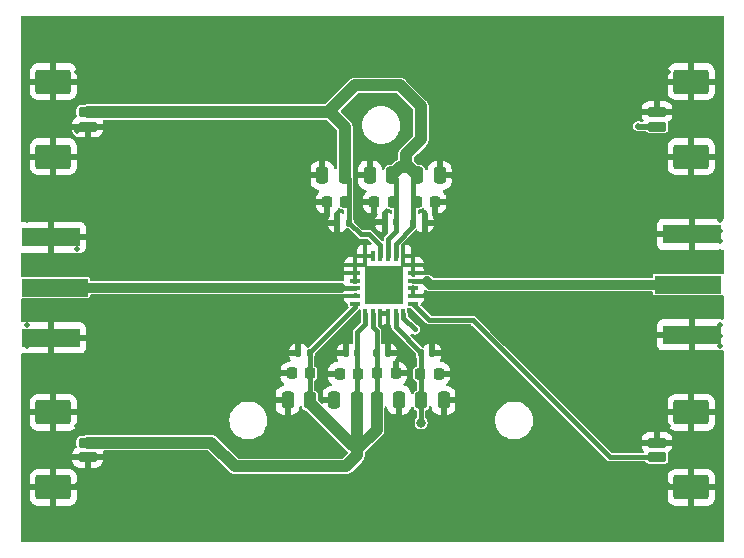
<source format=gtl>
%TF.GenerationSoftware,KiCad,Pcbnew,(6.0.1)*%
%TF.CreationDate,2022-03-22T15:32:48+01:00*%
%TF.ProjectId,HMC952_TestBoard,484d4339-3532-45f5-9465-7374426f6172,rev?*%
%TF.SameCoordinates,Original*%
%TF.FileFunction,Copper,L1,Top*%
%TF.FilePolarity,Positive*%
%FSLAX46Y46*%
G04 Gerber Fmt 4.6, Leading zero omitted, Abs format (unit mm)*
G04 Created by KiCad (PCBNEW (6.0.1)) date 2022-03-22 15:32:48*
%MOMM*%
%LPD*%
G01*
G04 APERTURE LIST*
G04 Aperture macros list*
%AMRoundRect*
0 Rectangle with rounded corners*
0 $1 Rounding radius*
0 $2 $3 $4 $5 $6 $7 $8 $9 X,Y pos of 4 corners*
0 Add a 4 corners polygon primitive as box body*
4,1,4,$2,$3,$4,$5,$6,$7,$8,$9,$2,$3,0*
0 Add four circle primitives for the rounded corners*
1,1,$1+$1,$2,$3*
1,1,$1+$1,$4,$5*
1,1,$1+$1,$6,$7*
1,1,$1+$1,$8,$9*
0 Add four rect primitives between the rounded corners*
20,1,$1+$1,$2,$3,$4,$5,0*
20,1,$1+$1,$4,$5,$6,$7,0*
20,1,$1+$1,$6,$7,$8,$9,0*
20,1,$1+$1,$8,$9,$2,$3,0*%
G04 Aperture macros list end*
%TA.AperFunction,SMDPad,CuDef*%
%ADD10RoundRect,0.225000X0.225000X0.250000X-0.225000X0.250000X-0.225000X-0.250000X0.225000X-0.250000X0*%
%TD*%
%TA.AperFunction,SMDPad,CuDef*%
%ADD11RoundRect,0.140000X0.140000X0.170000X-0.140000X0.170000X-0.140000X-0.170000X0.140000X-0.170000X0*%
%TD*%
%TA.AperFunction,SMDPad,CuDef*%
%ADD12RoundRect,0.250000X-0.250000X-0.475000X0.250000X-0.475000X0.250000X0.475000X-0.250000X0.475000X0*%
%TD*%
%TA.AperFunction,SMDPad,CuDef*%
%ADD13RoundRect,0.140000X-0.140000X-0.170000X0.140000X-0.170000X0.140000X0.170000X-0.140000X0.170000X0*%
%TD*%
%TA.AperFunction,SMDPad,CuDef*%
%ADD14RoundRect,0.225000X-0.225000X-0.250000X0.225000X-0.250000X0.225000X0.250000X-0.225000X0.250000X0*%
%TD*%
%TA.AperFunction,SMDPad,CuDef*%
%ADD15R,5.600000X1.500000*%
%TD*%
%TA.AperFunction,SMDPad,CuDef*%
%ADD16R,4.900000X1.600000*%
%TD*%
%TA.AperFunction,SMDPad,CuDef*%
%ADD17RoundRect,0.200000X-0.600000X0.200000X-0.600000X-0.200000X0.600000X-0.200000X0.600000X0.200000X0*%
%TD*%
%TA.AperFunction,SMDPad,CuDef*%
%ADD18RoundRect,0.250001X-1.249999X0.799999X-1.249999X-0.799999X1.249999X-0.799999X1.249999X0.799999X0*%
%TD*%
%TA.AperFunction,SMDPad,CuDef*%
%ADD19RoundRect,0.250000X0.250000X0.475000X-0.250000X0.475000X-0.250000X-0.475000X0.250000X-0.475000X0*%
%TD*%
%TA.AperFunction,SMDPad,CuDef*%
%ADD20R,0.850000X0.350000*%
%TD*%
%TA.AperFunction,SMDPad,CuDef*%
%ADD21R,0.350000X0.850000*%
%TD*%
%TA.AperFunction,SMDPad,CuDef*%
%ADD22R,3.250000X3.250000*%
%TD*%
%TA.AperFunction,SMDPad,CuDef*%
%ADD23RoundRect,0.200000X0.600000X-0.200000X0.600000X0.200000X-0.600000X0.200000X-0.600000X-0.200000X0*%
%TD*%
%TA.AperFunction,SMDPad,CuDef*%
%ADD24RoundRect,0.250001X1.249999X-0.799999X1.249999X0.799999X-1.249999X0.799999X-1.249999X-0.799999X0*%
%TD*%
%TA.AperFunction,ViaPad*%
%ADD25C,0.508000*%
%TD*%
%TA.AperFunction,ViaPad*%
%ADD26C,0.800000*%
%TD*%
%TA.AperFunction,Conductor*%
%ADD27C,0.400000*%
%TD*%
%TA.AperFunction,Conductor*%
%ADD28C,1.000000*%
%TD*%
%TA.AperFunction,Conductor*%
%ADD29C,0.825500*%
%TD*%
%TA.AperFunction,Conductor*%
%ADD30C,0.500000*%
%TD*%
G04 APERTURE END LIST*
D10*
%TO.P,C16,1*%
%TO.N,GND*%
X141300000Y-86010000D03*
%TO.P,C16,2*%
%TO.N,/Vd_PA*%
X139750000Y-86010000D03*
%TD*%
D11*
%TO.P,C3,1*%
%TO.N,GND*%
X137294000Y-98772000D03*
%TO.P,C3,2*%
%TO.N,/Vg_PA*%
X136334000Y-98772000D03*
%TD*%
D12*
%TO.P,C7,1*%
%TO.N,GND*%
X128818000Y-102808000D03*
%TO.P,C7,2*%
%TO.N,/Vg_PA*%
X130718000Y-102808000D03*
%TD*%
D13*
%TO.P,C1,1*%
%TO.N,GND*%
X129730000Y-98808000D03*
%TO.P,C1,2*%
%TO.N,/Vg_PA*%
X130690000Y-98808000D03*
%TD*%
D14*
%TO.P,C5,1*%
%TO.N,GND*%
X133221000Y-100558000D03*
%TO.P,C5,2*%
%TO.N,/Vg_PA*%
X134771000Y-100558000D03*
%TD*%
D12*
%TO.P,C18,1*%
%TO.N,GND*%
X131775000Y-83750000D03*
%TO.P,C18,2*%
%TO.N,/Vd_PA*%
X133675000Y-83750000D03*
%TD*%
D15*
%TO.P,J2,1,RF*%
%TO.N,/RF_out*%
X162700000Y-93000000D03*
D16*
%TO.P,J2,S1*%
%TO.N,GND*%
X163050000Y-97260000D03*
%TO.P,J2,S2*%
X163050000Y-88740000D03*
%TD*%
D13*
%TO.P,C10,1*%
%TO.N,GND*%
X133035000Y-87750000D03*
%TO.P,C10,2*%
%TO.N,/Vd_PA*%
X133995000Y-87750000D03*
%TD*%
D17*
%TO.P,J3,1,1*%
%TO.N,/Vd_PA*%
X111900000Y-78375000D03*
%TO.P,J3,2,2*%
%TO.N,GND*%
X111900000Y-79625000D03*
D18*
%TO.P,J3,MP,MH1*%
X109000000Y-75825000D03*
X109000000Y-82175000D03*
%TD*%
D15*
%TO.P,J1,1,RF*%
%TO.N,/RF_In*%
X109117500Y-93250000D03*
D16*
%TO.P,J1,S1*%
%TO.N,GND*%
X108767500Y-88990000D03*
%TO.P,J1,S2*%
X108767500Y-97510000D03*
%TD*%
D17*
%TO.P,J4,1,1*%
%TO.N,/Vg_PA*%
X111900000Y-106375000D03*
%TO.P,J4,2,2*%
%TO.N,GND*%
X111900000Y-107625000D03*
D18*
%TO.P,J4,MP,MH1*%
X109000000Y-110175000D03*
X109000000Y-103825000D03*
%TD*%
D12*
%TO.P,C19,1*%
%TO.N,GND*%
X135785000Y-83740000D03*
%TO.P,C19,2*%
%TO.N,/Vd_PA*%
X137685000Y-83740000D03*
%TD*%
D13*
%TO.P,C11,1*%
%TO.N,GND*%
X137045000Y-87740000D03*
%TO.P,C11,2*%
%TO.N,/Vd_PA*%
X138005000Y-87740000D03*
%TD*%
D19*
%TO.P,C21,1*%
%TO.N,GND*%
X142028000Y-102808000D03*
%TO.P,C21,2*%
%TO.N,/Vd_PA*%
X140128000Y-102808000D03*
%TD*%
D14*
%TO.P,C4,1*%
%TO.N,GND*%
X129181000Y-100522000D03*
%TO.P,C4,2*%
%TO.N,/Vg_PA*%
X130731000Y-100522000D03*
%TD*%
%TO.P,C15,1*%
%TO.N,GND*%
X136180000Y-86000000D03*
%TO.P,C15,2*%
%TO.N,/Vd_PA*%
X137730000Y-86000000D03*
%TD*%
D19*
%TO.P,C20,1*%
%TO.N,GND*%
X141695000Y-83750000D03*
%TO.P,C20,2*%
%TO.N,/Vd_PA*%
X139795000Y-83750000D03*
%TD*%
D20*
%TO.P,U1,1,NC_1*%
%TO.N,GND*%
X134550000Y-91375000D03*
%TO.P,U1,2,NC_2*%
X134550000Y-92025000D03*
%TO.P,U1,3,NC_3*%
X134550000Y-92675000D03*
%TO.P,U1,4,RFIN*%
%TO.N,/RF_In*%
X134550000Y-93325000D03*
%TO.P,U1,5,GND_1*%
%TO.N,GND*%
X134550000Y-93975000D03*
%TO.P,U1,6,VGG1*%
%TO.N,/Vg_PA*%
X134550000Y-94625000D03*
D21*
%TO.P,U1,7,VGG2*%
X135375000Y-95450000D03*
%TO.P,U1,8,VGG3*%
X136025000Y-95450000D03*
%TO.P,U1,9,NC_4*%
%TO.N,GND*%
X136675000Y-95450000D03*
%TO.P,U1,10,NC_5*%
X137325000Y-95450000D03*
%TO.P,U1,11,VDD4*%
%TO.N,/Vd_PA*%
X137975000Y-95450000D03*
%TO.P,U1,12,VREF*%
%TO.N,/Vref*%
X138625000Y-95450000D03*
D20*
%TO.P,U1,13,VDET*%
%TO.N,/Vdet*%
X139450000Y-94625000D03*
%TO.P,U1,14,NC_6*%
%TO.N,GND*%
X139450000Y-93975000D03*
%TO.P,U1,15,GND_2*%
X139450000Y-93325000D03*
%TO.P,U1,16,RFOUT*%
%TO.N,/RF_out*%
X139450000Y-92675000D03*
%TO.P,U1,17,NC_7*%
%TO.N,GND*%
X139450000Y-92025000D03*
%TO.P,U1,18,NC_8*%
X139450000Y-91375000D03*
D21*
%TO.P,U1,19,NC_9*%
X138625000Y-90550000D03*
%TO.P,U1,20,VDD3*%
%TO.N,/Vd_PA*%
X137975000Y-90550000D03*
%TO.P,U1,21,VDD2*%
X137325000Y-90550000D03*
%TO.P,U1,22,VDD1*%
X136675000Y-90550000D03*
%TO.P,U1,23,NC_10*%
%TO.N,GND*%
X136025000Y-90550000D03*
%TO.P,U1,24,NC_11*%
X135375000Y-90550000D03*
D22*
%TO.P,U1,25,THERMAL_PAD*%
X137000000Y-93000000D03*
%TD*%
D10*
%TO.P,C6,1*%
%TO.N,GND*%
X137970000Y-100522000D03*
%TO.P,C6,2*%
%TO.N,/Vg_PA*%
X136420000Y-100522000D03*
%TD*%
D12*
%TO.P,C8,1*%
%TO.N,GND*%
X132796000Y-102808000D03*
%TO.P,C8,2*%
%TO.N,/Vg_PA*%
X134696000Y-102808000D03*
%TD*%
D13*
%TO.P,C2,1*%
%TO.N,GND*%
X133766000Y-98808000D03*
%TO.P,C2,2*%
%TO.N,/Vg_PA*%
X134726000Y-98808000D03*
%TD*%
D11*
%TO.P,C13,1*%
%TO.N,GND*%
X141058000Y-98808000D03*
%TO.P,C13,2*%
%TO.N,/Vd_PA*%
X140098000Y-98808000D03*
%TD*%
D23*
%TO.P,J6,1,1*%
%TO.N,/Vref*%
X160100000Y-79625000D03*
%TO.P,J6,2,2*%
%TO.N,GND*%
X160100000Y-78375000D03*
D24*
%TO.P,J6,MP,MH1*%
X163000000Y-82175000D03*
X163000000Y-75825000D03*
%TD*%
D11*
%TO.P,C12,1*%
%TO.N,GND*%
X140435000Y-87750000D03*
%TO.P,C12,2*%
%TO.N,/Vd_PA*%
X139475000Y-87750000D03*
%TD*%
D10*
%TO.P,C17,1*%
%TO.N,GND*%
X141603000Y-100548000D03*
%TO.P,C17,2*%
%TO.N,/Vd_PA*%
X140053000Y-100548000D03*
%TD*%
D14*
%TO.P,C14,1*%
%TO.N,GND*%
X132170000Y-86010000D03*
%TO.P,C14,2*%
%TO.N,/Vd_PA*%
X133720000Y-86010000D03*
%TD*%
D19*
%TO.P,C9,1*%
%TO.N,GND*%
X138272000Y-102772000D03*
%TO.P,C9,2*%
%TO.N,/Vg_PA*%
X136372000Y-102772000D03*
%TD*%
D23*
%TO.P,J5,1,1*%
%TO.N,/Vdet*%
X160100000Y-107625000D03*
%TO.P,J5,2,2*%
%TO.N,GND*%
X160100000Y-106375000D03*
D24*
%TO.P,J5,MP,MH2*%
X163000000Y-110175000D03*
X163000000Y-103825000D03*
%TD*%
D25*
%TO.N,GND*%
X111000000Y-110000000D03*
X138211000Y-93029000D03*
X126000000Y-80000000D03*
X106762000Y-111571000D03*
X162515000Y-94426000D03*
X112858000Y-92140000D03*
X110318000Y-114238000D03*
X120859000Y-94426000D03*
X106762000Y-84012000D03*
X151974000Y-94045000D03*
X149307000Y-94045000D03*
X146000000Y-85000000D03*
X165436000Y-109793000D03*
X155656972Y-114234671D03*
X126000000Y-75000000D03*
X156000000Y-85000000D03*
X134321000Y-114238000D03*
X165436000Y-78678000D03*
X165436000Y-103570000D03*
X120974323Y-70672489D03*
X157308000Y-94045000D03*
X129749000Y-92140000D03*
X155530000Y-94045000D03*
X119208000Y-114238000D03*
X143973000Y-94045000D03*
X106762000Y-102681000D03*
X165436000Y-81345000D03*
X147644323Y-70672489D03*
X146755351Y-70675818D03*
X152989972Y-114234671D03*
X106762000Y-76900000D03*
X117303000Y-92140000D03*
X164293000Y-94426000D03*
X113862351Y-70675818D03*
X156545972Y-114234671D03*
X144862000Y-94045000D03*
X131527000Y-94426000D03*
X156000000Y-90000000D03*
X135036000Y-87695000D03*
X107651000Y-114238000D03*
X123652972Y-114234671D03*
X116529351Y-70675818D03*
X165436000Y-113349000D03*
X138846000Y-99252000D03*
X165432671Y-88457028D03*
X137865351Y-70675818D03*
X112973351Y-70675818D03*
X146000000Y-90000000D03*
X144088351Y-70675818D03*
X112858000Y-94426000D03*
X145751000Y-92013000D03*
X129749000Y-94426000D03*
X115974623Y-104974623D03*
X165432671Y-71566028D03*
X106758671Y-94680028D03*
X150322972Y-114234671D03*
X121748000Y-94426000D03*
X106758671Y-92013028D03*
X121000000Y-85000000D03*
X144989000Y-114238000D03*
X122637000Y-94426000D03*
X128860000Y-94426000D03*
X121748000Y-92140000D03*
X118192000Y-94426000D03*
X126319972Y-114234671D03*
X165432671Y-100014028D03*
X151085000Y-94045000D03*
X131653972Y-114234671D03*
X106758671Y-72455028D03*
X106762000Y-75122000D03*
X106762000Y-74233000D03*
X127208972Y-114234671D03*
X143084000Y-92013000D03*
X153867323Y-70672489D03*
X157308000Y-92013000D03*
X115640351Y-70675818D03*
X121000000Y-90000000D03*
X106762000Y-79567000D03*
X123526000Y-94426000D03*
X150311323Y-70672489D03*
X164293000Y-91632000D03*
X111000000Y-90000000D03*
X165436000Y-104459000D03*
X126193000Y-92140000D03*
X137703000Y-93537000D03*
X139655000Y-114238000D03*
X136087351Y-70675818D03*
X142195000Y-92013000D03*
X127197323Y-70672489D03*
X120985972Y-114234671D03*
X165436000Y-108015000D03*
X106762000Y-100903000D03*
X106758671Y-71566028D03*
X146640000Y-94045000D03*
X152863000Y-94045000D03*
X126000000Y-90000000D03*
X159848000Y-91632000D03*
X109417351Y-70675818D03*
X144100000Y-114238000D03*
X158197000Y-94045000D03*
X123641323Y-70672489D03*
X137068000Y-94172000D03*
X135798000Y-91886000D03*
X138754351Y-70675818D03*
X165432671Y-73344028D03*
X152863000Y-92013000D03*
X165436000Y-85790000D03*
X119196351Y-70675818D03*
X114636000Y-92140000D03*
X136433000Y-93537000D03*
X111000000Y-80000000D03*
X118319000Y-114238000D03*
X133431972Y-114234671D03*
X160090323Y-70672489D03*
X113874000Y-114238000D03*
X165436000Y-74233000D03*
X106762000Y-110682000D03*
X106762000Y-83123000D03*
X119970000Y-92140000D03*
X165436000Y-108904000D03*
X116414000Y-94426000D03*
X156534323Y-70672489D03*
X131734000Y-101538000D03*
X120859000Y-92140000D03*
X122752323Y-70672489D03*
X151000000Y-110000000D03*
X146640000Y-92013000D03*
X142195000Y-94045000D03*
X139643351Y-70675818D03*
X127971000Y-94426000D03*
X132542972Y-114234671D03*
X111080000Y-91759000D03*
X141433000Y-114238000D03*
X106762000Y-84901000D03*
X165430987Y-114232987D03*
X111000000Y-100000000D03*
X106758671Y-88457028D03*
X106762000Y-108015000D03*
X158197000Y-92013000D03*
X134782000Y-86044000D03*
X146000000Y-100000000D03*
X147655972Y-114234671D03*
X151200323Y-70672489D03*
X134782000Y-81980000D03*
X146767000Y-114238000D03*
X162763987Y-114232987D03*
X163641338Y-70670805D03*
X106758671Y-70677028D03*
X132496000Y-98490000D03*
X156000000Y-110000000D03*
X165432671Y-95569028D03*
X165182000Y-91632000D03*
X134655000Y-83758000D03*
X123526000Y-92140000D03*
X160101972Y-114234671D03*
X148544972Y-114234671D03*
X164541987Y-114232987D03*
X165436000Y-86679000D03*
X121000000Y-100000000D03*
X115974623Y-74974623D03*
X117430000Y-114238000D03*
X132416000Y-94426000D03*
X146000000Y-110000000D03*
X106758671Y-89346028D03*
X131000000Y-90000000D03*
X106758671Y-98236028D03*
X126000000Y-100000000D03*
X135198351Y-70675818D03*
X165436000Y-105348000D03*
X112096000Y-114238000D03*
X121000000Y-105000000D03*
X130638000Y-94426000D03*
X110191000Y-91759000D03*
X117303000Y-94426000D03*
X119081000Y-92140000D03*
X158323972Y-114234671D03*
X159848000Y-94426000D03*
X160985987Y-114232987D03*
X111969000Y-91759000D03*
X145878000Y-114238000D03*
X152978323Y-70672489D03*
X165436000Y-102681000D03*
X156000000Y-80000000D03*
X138211000Y-94172000D03*
X125430972Y-114234671D03*
X109429000Y-114238000D03*
X165436000Y-83123000D03*
X163652987Y-114232987D03*
X115652000Y-114238000D03*
X145866351Y-70675818D03*
X114636000Y-94426000D03*
X143199351Y-70675818D03*
X143084000Y-94045000D03*
X142322000Y-114238000D03*
X161626000Y-94426000D03*
X106762000Y-105348000D03*
X118192000Y-92140000D03*
X106762000Y-106237000D03*
X107639351Y-70675818D03*
X153878972Y-114234671D03*
X136000000Y-110000000D03*
X132531323Y-70672489D03*
X153752000Y-94045000D03*
X159201323Y-70672489D03*
X151000000Y-90000000D03*
X148418000Y-92013000D03*
X165436000Y-84012000D03*
X131527000Y-92140000D03*
X128086323Y-70672489D03*
X165432671Y-89346028D03*
X131642323Y-70672489D03*
X146000000Y-75000000D03*
X131000000Y-110000000D03*
X131000000Y-85000000D03*
X165436000Y-82234000D03*
X106762000Y-81345000D03*
X125304000Y-94426000D03*
X131000000Y-105000000D03*
X126000000Y-85000000D03*
X121000000Y-75000000D03*
X165436000Y-79567000D03*
X151085000Y-92013000D03*
X147529000Y-92013000D03*
X106762000Y-112460000D03*
X165436000Y-107126000D03*
X122637000Y-92140000D03*
X165419338Y-70670805D03*
X133420323Y-70672489D03*
X106762000Y-104459000D03*
X138211000Y-91886000D03*
X133305000Y-92140000D03*
X145751000Y-94045000D03*
X128986972Y-114234671D03*
X153752000Y-92013000D03*
X142310351Y-70675818D03*
X115974623Y-84974623D03*
X125304000Y-92140000D03*
X151000000Y-80000000D03*
X165432671Y-90235028D03*
X146000000Y-80000000D03*
X111207000Y-114238000D03*
X149422323Y-70672489D03*
X135925000Y-87695000D03*
X119081000Y-94426000D03*
X124530323Y-70672489D03*
X106758671Y-96458028D03*
X111195351Y-70675818D03*
X135210000Y-114238000D03*
X121863323Y-70672489D03*
X137877000Y-114238000D03*
X138592000Y-98236000D03*
X114751351Y-70675818D03*
X150196000Y-94045000D03*
X137703000Y-92394000D03*
X165436000Y-75122000D03*
X128975323Y-70672489D03*
X120097000Y-114238000D03*
X165182000Y-94426000D03*
X112985000Y-114238000D03*
X161000000Y-85000000D03*
X137322000Y-97474000D03*
X134309351Y-70675818D03*
X135798000Y-93029000D03*
X135798000Y-94172000D03*
X115974623Y-109974623D03*
X113747000Y-92140000D03*
X165436000Y-110682000D03*
X110306351Y-70675818D03*
X111000000Y-85000000D03*
X130753323Y-70672489D03*
X115974623Y-89974623D03*
X141421351Y-70675818D03*
X154767972Y-114234671D03*
X140544000Y-91632000D03*
X120085351Y-70675818D03*
X106762000Y-85790000D03*
X131000000Y-75000000D03*
X117418351Y-70675818D03*
X108528351Y-70675818D03*
X161874987Y-114232987D03*
X147529000Y-94045000D03*
X156419000Y-94045000D03*
X106762000Y-86679000D03*
X106758671Y-87568028D03*
X141306000Y-92013000D03*
X107524000Y-91759000D03*
X108413000Y-94680000D03*
X106762000Y-114238000D03*
X156000000Y-105000000D03*
X148533323Y-70672489D03*
X106762000Y-103570000D03*
X115974623Y-79974623D03*
X143973000Y-92013000D03*
X124415000Y-94426000D03*
X106758671Y-100014028D03*
X106758671Y-99125028D03*
X113747000Y-94426000D03*
X149307000Y-92013000D03*
X129864323Y-70672489D03*
X163404000Y-94426000D03*
X106762000Y-77789000D03*
X155645323Y-70672489D03*
X109302000Y-94680000D03*
X165436000Y-112460000D03*
X162515000Y-91632000D03*
X161000000Y-110000000D03*
X111969000Y-94680000D03*
X141000000Y-110000000D03*
X136988000Y-114238000D03*
X119970000Y-94426000D03*
X140544000Y-114238000D03*
X126308323Y-70672489D03*
X159086000Y-92013000D03*
X165436000Y-76011000D03*
X136976351Y-70675818D03*
X127971000Y-92140000D03*
X160974338Y-70670805D03*
X106762000Y-76011000D03*
X115525000Y-94426000D03*
X106758671Y-91124028D03*
X133512000Y-97474000D03*
X165436000Y-76900000D03*
X151211972Y-114234671D03*
X151000000Y-100000000D03*
X128097972Y-114234671D03*
X132416000Y-92140000D03*
X165432671Y-96458028D03*
X106762000Y-107126000D03*
X126000000Y-110000000D03*
X154641000Y-94045000D03*
X131734000Y-100522000D03*
X136000000Y-75000000D03*
X131734000Y-99506000D03*
X138766000Y-114238000D03*
X106758671Y-97347028D03*
X115974623Y-99974623D03*
X121874972Y-114234671D03*
X143211000Y-114238000D03*
X165432671Y-98236028D03*
X106762000Y-82234000D03*
X111080000Y-94680000D03*
X161863338Y-70670805D03*
X108540000Y-114238000D03*
X106758671Y-73344028D03*
X150196000Y-92013000D03*
X116541000Y-114238000D03*
X148418000Y-94045000D03*
X163404000Y-91632000D03*
X136433000Y-92394000D03*
X140532351Y-70675818D03*
X136099000Y-114238000D03*
X162752338Y-70670805D03*
X165436000Y-100903000D03*
X165436000Y-80456000D03*
X156000000Y-100000000D03*
X114763000Y-114238000D03*
X165436000Y-77789000D03*
X151000000Y-75000000D03*
X161000000Y-105000000D03*
X157434972Y-114234671D03*
X152100972Y-114234671D03*
X157423323Y-70672489D03*
X141000000Y-75000000D03*
X151000000Y-105000000D03*
X129875972Y-114234671D03*
X106762000Y-108904000D03*
X106762000Y-101792000D03*
X111000000Y-105000000D03*
X125419323Y-70672489D03*
X106762000Y-109793000D03*
X165432671Y-97347028D03*
X111000000Y-75000000D03*
X141000000Y-105000000D03*
X164530338Y-70670805D03*
X121000000Y-110000000D03*
X128860000Y-92140000D03*
X106762000Y-113349000D03*
X126193000Y-94426000D03*
X109302000Y-91759000D03*
X154756323Y-70672489D03*
X165436000Y-84901000D03*
X158312323Y-70672489D03*
X160737000Y-94426000D03*
X144862000Y-92013000D03*
X106762000Y-78678000D03*
X159212972Y-114234671D03*
X165436000Y-101792000D03*
X130638000Y-92140000D03*
X154641000Y-92013000D03*
X165436000Y-106237000D03*
X139100000Y-101538000D03*
X140544000Y-93791000D03*
X160737000Y-91632000D03*
X155530000Y-92013000D03*
X112084351Y-70675818D03*
X144977351Y-70675818D03*
X121000000Y-80000000D03*
X108413000Y-91759000D03*
X159086000Y-94045000D03*
X118307351Y-70675818D03*
X139100000Y-100522000D03*
X130764972Y-114234671D03*
X165436000Y-111571000D03*
X165432671Y-72455028D03*
X151974000Y-92013000D03*
X165432671Y-87568028D03*
X161626000Y-91632000D03*
X141000000Y-90000000D03*
X137068000Y-91886000D03*
X124415000Y-92140000D03*
X161000000Y-100000000D03*
X151000000Y-85000000D03*
X133305000Y-94426000D03*
X141306000Y-94045000D03*
X107524000Y-94680000D03*
X122763972Y-114234671D03*
X137068000Y-93029000D03*
X161000000Y-75000000D03*
X156419000Y-92013000D03*
X106758671Y-95569028D03*
X116414000Y-92140000D03*
X156000000Y-75000000D03*
X152089323Y-70672489D03*
X110191000Y-94680000D03*
X124541972Y-114234671D03*
X149433972Y-114234671D03*
X115525000Y-92140000D03*
X165432671Y-99125028D03*
X106762000Y-80456000D03*
D26*
%TO.N,/Vd_PA*%
X132500000Y-78500000D03*
X140128000Y-104713000D03*
D25*
%TO.N,/Vref*%
X139600000Y-96800000D03*
X158500000Y-79600000D03*
%TD*%
D27*
%TO.N,/Vg_PA*%
X135375000Y-96373000D02*
X135375000Y-95450000D01*
X130718000Y-98744000D02*
X134550000Y-94912000D01*
X136025000Y-96558000D02*
X136025000Y-95450000D01*
D28*
X134696000Y-107466000D02*
X134696000Y-102808000D01*
D27*
X136306000Y-96839000D02*
X136025000Y-96558000D01*
X136372000Y-102772000D02*
X136372000Y-96900000D01*
D28*
X134274000Y-106618000D02*
X130718000Y-103062000D01*
X134782000Y-106618000D02*
X134274000Y-106618000D01*
X111900000Y-106375000D02*
X122375000Y-106375000D01*
D27*
X134696000Y-102808000D02*
X134696000Y-97052000D01*
X130718000Y-102808000D02*
X130718000Y-98744000D01*
X134696000Y-97052000D02*
X135375000Y-96373000D01*
D28*
X122375000Y-106375000D02*
X124396000Y-108396000D01*
X124396000Y-108396000D02*
X133766000Y-108396000D01*
D27*
X134550000Y-94912000D02*
X134550000Y-94625000D01*
D28*
X134782000Y-106872000D02*
X136372000Y-105282000D01*
X136372000Y-105282000D02*
X136372000Y-102772000D01*
X133766000Y-108396000D02*
X134696000Y-107466000D01*
X130718000Y-103062000D02*
X130718000Y-102808000D01*
%TO.N,/Vd_PA*%
X132500000Y-78500000D02*
X133675000Y-79675000D01*
X140116000Y-80710000D02*
X140116000Y-77916000D01*
D27*
X137325000Y-90550000D02*
X137325000Y-89175000D01*
X137975000Y-90550000D02*
X137975000Y-89525000D01*
X139475000Y-84070000D02*
X139795000Y-83750000D01*
X139475000Y-88025000D02*
X139475000Y-87750000D01*
X137975000Y-89525000D02*
X139475000Y-88025000D01*
D28*
X133675000Y-79675000D02*
X133675000Y-83750000D01*
D27*
X136675000Y-89675000D02*
X136675000Y-90550000D01*
X134000000Y-87750000D02*
X135000000Y-88750000D01*
D28*
X138338000Y-76138000D02*
X134528000Y-76138000D01*
X140116000Y-77916000D02*
X138338000Y-76138000D01*
X139100000Y-83055000D02*
X139795000Y-83750000D01*
X138846000Y-83055000D02*
X138846000Y-81980000D01*
D27*
X133675000Y-83750000D02*
X133995000Y-84070000D01*
D28*
X138370000Y-83055000D02*
X137685000Y-83740000D01*
D27*
X133995000Y-84070000D02*
X133995000Y-87750000D01*
X140128000Y-104713000D02*
X140128000Y-98756000D01*
X140128000Y-98756000D02*
X137975000Y-96603000D01*
X137975000Y-96603000D02*
X137975000Y-95450000D01*
X133995000Y-87750000D02*
X134000000Y-87750000D01*
X137325000Y-89175000D02*
X138000000Y-88500000D01*
X135750000Y-88750000D02*
X136675000Y-89675000D01*
D28*
X111900000Y-78375000D02*
X132500000Y-78375000D01*
X138846000Y-81980000D02*
X140116000Y-80710000D01*
X139100000Y-83055000D02*
X138370000Y-83055000D01*
D27*
X139475000Y-87750000D02*
X139475000Y-84070000D01*
D28*
X134528000Y-76138000D02*
X132496000Y-78170000D01*
D27*
X135000000Y-88750000D02*
X135750000Y-88750000D01*
X138000000Y-84055000D02*
X137685000Y-83740000D01*
X138000000Y-88500000D02*
X138000000Y-84055000D01*
%TO.N,/RF_out*%
X140575000Y-92675000D02*
X140600000Y-92700000D01*
D29*
X140900000Y-93000000D02*
X162200000Y-93000000D01*
X140900000Y-93000000D02*
X140600000Y-92700000D01*
D27*
X139450000Y-92675000D02*
X140575000Y-92675000D01*
%TO.N,/Vdet*%
X156125000Y-107625000D02*
X160100000Y-107625000D01*
X139450000Y-94625000D02*
X140825000Y-96000000D01*
X140825000Y-96000000D02*
X144500000Y-96000000D01*
X144500000Y-96000000D02*
X156125000Y-107625000D01*
%TO.N,/RF_In*%
X134550000Y-93325000D02*
X133425000Y-93325000D01*
D29*
X109117500Y-93250000D02*
X133350000Y-93250000D01*
D27*
X133425000Y-93325000D02*
X133350000Y-93250000D01*
D30*
%TO.N,/Vref*%
X160100000Y-79625000D02*
X158525000Y-79625000D01*
D27*
X139600000Y-96800000D02*
X138625000Y-95825000D01*
X138625000Y-95825000D02*
X138625000Y-95450000D01*
D30*
X158525000Y-79625000D02*
X158500000Y-79600000D01*
%TD*%
%TA.AperFunction,Conductor*%
%TO.N,GND*%
G36*
X139567121Y-93047902D02*
G01*
X139613614Y-93101558D01*
X139625000Y-93153900D01*
X139625000Y-93781885D01*
X139629475Y-93797124D01*
X139630865Y-93798329D01*
X139638548Y-93800000D01*
X140364884Y-93800000D01*
X140380123Y-93795525D01*
X140381328Y-93794135D01*
X140382999Y-93786452D01*
X140382999Y-93755331D01*
X140382629Y-93748510D01*
X140377105Y-93697646D01*
X140372706Y-93679143D01*
X140372706Y-93620854D01*
X140377105Y-93602351D01*
X140382045Y-93556877D01*
X140409286Y-93491315D01*
X140467649Y-93450888D01*
X140538603Y-93448432D01*
X140584010Y-93470520D01*
X140608179Y-93489065D01*
X140608183Y-93489067D01*
X140614734Y-93494094D01*
X140655037Y-93510788D01*
X140752336Y-93551091D01*
X140760524Y-93552169D01*
X140862908Y-93565648D01*
X140862911Y-93565648D01*
X140862924Y-93565650D01*
X140862929Y-93565650D01*
X140862939Y-93565651D01*
X140900000Y-93570530D01*
X140928881Y-93566728D01*
X140945326Y-93565650D01*
X159621101Y-93565650D01*
X159689222Y-93585652D01*
X159735715Y-93639308D01*
X159747101Y-93691650D01*
X159747101Y-93765056D01*
X159748309Y-93771128D01*
X159753036Y-93794895D01*
X159755972Y-93809658D01*
X159762867Y-93819978D01*
X159762868Y-93819979D01*
X159782873Y-93849918D01*
X159789766Y-93860234D01*
X159800082Y-93867127D01*
X159830025Y-93887135D01*
X159830028Y-93887136D01*
X159840342Y-93894028D01*
X159852509Y-93896448D01*
X159852511Y-93896449D01*
X159870743Y-93900075D01*
X159884943Y-93902900D01*
X162699772Y-93902900D01*
X165515056Y-93902899D01*
X165531710Y-93899587D01*
X165547483Y-93896450D01*
X165547485Y-93896449D01*
X165559658Y-93894028D01*
X165576598Y-93882709D01*
X165644351Y-93861494D01*
X165712818Y-93880277D01*
X165760261Y-93933094D01*
X165772600Y-93987474D01*
X165772600Y-95838903D01*
X165752598Y-95907024D01*
X165698942Y-95953517D01*
X165628668Y-95963621D01*
X165617451Y-95961485D01*
X165602352Y-95957895D01*
X165551486Y-95952369D01*
X165544672Y-95952000D01*
X163322115Y-95952000D01*
X163306876Y-95956475D01*
X163305671Y-95957865D01*
X163304000Y-95965548D01*
X163304000Y-98549884D01*
X163308475Y-98565123D01*
X163309865Y-98566328D01*
X163317548Y-98567999D01*
X165544669Y-98567999D01*
X165551490Y-98567629D01*
X165602349Y-98562105D01*
X165617455Y-98558514D01*
X165688355Y-98562217D01*
X165745998Y-98603663D01*
X165772083Y-98669694D01*
X165772600Y-98681097D01*
X165772600Y-114646600D01*
X165752598Y-114714721D01*
X165698942Y-114761214D01*
X165646600Y-114772600D01*
X106353400Y-114772600D01*
X106285279Y-114752598D01*
X106238786Y-114698942D01*
X106227400Y-114646600D01*
X106227400Y-111022096D01*
X106992000Y-111022096D01*
X106992337Y-111028611D01*
X107002256Y-111124203D01*
X107005150Y-111137602D01*
X107056588Y-111291783D01*
X107062762Y-111304962D01*
X107148063Y-111442807D01*
X107157099Y-111454208D01*
X107271830Y-111568739D01*
X107283241Y-111577751D01*
X107421245Y-111662818D01*
X107434423Y-111668962D01*
X107588716Y-111720139D01*
X107602081Y-111723005D01*
X107696439Y-111732672D01*
X107702855Y-111733000D01*
X108727885Y-111733000D01*
X108743124Y-111728525D01*
X108744329Y-111727135D01*
X108746000Y-111719452D01*
X108746000Y-111714885D01*
X109254000Y-111714885D01*
X109258475Y-111730124D01*
X109259865Y-111731329D01*
X109267548Y-111733000D01*
X110297096Y-111733000D01*
X110303611Y-111732663D01*
X110399203Y-111722744D01*
X110412602Y-111719850D01*
X110566783Y-111668412D01*
X110579962Y-111662238D01*
X110717807Y-111576937D01*
X110729208Y-111567901D01*
X110843739Y-111453170D01*
X110852751Y-111441759D01*
X110937818Y-111303755D01*
X110943962Y-111290577D01*
X110995139Y-111136284D01*
X110998005Y-111122919D01*
X111007672Y-111028561D01*
X111008000Y-111022145D01*
X111008000Y-111022096D01*
X160992000Y-111022096D01*
X160992337Y-111028611D01*
X161002256Y-111124203D01*
X161005150Y-111137602D01*
X161056588Y-111291783D01*
X161062762Y-111304962D01*
X161148063Y-111442807D01*
X161157099Y-111454208D01*
X161271830Y-111568739D01*
X161283241Y-111577751D01*
X161421245Y-111662818D01*
X161434423Y-111668962D01*
X161588716Y-111720139D01*
X161602081Y-111723005D01*
X161696439Y-111732672D01*
X161702855Y-111733000D01*
X162727885Y-111733000D01*
X162743124Y-111728525D01*
X162744329Y-111727135D01*
X162746000Y-111719452D01*
X162746000Y-111714885D01*
X163254000Y-111714885D01*
X163258475Y-111730124D01*
X163259865Y-111731329D01*
X163267548Y-111733000D01*
X164297096Y-111733000D01*
X164303611Y-111732663D01*
X164399203Y-111722744D01*
X164412602Y-111719850D01*
X164566783Y-111668412D01*
X164579962Y-111662238D01*
X164717807Y-111576937D01*
X164729208Y-111567901D01*
X164843739Y-111453170D01*
X164852751Y-111441759D01*
X164937818Y-111303755D01*
X164943962Y-111290577D01*
X164995139Y-111136284D01*
X164998005Y-111122919D01*
X165007672Y-111028561D01*
X165008000Y-111022145D01*
X165008000Y-110447115D01*
X165003525Y-110431876D01*
X165002135Y-110430671D01*
X164994452Y-110429000D01*
X163272115Y-110429000D01*
X163256876Y-110433475D01*
X163255671Y-110434865D01*
X163254000Y-110442548D01*
X163254000Y-111714885D01*
X162746000Y-111714885D01*
X162746000Y-110447115D01*
X162741525Y-110431876D01*
X162740135Y-110430671D01*
X162732452Y-110429000D01*
X161010115Y-110429000D01*
X160994876Y-110433475D01*
X160993671Y-110434865D01*
X160992000Y-110442548D01*
X160992000Y-111022096D01*
X111008000Y-111022096D01*
X111008000Y-110447115D01*
X111003525Y-110431876D01*
X111002135Y-110430671D01*
X110994452Y-110429000D01*
X109272115Y-110429000D01*
X109256876Y-110433475D01*
X109255671Y-110434865D01*
X109254000Y-110442548D01*
X109254000Y-111714885D01*
X108746000Y-111714885D01*
X108746000Y-110447115D01*
X108741525Y-110431876D01*
X108740135Y-110430671D01*
X108732452Y-110429000D01*
X107010115Y-110429000D01*
X106994876Y-110433475D01*
X106993671Y-110434865D01*
X106992000Y-110442548D01*
X106992000Y-111022096D01*
X106227400Y-111022096D01*
X106227400Y-109902885D01*
X106992000Y-109902885D01*
X106996475Y-109918124D01*
X106997865Y-109919329D01*
X107005548Y-109921000D01*
X108727885Y-109921000D01*
X108743124Y-109916525D01*
X108744329Y-109915135D01*
X108746000Y-109907452D01*
X108746000Y-109902885D01*
X109254000Y-109902885D01*
X109258475Y-109918124D01*
X109259865Y-109919329D01*
X109267548Y-109921000D01*
X110989885Y-109921000D01*
X111005124Y-109916525D01*
X111006329Y-109915135D01*
X111008000Y-109907452D01*
X111008000Y-109902885D01*
X160992000Y-109902885D01*
X160996475Y-109918124D01*
X160997865Y-109919329D01*
X161005548Y-109921000D01*
X162727885Y-109921000D01*
X162743124Y-109916525D01*
X162744329Y-109915135D01*
X162746000Y-109907452D01*
X162746000Y-109902885D01*
X163254000Y-109902885D01*
X163258475Y-109918124D01*
X163259865Y-109919329D01*
X163267548Y-109921000D01*
X164989885Y-109921000D01*
X165005124Y-109916525D01*
X165006329Y-109915135D01*
X165008000Y-109907452D01*
X165008000Y-109327904D01*
X165007663Y-109321389D01*
X164997744Y-109225797D01*
X164994850Y-109212398D01*
X164943412Y-109058217D01*
X164937238Y-109045038D01*
X164851937Y-108907193D01*
X164842901Y-108895792D01*
X164728170Y-108781261D01*
X164716759Y-108772249D01*
X164578755Y-108687182D01*
X164565577Y-108681038D01*
X164411284Y-108629861D01*
X164397919Y-108626995D01*
X164303561Y-108617328D01*
X164297144Y-108617000D01*
X163272115Y-108617000D01*
X163256876Y-108621475D01*
X163255671Y-108622865D01*
X163254000Y-108630548D01*
X163254000Y-109902885D01*
X162746000Y-109902885D01*
X162746000Y-108635115D01*
X162741525Y-108619876D01*
X162740135Y-108618671D01*
X162732452Y-108617000D01*
X161702904Y-108617000D01*
X161696389Y-108617337D01*
X161600797Y-108627256D01*
X161587398Y-108630150D01*
X161433217Y-108681588D01*
X161420038Y-108687762D01*
X161282193Y-108773063D01*
X161270792Y-108782099D01*
X161156261Y-108896830D01*
X161147249Y-108908241D01*
X161062182Y-109046245D01*
X161056038Y-109059423D01*
X161004861Y-109213716D01*
X161001995Y-109227081D01*
X160992328Y-109321439D01*
X160992000Y-109327856D01*
X160992000Y-109902885D01*
X111008000Y-109902885D01*
X111008000Y-109327904D01*
X111007663Y-109321389D01*
X110997744Y-109225797D01*
X110994850Y-109212398D01*
X110943412Y-109058217D01*
X110937238Y-109045038D01*
X110851937Y-108907193D01*
X110842901Y-108895792D01*
X110728170Y-108781261D01*
X110716759Y-108772249D01*
X110578755Y-108687182D01*
X110565577Y-108681038D01*
X110411284Y-108629861D01*
X110397919Y-108626995D01*
X110303561Y-108617328D01*
X110297144Y-108617000D01*
X109272115Y-108617000D01*
X109256876Y-108621475D01*
X109255671Y-108622865D01*
X109254000Y-108630548D01*
X109254000Y-109902885D01*
X108746000Y-109902885D01*
X108746000Y-108635115D01*
X108741525Y-108619876D01*
X108740135Y-108618671D01*
X108732452Y-108617000D01*
X107702904Y-108617000D01*
X107696389Y-108617337D01*
X107600797Y-108627256D01*
X107587398Y-108630150D01*
X107433217Y-108681588D01*
X107420038Y-108687762D01*
X107282193Y-108773063D01*
X107270792Y-108782099D01*
X107156261Y-108896830D01*
X107147249Y-108908241D01*
X107062182Y-109046245D01*
X107056038Y-109059423D01*
X107004861Y-109213716D01*
X107001995Y-109227081D01*
X106992328Y-109321439D01*
X106992000Y-109327856D01*
X106992000Y-109902885D01*
X106227400Y-109902885D01*
X106227400Y-107889294D01*
X110592709Y-107889294D01*
X110598132Y-107948315D01*
X110600743Y-107961351D01*
X110647715Y-108111243D01*
X110653921Y-108124988D01*
X110734824Y-108258574D01*
X110744131Y-108270443D01*
X110854557Y-108380869D01*
X110866426Y-108390176D01*
X111000012Y-108471079D01*
X111013757Y-108477285D01*
X111163644Y-108524256D01*
X111176694Y-108526869D01*
X111240521Y-108532734D01*
X111246309Y-108533000D01*
X111627885Y-108533000D01*
X111643124Y-108528525D01*
X111644329Y-108527135D01*
X111646000Y-108519452D01*
X111646000Y-108514884D01*
X112154000Y-108514884D01*
X112158475Y-108530123D01*
X112159865Y-108531328D01*
X112167548Y-108532999D01*
X112553705Y-108532999D01*
X112559454Y-108532736D01*
X112623315Y-108526868D01*
X112636351Y-108524257D01*
X112786243Y-108477285D01*
X112799988Y-108471079D01*
X112933574Y-108390176D01*
X112945443Y-108380869D01*
X113055869Y-108270443D01*
X113065176Y-108258574D01*
X113146079Y-108124988D01*
X113152285Y-108111243D01*
X113199256Y-107961356D01*
X113201869Y-107948306D01*
X113206913Y-107893414D01*
X113203525Y-107881876D01*
X113202135Y-107880671D01*
X113194452Y-107879000D01*
X112172115Y-107879000D01*
X112156876Y-107883475D01*
X112155671Y-107884865D01*
X112154000Y-107892548D01*
X112154000Y-108514884D01*
X111646000Y-108514884D01*
X111646000Y-107897115D01*
X111641525Y-107881876D01*
X111640135Y-107880671D01*
X111632452Y-107879000D01*
X110610116Y-107879000D01*
X110594877Y-107883475D01*
X110593672Y-107884865D01*
X110592709Y-107889294D01*
X106227400Y-107889294D01*
X106227400Y-104672096D01*
X106992000Y-104672096D01*
X106992337Y-104678611D01*
X107002256Y-104774203D01*
X107005150Y-104787602D01*
X107056588Y-104941783D01*
X107062762Y-104954962D01*
X107148063Y-105092807D01*
X107157099Y-105104208D01*
X107271830Y-105218739D01*
X107283241Y-105227751D01*
X107421245Y-105312818D01*
X107434423Y-105318962D01*
X107588716Y-105370139D01*
X107602081Y-105373005D01*
X107696439Y-105382672D01*
X107702855Y-105383000D01*
X108727885Y-105383000D01*
X108743124Y-105378525D01*
X108744329Y-105377135D01*
X108746000Y-105369452D01*
X108746000Y-105364885D01*
X109254000Y-105364885D01*
X109258475Y-105380124D01*
X109259865Y-105381329D01*
X109267548Y-105383000D01*
X110297096Y-105383000D01*
X110303611Y-105382663D01*
X110399203Y-105372744D01*
X110412602Y-105369850D01*
X110566783Y-105318412D01*
X110579962Y-105312238D01*
X110717807Y-105226937D01*
X110729208Y-105217901D01*
X110843739Y-105103170D01*
X110852751Y-105091759D01*
X110937818Y-104953755D01*
X110943962Y-104940577D01*
X110995139Y-104786284D01*
X110998005Y-104772919D01*
X111007672Y-104678561D01*
X111008000Y-104672145D01*
X111008000Y-104500000D01*
X123894551Y-104500000D01*
X123914317Y-104751148D01*
X123915471Y-104755955D01*
X123915472Y-104755961D01*
X123937845Y-104849150D01*
X123973127Y-104996111D01*
X123975020Y-105000682D01*
X123975021Y-105000684D01*
X124057215Y-105199117D01*
X124069534Y-105228859D01*
X124201164Y-105443659D01*
X124204376Y-105447419D01*
X124204379Y-105447424D01*
X124275931Y-105531200D01*
X124364776Y-105635224D01*
X124368538Y-105638437D01*
X124552576Y-105795621D01*
X124552581Y-105795624D01*
X124556341Y-105798836D01*
X124771141Y-105930466D01*
X124775711Y-105932359D01*
X124775715Y-105932361D01*
X124999316Y-106024979D01*
X125003889Y-106026873D01*
X125052940Y-106038649D01*
X125244039Y-106084528D01*
X125244045Y-106084529D01*
X125248852Y-106085683D01*
X125337149Y-106092632D01*
X125434661Y-106100307D01*
X125434670Y-106100307D01*
X125437118Y-106100500D01*
X125562882Y-106100500D01*
X125565330Y-106100307D01*
X125565339Y-106100307D01*
X125662851Y-106092632D01*
X125751148Y-106085683D01*
X125755955Y-106084529D01*
X125755961Y-106084528D01*
X125947060Y-106038649D01*
X125996111Y-106026873D01*
X126000684Y-106024979D01*
X126224285Y-105932361D01*
X126224289Y-105932359D01*
X126228859Y-105930466D01*
X126443659Y-105798836D01*
X126447419Y-105795624D01*
X126447424Y-105795621D01*
X126631462Y-105638437D01*
X126635224Y-105635224D01*
X126724069Y-105531200D01*
X126795621Y-105447424D01*
X126795624Y-105447419D01*
X126798836Y-105443659D01*
X126930466Y-105228859D01*
X126942786Y-105199117D01*
X127024979Y-105000684D01*
X127024980Y-105000682D01*
X127026873Y-104996111D01*
X127062155Y-104849150D01*
X127084528Y-104755961D01*
X127084529Y-104755955D01*
X127085683Y-104751148D01*
X127105449Y-104500000D01*
X127085683Y-104248852D01*
X127080334Y-104226568D01*
X127035859Y-104041320D01*
X127026873Y-104003889D01*
X127021887Y-103991851D01*
X126932361Y-103775715D01*
X126932359Y-103775711D01*
X126930466Y-103771141D01*
X126924357Y-103761171D01*
X126824718Y-103598576D01*
X126798836Y-103556341D01*
X126795624Y-103552581D01*
X126795621Y-103552576D01*
X126638437Y-103368538D01*
X126635224Y-103364776D01*
X126600107Y-103334783D01*
X126594618Y-103330095D01*
X127810001Y-103330095D01*
X127810338Y-103336614D01*
X127820257Y-103432206D01*
X127823149Y-103445600D01*
X127874588Y-103599784D01*
X127880761Y-103612962D01*
X127966063Y-103750807D01*
X127975099Y-103762208D01*
X128089829Y-103876739D01*
X128101240Y-103885751D01*
X128239243Y-103970816D01*
X128252424Y-103976963D01*
X128406710Y-104028138D01*
X128420086Y-104031005D01*
X128514438Y-104040672D01*
X128520854Y-104041000D01*
X128545885Y-104041000D01*
X128561124Y-104036525D01*
X128562329Y-104035135D01*
X128564000Y-104027452D01*
X128564000Y-103080115D01*
X128559525Y-103064876D01*
X128558135Y-103063671D01*
X128550452Y-103062000D01*
X127828116Y-103062000D01*
X127812877Y-103066475D01*
X127811672Y-103067865D01*
X127810001Y-103075548D01*
X127810001Y-103330095D01*
X126594618Y-103330095D01*
X126447424Y-103204379D01*
X126447419Y-103204376D01*
X126443659Y-103201164D01*
X126228859Y-103069534D01*
X126224289Y-103067641D01*
X126224285Y-103067639D01*
X126000684Y-102975021D01*
X126000682Y-102975020D01*
X125996111Y-102973127D01*
X125911711Y-102952865D01*
X125755961Y-102915472D01*
X125755955Y-102915471D01*
X125751148Y-102914317D01*
X125662851Y-102907368D01*
X125565339Y-102899693D01*
X125565330Y-102899693D01*
X125562882Y-102899500D01*
X125437118Y-102899500D01*
X125434670Y-102899693D01*
X125434661Y-102899693D01*
X125337149Y-102907368D01*
X125248852Y-102914317D01*
X125244045Y-102915471D01*
X125244039Y-102915472D01*
X125088289Y-102952865D01*
X125003889Y-102973127D01*
X124999318Y-102975020D01*
X124999316Y-102975021D01*
X124775715Y-103067639D01*
X124775711Y-103067641D01*
X124771141Y-103069534D01*
X124556341Y-103201164D01*
X124552581Y-103204376D01*
X124552576Y-103204379D01*
X124399893Y-103334783D01*
X124364776Y-103364776D01*
X124361563Y-103368538D01*
X124204379Y-103552576D01*
X124204376Y-103552581D01*
X124201164Y-103556341D01*
X124175282Y-103598576D01*
X124075644Y-103761171D01*
X124069534Y-103771141D01*
X124067641Y-103775711D01*
X124067639Y-103775715D01*
X123978113Y-103991851D01*
X123973127Y-104003889D01*
X123964141Y-104041320D01*
X123919667Y-104226568D01*
X123914317Y-104248852D01*
X123894551Y-104500000D01*
X111008000Y-104500000D01*
X111008000Y-104097115D01*
X111003525Y-104081876D01*
X111002135Y-104080671D01*
X110994452Y-104079000D01*
X109272115Y-104079000D01*
X109256876Y-104083475D01*
X109255671Y-104084865D01*
X109254000Y-104092548D01*
X109254000Y-105364885D01*
X108746000Y-105364885D01*
X108746000Y-104097115D01*
X108741525Y-104081876D01*
X108740135Y-104080671D01*
X108732452Y-104079000D01*
X107010115Y-104079000D01*
X106994876Y-104083475D01*
X106993671Y-104084865D01*
X106992000Y-104092548D01*
X106992000Y-104672096D01*
X106227400Y-104672096D01*
X106227400Y-103552885D01*
X106992000Y-103552885D01*
X106996475Y-103568124D01*
X106997865Y-103569329D01*
X107005548Y-103571000D01*
X108727885Y-103571000D01*
X108743124Y-103566525D01*
X108744329Y-103565135D01*
X108746000Y-103557452D01*
X108746000Y-103552885D01*
X109254000Y-103552885D01*
X109258475Y-103568124D01*
X109259865Y-103569329D01*
X109267548Y-103571000D01*
X110989885Y-103571000D01*
X111005124Y-103566525D01*
X111006329Y-103565135D01*
X111008000Y-103557452D01*
X111008000Y-102977904D01*
X111007663Y-102971389D01*
X110997744Y-102875797D01*
X110994850Y-102862398D01*
X110943412Y-102708217D01*
X110937238Y-102695038D01*
X110851937Y-102557193D01*
X110842901Y-102545792D01*
X110728170Y-102431261D01*
X110716759Y-102422249D01*
X110578755Y-102337182D01*
X110565577Y-102331038D01*
X110411284Y-102279861D01*
X110397919Y-102276995D01*
X110303561Y-102267328D01*
X110297144Y-102267000D01*
X109272115Y-102267000D01*
X109256876Y-102271475D01*
X109255671Y-102272865D01*
X109254000Y-102280548D01*
X109254000Y-103552885D01*
X108746000Y-103552885D01*
X108746000Y-102285115D01*
X108741525Y-102269876D01*
X108740135Y-102268671D01*
X108732452Y-102267000D01*
X107702904Y-102267000D01*
X107696389Y-102267337D01*
X107600797Y-102277256D01*
X107587398Y-102280150D01*
X107433217Y-102331588D01*
X107420038Y-102337762D01*
X107282193Y-102423063D01*
X107270792Y-102432099D01*
X107156261Y-102546830D01*
X107147249Y-102558241D01*
X107062182Y-102696245D01*
X107056038Y-102709423D01*
X107004861Y-102863716D01*
X107001995Y-102877081D01*
X106992328Y-102971439D01*
X106992000Y-102977856D01*
X106992000Y-103552885D01*
X106227400Y-103552885D01*
X106227400Y-98944000D01*
X106247402Y-98875879D01*
X106301058Y-98829386D01*
X106353400Y-98818000D01*
X108495385Y-98818000D01*
X108510624Y-98813525D01*
X108511829Y-98812135D01*
X108513500Y-98804452D01*
X108513500Y-98799884D01*
X109021500Y-98799884D01*
X109025975Y-98815123D01*
X109027365Y-98816328D01*
X109035048Y-98817999D01*
X111262169Y-98817999D01*
X111268990Y-98817629D01*
X111319852Y-98812105D01*
X111335104Y-98808479D01*
X111455554Y-98763324D01*
X111471149Y-98754786D01*
X111573224Y-98678285D01*
X111585785Y-98665724D01*
X111662286Y-98563649D01*
X111670824Y-98548054D01*
X111674740Y-98537609D01*
X128945232Y-98537609D01*
X128948052Y-98551031D01*
X128959513Y-98554000D01*
X129457885Y-98554000D01*
X129473124Y-98549525D01*
X129474329Y-98548135D01*
X129476000Y-98540452D01*
X129476000Y-98014442D01*
X129472027Y-98000911D01*
X129464129Y-97999776D01*
X129338216Y-98036357D01*
X129323780Y-98042604D01*
X129196501Y-98117876D01*
X129184074Y-98127516D01*
X129079516Y-98232074D01*
X129069876Y-98244501D01*
X128994604Y-98371780D01*
X128988357Y-98386216D01*
X128946688Y-98529641D01*
X128945232Y-98537609D01*
X111674740Y-98537609D01*
X111715978Y-98427606D01*
X111719605Y-98412351D01*
X111725131Y-98361486D01*
X111725500Y-98354672D01*
X111725500Y-97782115D01*
X111721025Y-97766876D01*
X111719635Y-97765671D01*
X111711952Y-97764000D01*
X109039615Y-97764000D01*
X109024376Y-97768475D01*
X109023171Y-97769865D01*
X109021500Y-97777548D01*
X109021500Y-98799884D01*
X108513500Y-98799884D01*
X108513500Y-97237885D01*
X109021500Y-97237885D01*
X109025975Y-97253124D01*
X109027365Y-97254329D01*
X109035048Y-97256000D01*
X111707384Y-97256000D01*
X111722623Y-97251525D01*
X111723828Y-97250135D01*
X111725499Y-97242452D01*
X111725499Y-96665331D01*
X111725129Y-96658510D01*
X111719605Y-96607648D01*
X111715979Y-96592396D01*
X111670824Y-96471946D01*
X111662286Y-96456351D01*
X111585785Y-96354276D01*
X111573224Y-96341715D01*
X111471149Y-96265214D01*
X111455554Y-96256676D01*
X111335106Y-96211522D01*
X111319851Y-96207895D01*
X111268986Y-96202369D01*
X111262172Y-96202000D01*
X109039615Y-96202000D01*
X109024376Y-96206475D01*
X109023171Y-96207865D01*
X109021500Y-96215548D01*
X109021500Y-97237885D01*
X108513500Y-97237885D01*
X108513500Y-96220116D01*
X108509025Y-96204877D01*
X108507635Y-96203672D01*
X108499952Y-96202001D01*
X106353400Y-96202001D01*
X106285279Y-96181999D01*
X106238786Y-96128343D01*
X106227400Y-96076001D01*
X106227400Y-94278900D01*
X106247402Y-94210779D01*
X106301058Y-94164286D01*
X106353400Y-94152900D01*
X111322894Y-94152899D01*
X111932556Y-94152899D01*
X111949210Y-94149587D01*
X111964983Y-94146450D01*
X111964985Y-94146449D01*
X111977158Y-94144028D01*
X111998156Y-94129998D01*
X112017418Y-94117127D01*
X112027734Y-94110234D01*
X112039837Y-94092121D01*
X112054635Y-94069975D01*
X112054636Y-94069972D01*
X112061528Y-94059658D01*
X112070400Y-94015057D01*
X112070400Y-93941650D01*
X112090402Y-93873529D01*
X112144058Y-93827036D01*
X112196400Y-93815650D01*
X133387076Y-93815650D01*
X133432591Y-93809658D01*
X133489476Y-93802169D01*
X133497664Y-93801091D01*
X133505291Y-93797932D01*
X133505294Y-93797931D01*
X133512623Y-93794895D01*
X133583213Y-93787307D01*
X133592397Y-93791701D01*
X133630548Y-93800000D01*
X134356885Y-93800000D01*
X134372124Y-93795525D01*
X134373330Y-93794133D01*
X134377032Y-93777117D01*
X134411057Y-93714804D01*
X134473369Y-93680779D01*
X134500152Y-93677900D01*
X134579318Y-93677900D01*
X134584451Y-93677046D01*
X134588620Y-93676701D01*
X134658157Y-93691023D01*
X134708912Y-93740666D01*
X134725000Y-93802273D01*
X134725000Y-94024000D01*
X134704998Y-94092121D01*
X134651342Y-94138614D01*
X134599000Y-94150000D01*
X133635116Y-94150000D01*
X133619877Y-94154475D01*
X133618672Y-94155865D01*
X133617001Y-94163548D01*
X133617001Y-94194669D01*
X133617371Y-94201490D01*
X133622895Y-94252352D01*
X133626521Y-94267604D01*
X133671676Y-94388054D01*
X133680214Y-94403649D01*
X133756715Y-94505724D01*
X133769276Y-94518285D01*
X133871356Y-94594790D01*
X133886940Y-94603322D01*
X133890334Y-94604594D01*
X133893208Y-94606753D01*
X133894817Y-94607634D01*
X133894690Y-94607866D01*
X133947097Y-94647237D01*
X133971795Y-94713800D01*
X133972101Y-94722568D01*
X133972101Y-94815056D01*
X133980972Y-94859658D01*
X133986596Y-94868075D01*
X133994014Y-94937093D01*
X133959112Y-95003812D01*
X130654728Y-98308196D01*
X130592416Y-98342222D01*
X130565633Y-98345101D01*
X130521488Y-98345101D01*
X130453367Y-98325099D01*
X130413034Y-98283240D01*
X130390124Y-98244501D01*
X130380484Y-98232074D01*
X130275926Y-98127516D01*
X130263499Y-98117876D01*
X130136220Y-98042604D01*
X130121784Y-98036357D01*
X130001395Y-98001381D01*
X129987295Y-98001421D01*
X129984000Y-98008691D01*
X129984000Y-98936000D01*
X129963998Y-99004121D01*
X129910342Y-99050614D01*
X129858000Y-99062000D01*
X128961576Y-99062000D01*
X128946781Y-99066344D01*
X128944937Y-99076775D01*
X128946688Y-99086359D01*
X128988357Y-99229784D01*
X128994604Y-99244220D01*
X129056488Y-99348861D01*
X129073947Y-99417678D01*
X129051430Y-99485009D01*
X128996085Y-99529478D01*
X128948034Y-99539000D01*
X128910562Y-99539000D01*
X128904047Y-99539337D01*
X128811943Y-99548894D01*
X128798544Y-99551788D01*
X128649893Y-99601381D01*
X128636714Y-99607555D01*
X128503827Y-99689788D01*
X128492426Y-99698824D01*
X128382014Y-99809429D01*
X128373002Y-99820840D01*
X128290996Y-99953880D01*
X128284849Y-99967061D01*
X128235509Y-100115814D01*
X128232642Y-100129190D01*
X128223328Y-100220097D01*
X128223000Y-100226514D01*
X128223000Y-100249885D01*
X128227475Y-100265124D01*
X128228865Y-100266329D01*
X128236548Y-100268000D01*
X129309000Y-100268000D01*
X129377121Y-100288002D01*
X129423614Y-100341658D01*
X129435000Y-100394000D01*
X129435000Y-100650000D01*
X129414998Y-100718121D01*
X129361342Y-100764614D01*
X129309000Y-100776000D01*
X128241115Y-100776000D01*
X128225876Y-100780475D01*
X128224671Y-100781865D01*
X128223000Y-100789548D01*
X128223000Y-100817438D01*
X128223337Y-100823953D01*
X128232894Y-100916057D01*
X128235788Y-100929456D01*
X128285381Y-101078107D01*
X128291555Y-101091286D01*
X128373788Y-101224173D01*
X128382824Y-101235574D01*
X128493429Y-101345986D01*
X128509177Y-101358423D01*
X128550240Y-101416340D01*
X128553472Y-101487263D01*
X128517847Y-101548675D01*
X128454675Y-101581077D01*
X128444089Y-101582632D01*
X128418794Y-101585257D01*
X128405400Y-101588149D01*
X128251216Y-101639588D01*
X128238038Y-101645761D01*
X128100193Y-101731063D01*
X128088792Y-101740099D01*
X127974261Y-101854829D01*
X127965249Y-101866240D01*
X127880184Y-102004243D01*
X127874037Y-102017424D01*
X127822862Y-102171710D01*
X127819995Y-102185086D01*
X127810328Y-102279438D01*
X127810000Y-102285855D01*
X127810000Y-102535885D01*
X127814475Y-102551124D01*
X127815865Y-102552329D01*
X127823548Y-102554000D01*
X128946000Y-102554000D01*
X129014121Y-102574002D01*
X129060614Y-102627658D01*
X129072000Y-102680000D01*
X129072000Y-104022884D01*
X129076475Y-104038123D01*
X129077865Y-104039328D01*
X129085548Y-104040999D01*
X129115095Y-104040999D01*
X129121614Y-104040662D01*
X129217206Y-104030743D01*
X129230600Y-104027851D01*
X129384784Y-103976412D01*
X129397962Y-103970239D01*
X129535807Y-103884937D01*
X129547208Y-103875901D01*
X129661739Y-103761171D01*
X129670751Y-103749760D01*
X129755816Y-103611757D01*
X129761963Y-103598576D01*
X129813138Y-103444290D01*
X129816005Y-103430914D01*
X129822533Y-103367201D01*
X129849374Y-103301474D01*
X129907489Y-103260691D01*
X129978427Y-103257803D01*
X130039665Y-103293724D01*
X130072326Y-103360332D01*
X130077865Y-103395301D01*
X130080043Y-103409055D01*
X130137984Y-103522771D01*
X130228229Y-103613016D01*
X130341945Y-103670957D01*
X130351734Y-103672507D01*
X130351736Y-103672508D01*
X130374789Y-103676159D01*
X130444173Y-103711513D01*
X133754827Y-107022167D01*
X133762717Y-107030837D01*
X133766934Y-107037482D01*
X133772711Y-107042907D01*
X133818149Y-107085576D01*
X133820991Y-107088331D01*
X133841374Y-107108714D01*
X133844817Y-107111385D01*
X133853830Y-107119083D01*
X133887138Y-107150361D01*
X133887185Y-107150405D01*
X133887178Y-107150413D01*
X133928357Y-107203815D01*
X133934432Y-107274551D01*
X133900037Y-107338623D01*
X133532465Y-107706195D01*
X133470153Y-107740221D01*
X133443370Y-107743100D01*
X124718630Y-107743100D01*
X124650509Y-107723098D01*
X124629535Y-107706195D01*
X122894173Y-105970833D01*
X122886283Y-105962163D01*
X122882066Y-105955518D01*
X122830850Y-105907423D01*
X122828009Y-105904669D01*
X122807626Y-105884286D01*
X122804183Y-105881615D01*
X122795168Y-105873915D01*
X122767593Y-105848020D01*
X122767589Y-105848017D01*
X122761815Y-105842595D01*
X122754871Y-105838777D01*
X122754869Y-105838776D01*
X122743258Y-105832393D01*
X122726734Y-105821539D01*
X122716259Y-105813414D01*
X122716260Y-105813414D01*
X122709995Y-105808555D01*
X122668011Y-105790387D01*
X122657351Y-105785165D01*
X122655755Y-105784288D01*
X122617259Y-105763124D01*
X122596744Y-105757857D01*
X122578044Y-105751455D01*
X122558601Y-105743041D01*
X122525833Y-105737851D01*
X122513415Y-105735884D01*
X122501794Y-105733477D01*
X122465161Y-105724072D01*
X122465160Y-105724072D01*
X122457480Y-105722100D01*
X122436299Y-105722100D01*
X122416589Y-105720549D01*
X122403500Y-105718476D01*
X122395671Y-105717236D01*
X122387779Y-105717982D01*
X122350129Y-105721541D01*
X122338271Y-105722100D01*
X111858925Y-105722100D01*
X111801141Y-105729400D01*
X111744205Y-105736592D01*
X111744202Y-105736593D01*
X111736340Y-105737586D01*
X111728975Y-105740502D01*
X111728971Y-105740503D01*
X111671838Y-105763124D01*
X111582963Y-105798312D01*
X111576549Y-105802972D01*
X111570106Y-105806514D01*
X111509404Y-105822100D01*
X111266548Y-105822100D01*
X111262000Y-105822769D01*
X111261993Y-105822770D01*
X111206873Y-105830884D01*
X111206871Y-105830885D01*
X111197188Y-105832310D01*
X111091728Y-105884089D01*
X111008726Y-105967236D01*
X111004153Y-105976591D01*
X110967446Y-106051685D01*
X110957131Y-106072786D01*
X110955719Y-106082463D01*
X110955719Y-106082464D01*
X110955193Y-106086071D01*
X110947100Y-106141548D01*
X110947100Y-106608452D01*
X110947769Y-106613000D01*
X110947770Y-106613007D01*
X110954524Y-106658884D01*
X110957310Y-106677812D01*
X110961627Y-106686604D01*
X110962604Y-106689749D01*
X110963718Y-106760737D01*
X110926277Y-106821058D01*
X110907552Y-106834917D01*
X110866426Y-106859824D01*
X110854557Y-106869131D01*
X110744131Y-106979557D01*
X110734824Y-106991426D01*
X110653921Y-107125012D01*
X110647715Y-107138757D01*
X110600744Y-107288644D01*
X110598131Y-107301694D01*
X110593087Y-107356586D01*
X110596475Y-107368124D01*
X110597865Y-107369329D01*
X110605548Y-107371000D01*
X113189884Y-107371000D01*
X113205123Y-107366525D01*
X113206328Y-107365135D01*
X113207291Y-107360706D01*
X113201868Y-107301685D01*
X113199257Y-107288649D01*
X113168838Y-107191579D01*
X113167554Y-107120594D01*
X113204851Y-107060183D01*
X113268888Y-107029527D01*
X113289072Y-107027900D01*
X122052370Y-107027900D01*
X122120491Y-107047902D01*
X122141465Y-107064805D01*
X123876827Y-108800167D01*
X123884717Y-108808837D01*
X123888934Y-108815482D01*
X123894711Y-108820907D01*
X123940149Y-108863576D01*
X123942991Y-108866331D01*
X123963375Y-108886715D01*
X123966818Y-108889386D01*
X123975833Y-108897086D01*
X124003407Y-108922980D01*
X124003411Y-108922983D01*
X124009185Y-108928405D01*
X124016130Y-108932223D01*
X124016134Y-108932226D01*
X124027746Y-108938610D01*
X124044267Y-108949462D01*
X124054737Y-108957583D01*
X124054741Y-108957585D01*
X124061006Y-108962445D01*
X124068283Y-108965594D01*
X124102996Y-108980616D01*
X124113641Y-108985831D01*
X124153741Y-109007876D01*
X124161416Y-109009847D01*
X124161420Y-109009848D01*
X124174256Y-109013143D01*
X124192956Y-109019545D01*
X124212399Y-109027959D01*
X124228417Y-109030496D01*
X124257585Y-109035116D01*
X124269206Y-109037523D01*
X124302174Y-109045987D01*
X124313520Y-109048900D01*
X124334701Y-109048900D01*
X124354411Y-109050451D01*
X124375329Y-109053764D01*
X124420875Y-109049459D01*
X124432732Y-109048900D01*
X133684688Y-109048900D01*
X133696390Y-109049452D01*
X133704069Y-109051168D01*
X133774272Y-109048962D01*
X133778229Y-109048900D01*
X133807075Y-109048900D01*
X133811388Y-109048355D01*
X133823221Y-109047423D01*
X133852845Y-109046493D01*
X133861024Y-109046236D01*
X133861025Y-109046236D01*
X133868948Y-109045987D01*
X133889292Y-109040077D01*
X133908649Y-109036068D01*
X133929660Y-109033414D01*
X133972189Y-109016576D01*
X133983418Y-109012731D01*
X133993342Y-109009848D01*
X134027359Y-108999965D01*
X134034175Y-108995934D01*
X134034184Y-108995930D01*
X134045593Y-108989182D01*
X134063352Y-108980482D01*
X134075661Y-108975609D01*
X134075666Y-108975606D01*
X134083037Y-108972688D01*
X134120048Y-108945798D01*
X134129967Y-108939282D01*
X134169348Y-108915992D01*
X134184323Y-108901017D01*
X134199357Y-108888176D01*
X134201368Y-108886715D01*
X134216493Y-108875726D01*
X134221543Y-108869622D01*
X134221548Y-108869617D01*
X134245661Y-108840469D01*
X134253651Y-108831689D01*
X135100167Y-107985173D01*
X135108837Y-107977283D01*
X135115482Y-107973066D01*
X135127849Y-107959897D01*
X135163576Y-107921851D01*
X135166331Y-107919009D01*
X135186715Y-107898625D01*
X135189386Y-107895182D01*
X135197086Y-107886167D01*
X135222980Y-107858593D01*
X135222983Y-107858589D01*
X135228405Y-107852815D01*
X135232223Y-107845870D01*
X135232226Y-107845866D01*
X135238610Y-107834254D01*
X135249462Y-107817733D01*
X135257583Y-107807263D01*
X135257585Y-107807259D01*
X135262445Y-107800994D01*
X135280616Y-107759004D01*
X135285831Y-107748359D01*
X135307876Y-107708259D01*
X135313143Y-107687744D01*
X135319545Y-107669044D01*
X135327959Y-107649601D01*
X135335116Y-107604415D01*
X135337523Y-107592794D01*
X135346928Y-107556161D01*
X135346928Y-107556160D01*
X135348900Y-107548480D01*
X135348900Y-107527299D01*
X135350451Y-107507589D01*
X135352524Y-107494500D01*
X135353764Y-107486671D01*
X135349459Y-107441125D01*
X135348900Y-107429268D01*
X135348900Y-107280630D01*
X135368902Y-107212509D01*
X135385805Y-107191535D01*
X136776167Y-105801173D01*
X136784837Y-105793283D01*
X136791482Y-105789066D01*
X136839577Y-105737850D01*
X136842331Y-105735009D01*
X136862715Y-105714625D01*
X136865386Y-105711182D01*
X136873086Y-105702167D01*
X136898980Y-105674593D01*
X136898983Y-105674589D01*
X136904405Y-105668815D01*
X136908223Y-105661870D01*
X136908226Y-105661866D01*
X136914610Y-105650254D01*
X136925462Y-105633733D01*
X136933583Y-105623263D01*
X136933585Y-105623259D01*
X136938445Y-105616994D01*
X136956616Y-105575004D01*
X136961831Y-105564359D01*
X136983876Y-105524259D01*
X136989143Y-105503744D01*
X136995545Y-105485044D01*
X137003959Y-105465601D01*
X137011116Y-105420415D01*
X137013523Y-105408794D01*
X137022928Y-105372161D01*
X137022928Y-105372160D01*
X137024900Y-105364480D01*
X137024900Y-105343299D01*
X137026451Y-105323589D01*
X137028524Y-105310500D01*
X137029764Y-105302671D01*
X137025459Y-105257125D01*
X137024900Y-105245268D01*
X137024900Y-103421896D01*
X137044902Y-103353775D01*
X137098558Y-103307282D01*
X137168832Y-103297178D01*
X137233412Y-103326672D01*
X137271796Y-103386398D01*
X137274061Y-103395301D01*
X137277148Y-103409599D01*
X137328588Y-103563784D01*
X137334761Y-103576962D01*
X137420063Y-103714807D01*
X137429099Y-103726208D01*
X137543829Y-103840739D01*
X137555240Y-103849751D01*
X137693243Y-103934816D01*
X137706424Y-103940963D01*
X137860710Y-103992138D01*
X137874086Y-103995005D01*
X137968438Y-104004672D01*
X137974854Y-104005000D01*
X137999885Y-104005000D01*
X138015124Y-104000525D01*
X138016329Y-103999135D01*
X138018000Y-103991452D01*
X138018000Y-102644000D01*
X138038002Y-102575879D01*
X138091658Y-102529386D01*
X138144000Y-102518000D01*
X138400000Y-102518000D01*
X138468121Y-102538002D01*
X138514614Y-102591658D01*
X138526000Y-102644000D01*
X138526000Y-103986884D01*
X138530475Y-104002123D01*
X138531865Y-104003328D01*
X138539548Y-104004999D01*
X138569095Y-104004999D01*
X138575614Y-104004662D01*
X138671206Y-103994743D01*
X138684600Y-103991851D01*
X138838784Y-103940412D01*
X138851962Y-103934239D01*
X138989807Y-103848937D01*
X139001208Y-103839901D01*
X139115739Y-103725171D01*
X139124751Y-103713760D01*
X139209816Y-103575757D01*
X139215964Y-103562574D01*
X139259930Y-103430020D01*
X139300361Y-103371660D01*
X139365925Y-103344423D01*
X139435806Y-103356956D01*
X139487818Y-103405281D01*
X139491790Y-103412484D01*
X139510118Y-103448455D01*
X139547984Y-103522771D01*
X139638229Y-103613016D01*
X139647061Y-103617516D01*
X139647064Y-103617518D01*
X139706302Y-103647701D01*
X139757918Y-103696449D01*
X139775100Y-103759968D01*
X139775100Y-104226568D01*
X139755098Y-104294689D01*
X139739189Y-104314430D01*
X139733667Y-104318667D01*
X139645043Y-104434165D01*
X139589331Y-104568664D01*
X139570329Y-104713000D01*
X139589331Y-104857336D01*
X139592490Y-104864962D01*
X139629770Y-104954962D01*
X139645043Y-104991835D01*
X139733667Y-105107333D01*
X139849164Y-105195957D01*
X139983664Y-105251669D01*
X140128000Y-105270671D01*
X140136188Y-105269593D01*
X140264148Y-105252747D01*
X140272336Y-105251669D01*
X140406836Y-105195957D01*
X140522333Y-105107333D01*
X140610957Y-104991835D01*
X140626231Y-104954962D01*
X140663510Y-104864962D01*
X140666669Y-104857336D01*
X140685671Y-104713000D01*
X140666669Y-104568664D01*
X140638227Y-104500000D01*
X146394551Y-104500000D01*
X146414317Y-104751148D01*
X146415471Y-104755955D01*
X146415472Y-104755961D01*
X146437845Y-104849150D01*
X146473127Y-104996111D01*
X146475020Y-105000682D01*
X146475021Y-105000684D01*
X146557215Y-105199117D01*
X146569534Y-105228859D01*
X146701164Y-105443659D01*
X146704376Y-105447419D01*
X146704379Y-105447424D01*
X146775931Y-105531200D01*
X146864776Y-105635224D01*
X146868538Y-105638437D01*
X147052576Y-105795621D01*
X147052581Y-105795624D01*
X147056341Y-105798836D01*
X147271141Y-105930466D01*
X147275711Y-105932359D01*
X147275715Y-105932361D01*
X147499316Y-106024979D01*
X147503889Y-106026873D01*
X147552940Y-106038649D01*
X147744039Y-106084528D01*
X147744045Y-106084529D01*
X147748852Y-106085683D01*
X147837149Y-106092632D01*
X147934661Y-106100307D01*
X147934670Y-106100307D01*
X147937118Y-106100500D01*
X148062882Y-106100500D01*
X148065330Y-106100307D01*
X148065339Y-106100307D01*
X148162851Y-106092632D01*
X148251148Y-106085683D01*
X148255955Y-106084529D01*
X148255961Y-106084528D01*
X148447060Y-106038649D01*
X148496111Y-106026873D01*
X148500684Y-106024979D01*
X148724285Y-105932361D01*
X148724289Y-105932359D01*
X148728859Y-105930466D01*
X148943659Y-105798836D01*
X148947419Y-105795624D01*
X148947424Y-105795621D01*
X149131462Y-105638437D01*
X149135224Y-105635224D01*
X149224069Y-105531200D01*
X149295621Y-105447424D01*
X149295624Y-105447419D01*
X149298836Y-105443659D01*
X149430466Y-105228859D01*
X149442786Y-105199117D01*
X149524979Y-105000684D01*
X149524980Y-105000682D01*
X149526873Y-104996111D01*
X149562155Y-104849150D01*
X149584528Y-104755961D01*
X149584529Y-104755955D01*
X149585683Y-104751148D01*
X149605449Y-104500000D01*
X149585683Y-104248852D01*
X149580334Y-104226568D01*
X149535859Y-104041320D01*
X149526873Y-104003889D01*
X149521887Y-103991851D01*
X149432361Y-103775715D01*
X149432359Y-103775711D01*
X149430466Y-103771141D01*
X149424357Y-103761171D01*
X149324718Y-103598576D01*
X149298836Y-103556341D01*
X149295624Y-103552581D01*
X149295621Y-103552576D01*
X149138437Y-103368538D01*
X149135224Y-103364776D01*
X149100107Y-103334783D01*
X148947424Y-103204379D01*
X148947419Y-103204376D01*
X148943659Y-103201164D01*
X148728859Y-103069534D01*
X148724289Y-103067641D01*
X148724285Y-103067639D01*
X148500684Y-102975021D01*
X148500682Y-102975020D01*
X148496111Y-102973127D01*
X148411711Y-102952865D01*
X148255961Y-102915472D01*
X148255955Y-102915471D01*
X148251148Y-102914317D01*
X148162851Y-102907368D01*
X148065339Y-102899693D01*
X148065330Y-102899693D01*
X148062882Y-102899500D01*
X147937118Y-102899500D01*
X147934670Y-102899693D01*
X147934661Y-102899693D01*
X147837149Y-102907368D01*
X147748852Y-102914317D01*
X147744045Y-102915471D01*
X147744039Y-102915472D01*
X147588289Y-102952865D01*
X147503889Y-102973127D01*
X147499318Y-102975020D01*
X147499316Y-102975021D01*
X147275715Y-103067639D01*
X147275711Y-103067641D01*
X147271141Y-103069534D01*
X147056341Y-103201164D01*
X147052581Y-103204376D01*
X147052576Y-103204379D01*
X146899893Y-103334783D01*
X146864776Y-103364776D01*
X146861563Y-103368538D01*
X146704379Y-103552576D01*
X146704376Y-103552581D01*
X146701164Y-103556341D01*
X146675282Y-103598576D01*
X146575644Y-103761171D01*
X146569534Y-103771141D01*
X146567641Y-103775711D01*
X146567639Y-103775715D01*
X146478113Y-103991851D01*
X146473127Y-104003889D01*
X146464141Y-104041320D01*
X146419667Y-104226568D01*
X146414317Y-104248852D01*
X146394551Y-104500000D01*
X140638227Y-104500000D01*
X140610957Y-104434165D01*
X140522333Y-104318667D01*
X140517363Y-104314854D01*
X140483780Y-104253355D01*
X140480900Y-104226568D01*
X140480900Y-103759968D01*
X140500902Y-103691847D01*
X140549698Y-103647701D01*
X140608936Y-103617518D01*
X140608939Y-103617516D01*
X140617771Y-103613016D01*
X140708016Y-103522771D01*
X140765957Y-103409055D01*
X140769546Y-103386398D01*
X140773701Y-103360160D01*
X140804113Y-103296007D01*
X140864381Y-103258480D01*
X140935370Y-103259493D01*
X140994542Y-103298725D01*
X141023477Y-103366866D01*
X141030257Y-103432206D01*
X141033149Y-103445600D01*
X141084588Y-103599784D01*
X141090761Y-103612962D01*
X141176063Y-103750807D01*
X141185099Y-103762208D01*
X141299829Y-103876739D01*
X141311240Y-103885751D01*
X141449243Y-103970816D01*
X141462424Y-103976963D01*
X141616710Y-104028138D01*
X141630086Y-104031005D01*
X141724438Y-104040672D01*
X141730854Y-104041000D01*
X141755885Y-104041000D01*
X141771124Y-104036525D01*
X141772329Y-104035135D01*
X141774000Y-104027452D01*
X141774000Y-104022884D01*
X142282000Y-104022884D01*
X142286475Y-104038123D01*
X142287865Y-104039328D01*
X142295548Y-104040999D01*
X142325095Y-104040999D01*
X142331614Y-104040662D01*
X142427206Y-104030743D01*
X142440600Y-104027851D01*
X142594784Y-103976412D01*
X142607962Y-103970239D01*
X142745807Y-103884937D01*
X142757208Y-103875901D01*
X142871739Y-103761171D01*
X142880751Y-103749760D01*
X142965816Y-103611757D01*
X142971963Y-103598576D01*
X143023138Y-103444290D01*
X143026005Y-103430914D01*
X143035672Y-103336562D01*
X143036000Y-103330146D01*
X143036000Y-103080115D01*
X143031525Y-103064876D01*
X143030135Y-103063671D01*
X143022452Y-103062000D01*
X142300115Y-103062000D01*
X142284876Y-103066475D01*
X142283671Y-103067865D01*
X142282000Y-103075548D01*
X142282000Y-104022884D01*
X141774000Y-104022884D01*
X141774000Y-102680000D01*
X141794002Y-102611879D01*
X141847658Y-102565386D01*
X141900000Y-102554000D01*
X143017884Y-102554000D01*
X143033123Y-102549525D01*
X143034328Y-102548135D01*
X143035999Y-102540452D01*
X143035999Y-102285905D01*
X143035662Y-102279386D01*
X143025743Y-102183794D01*
X143022851Y-102170400D01*
X142971412Y-102016216D01*
X142965239Y-102003038D01*
X142879937Y-101865193D01*
X142870901Y-101853792D01*
X142756171Y-101739261D01*
X142744760Y-101730249D01*
X142606757Y-101645184D01*
X142593576Y-101639037D01*
X142439290Y-101587862D01*
X142425914Y-101584995D01*
X142373779Y-101579653D01*
X142308052Y-101552812D01*
X142267270Y-101494697D01*
X142264382Y-101423759D01*
X142297449Y-101365291D01*
X142401986Y-101260572D01*
X142410998Y-101249160D01*
X142493004Y-101116120D01*
X142499151Y-101102939D01*
X142548491Y-100954186D01*
X142551358Y-100940810D01*
X142560672Y-100849903D01*
X142561000Y-100843487D01*
X142561000Y-100820115D01*
X142556525Y-100804876D01*
X142555135Y-100803671D01*
X142547452Y-100802000D01*
X141475000Y-100802000D01*
X141406879Y-100781998D01*
X141360386Y-100728342D01*
X141349000Y-100676000D01*
X141349000Y-100420000D01*
X141369002Y-100351879D01*
X141422658Y-100305386D01*
X141475000Y-100294000D01*
X142542885Y-100294000D01*
X142558124Y-100289525D01*
X142559329Y-100288135D01*
X142561000Y-100280452D01*
X142561000Y-100252562D01*
X142560663Y-100246047D01*
X142551106Y-100153943D01*
X142548212Y-100140544D01*
X142498619Y-99991893D01*
X142492445Y-99978714D01*
X142410212Y-99845827D01*
X142401176Y-99834426D01*
X142290571Y-99724014D01*
X142279160Y-99715002D01*
X142146120Y-99632996D01*
X142132939Y-99626849D01*
X141984186Y-99577509D01*
X141970810Y-99574642D01*
X141879903Y-99565328D01*
X141873486Y-99565000D01*
X141824590Y-99565000D01*
X141756469Y-99544998D01*
X141709976Y-99491342D01*
X141699872Y-99421068D01*
X141716136Y-99374861D01*
X141793396Y-99244220D01*
X141799643Y-99229784D01*
X141841312Y-99086359D01*
X141842768Y-99078391D01*
X141839948Y-99064969D01*
X141828487Y-99062000D01*
X140930000Y-99062000D01*
X140861879Y-99041998D01*
X140815386Y-98988342D01*
X140804000Y-98936000D01*
X140804000Y-98535885D01*
X141312000Y-98535885D01*
X141316475Y-98551124D01*
X141317865Y-98552329D01*
X141325548Y-98554000D01*
X141826424Y-98554000D01*
X141841219Y-98549656D01*
X141843063Y-98539225D01*
X141841312Y-98529641D01*
X141799643Y-98386216D01*
X141793396Y-98371780D01*
X141718124Y-98244501D01*
X141708484Y-98232074D01*
X141603926Y-98127516D01*
X141591499Y-98117876D01*
X141464220Y-98042604D01*
X141449784Y-98036357D01*
X141329395Y-98001381D01*
X141315295Y-98001421D01*
X141312000Y-98008691D01*
X141312000Y-98535885D01*
X140804000Y-98535885D01*
X140804000Y-98014442D01*
X140800027Y-98000911D01*
X140792129Y-97999776D01*
X140666216Y-98036357D01*
X140651780Y-98042604D01*
X140524501Y-98117876D01*
X140512074Y-98127516D01*
X140407516Y-98232074D01*
X140397874Y-98244503D01*
X140375654Y-98282075D01*
X140323761Y-98330527D01*
X140253910Y-98343232D01*
X140188279Y-98316156D01*
X140178106Y-98307030D01*
X139236296Y-97365220D01*
X139202270Y-97302908D01*
X139207335Y-97232093D01*
X139249882Y-97175257D01*
X139316402Y-97150446D01*
X139382594Y-97163858D01*
X139467688Y-97207216D01*
X139477477Y-97208766D01*
X139477479Y-97208767D01*
X139590207Y-97226621D01*
X139600000Y-97228172D01*
X139609793Y-97226621D01*
X139722521Y-97208767D01*
X139722523Y-97208766D01*
X139732312Y-97207216D01*
X139851673Y-97146398D01*
X139946398Y-97051673D01*
X140007216Y-96932312D01*
X140012833Y-96896851D01*
X140026621Y-96809793D01*
X140028172Y-96800000D01*
X140024794Y-96778672D01*
X140008767Y-96677479D01*
X140008766Y-96677477D01*
X140007216Y-96667688D01*
X139946398Y-96548327D01*
X139851673Y-96453602D01*
X139732312Y-96392784D01*
X139722520Y-96391233D01*
X139713087Y-96388168D01*
X139713784Y-96386024D01*
X139655297Y-96356221D01*
X139014805Y-95715729D01*
X138980779Y-95653417D01*
X138977900Y-95626634D01*
X138977900Y-95420682D01*
X138963490Y-95334109D01*
X138959398Y-95326525D01*
X138952899Y-95287483D01*
X138952899Y-95078900D01*
X138972901Y-95010779D01*
X139026557Y-94964286D01*
X139078899Y-94952900D01*
X139226634Y-94952900D01*
X139294755Y-94972902D01*
X139315729Y-94989805D01*
X140539339Y-96213415D01*
X140551672Y-96228684D01*
X140554724Y-96232038D01*
X140560375Y-96240790D01*
X140584499Y-96259808D01*
X140588466Y-96263334D01*
X140588552Y-96263233D01*
X140592515Y-96266591D01*
X140596193Y-96270269D01*
X140610627Y-96280584D01*
X140615357Y-96284135D01*
X140652638Y-96313525D01*
X140660673Y-96316347D01*
X140667599Y-96321296D01*
X140677570Y-96324278D01*
X140677574Y-96324280D01*
X140713076Y-96334897D01*
X140718692Y-96336721D01*
X140763487Y-96352452D01*
X140768659Y-96352900D01*
X140771363Y-96352900D01*
X140773595Y-96352996D01*
X140774095Y-96353146D01*
X140774093Y-96353184D01*
X140774257Y-96353194D01*
X140780158Y-96354959D01*
X140830089Y-96352997D01*
X140835035Y-96352900D01*
X144301634Y-96352900D01*
X144369755Y-96372902D01*
X144390729Y-96389805D01*
X155839339Y-107838415D01*
X155851672Y-107853684D01*
X155854724Y-107857038D01*
X155860375Y-107865790D01*
X155884499Y-107884808D01*
X155888466Y-107888334D01*
X155888552Y-107888233D01*
X155892515Y-107891591D01*
X155896193Y-107895269D01*
X155910627Y-107905584D01*
X155915357Y-107909135D01*
X155952638Y-107938525D01*
X155960673Y-107941347D01*
X155967599Y-107946296D01*
X155977570Y-107949278D01*
X155977574Y-107949280D01*
X156013076Y-107959897D01*
X156018692Y-107961721D01*
X156063487Y-107977452D01*
X156068659Y-107977900D01*
X156071363Y-107977900D01*
X156073595Y-107977996D01*
X156074095Y-107978146D01*
X156074093Y-107978184D01*
X156074257Y-107978194D01*
X156080158Y-107979959D01*
X156130089Y-107977997D01*
X156135035Y-107977900D01*
X159106794Y-107977900D01*
X159174915Y-107997902D01*
X159206448Y-108027892D01*
X159209089Y-108033272D01*
X159292236Y-108116274D01*
X159301591Y-108120847D01*
X159388999Y-108163574D01*
X159389000Y-108163574D01*
X159397786Y-108167869D01*
X159407463Y-108169281D01*
X159407464Y-108169281D01*
X159425482Y-108171909D01*
X159466548Y-108177900D01*
X160733452Y-108177900D01*
X160738000Y-108177231D01*
X160738007Y-108177230D01*
X160793127Y-108169116D01*
X160793129Y-108169115D01*
X160802812Y-108167690D01*
X160908272Y-108115911D01*
X160991274Y-108032764D01*
X161008315Y-107997902D01*
X161038574Y-107936001D01*
X161038574Y-107936000D01*
X161042869Y-107927214D01*
X161052900Y-107858452D01*
X161052900Y-107391548D01*
X161052231Y-107387000D01*
X161052230Y-107386993D01*
X161044116Y-107331876D01*
X161042690Y-107322188D01*
X161038373Y-107313396D01*
X161037396Y-107310251D01*
X161036282Y-107239263D01*
X161073723Y-107178942D01*
X161092448Y-107165083D01*
X161133574Y-107140176D01*
X161145443Y-107130869D01*
X161255869Y-107020443D01*
X161265176Y-107008574D01*
X161346079Y-106874988D01*
X161352285Y-106861243D01*
X161399256Y-106711356D01*
X161401869Y-106698306D01*
X161406913Y-106643414D01*
X161403525Y-106631876D01*
X161402135Y-106630671D01*
X161394452Y-106629000D01*
X158810116Y-106629000D01*
X158794877Y-106633475D01*
X158793672Y-106634865D01*
X158792709Y-106639294D01*
X158798132Y-106698315D01*
X158800743Y-106711351D01*
X158847715Y-106861243D01*
X158853921Y-106874988D01*
X158934824Y-107008574D01*
X158944131Y-107020443D01*
X158980693Y-107057005D01*
X159014719Y-107119317D01*
X159009654Y-107190132D01*
X158967107Y-107246968D01*
X158900587Y-107271779D01*
X158891598Y-107272100D01*
X156323366Y-107272100D01*
X156255245Y-107252098D01*
X156234271Y-107235195D01*
X155105662Y-106106586D01*
X158793087Y-106106586D01*
X158796475Y-106118124D01*
X158797865Y-106119329D01*
X158805548Y-106121000D01*
X159827885Y-106121000D01*
X159843124Y-106116525D01*
X159844329Y-106115135D01*
X159846000Y-106107452D01*
X159846000Y-106102885D01*
X160354000Y-106102885D01*
X160358475Y-106118124D01*
X160359865Y-106119329D01*
X160367548Y-106121000D01*
X161389884Y-106121000D01*
X161405123Y-106116525D01*
X161406328Y-106115135D01*
X161407291Y-106110706D01*
X161401868Y-106051685D01*
X161399257Y-106038649D01*
X161352285Y-105888757D01*
X161346079Y-105875012D01*
X161265176Y-105741426D01*
X161255869Y-105729557D01*
X161145443Y-105619131D01*
X161133574Y-105609824D01*
X160999988Y-105528921D01*
X160986243Y-105522715D01*
X160836356Y-105475744D01*
X160823306Y-105473131D01*
X160759479Y-105467266D01*
X160753691Y-105467000D01*
X160372115Y-105467000D01*
X160356876Y-105471475D01*
X160355671Y-105472865D01*
X160354000Y-105480548D01*
X160354000Y-106102885D01*
X159846000Y-106102885D01*
X159846000Y-105485116D01*
X159841525Y-105469877D01*
X159840135Y-105468672D01*
X159832452Y-105467001D01*
X159446295Y-105467001D01*
X159440546Y-105467264D01*
X159376685Y-105473132D01*
X159363649Y-105475743D01*
X159213757Y-105522715D01*
X159200012Y-105528921D01*
X159066426Y-105609824D01*
X159054557Y-105619131D01*
X158944131Y-105729557D01*
X158934824Y-105741426D01*
X158853921Y-105875012D01*
X158847715Y-105888757D01*
X158800744Y-106038644D01*
X158798131Y-106051694D01*
X158793087Y-106106586D01*
X155105662Y-106106586D01*
X153671172Y-104672096D01*
X160992000Y-104672096D01*
X160992337Y-104678611D01*
X161002256Y-104774203D01*
X161005150Y-104787602D01*
X161056588Y-104941783D01*
X161062762Y-104954962D01*
X161148063Y-105092807D01*
X161157099Y-105104208D01*
X161271830Y-105218739D01*
X161283241Y-105227751D01*
X161421245Y-105312818D01*
X161434423Y-105318962D01*
X161588716Y-105370139D01*
X161602081Y-105373005D01*
X161696439Y-105382672D01*
X161702855Y-105383000D01*
X162727885Y-105383000D01*
X162743124Y-105378525D01*
X162744329Y-105377135D01*
X162746000Y-105369452D01*
X162746000Y-105364885D01*
X163254000Y-105364885D01*
X163258475Y-105380124D01*
X163259865Y-105381329D01*
X163267548Y-105383000D01*
X164297096Y-105383000D01*
X164303611Y-105382663D01*
X164399203Y-105372744D01*
X164412602Y-105369850D01*
X164566783Y-105318412D01*
X164579962Y-105312238D01*
X164717807Y-105226937D01*
X164729208Y-105217901D01*
X164843739Y-105103170D01*
X164852751Y-105091759D01*
X164937818Y-104953755D01*
X164943962Y-104940577D01*
X164995139Y-104786284D01*
X164998005Y-104772919D01*
X165007672Y-104678561D01*
X165008000Y-104672145D01*
X165008000Y-104097115D01*
X165003525Y-104081876D01*
X165002135Y-104080671D01*
X164994452Y-104079000D01*
X163272115Y-104079000D01*
X163256876Y-104083475D01*
X163255671Y-104084865D01*
X163254000Y-104092548D01*
X163254000Y-105364885D01*
X162746000Y-105364885D01*
X162746000Y-104097115D01*
X162741525Y-104081876D01*
X162740135Y-104080671D01*
X162732452Y-104079000D01*
X161010115Y-104079000D01*
X160994876Y-104083475D01*
X160993671Y-104084865D01*
X160992000Y-104092548D01*
X160992000Y-104672096D01*
X153671172Y-104672096D01*
X152551961Y-103552885D01*
X160992000Y-103552885D01*
X160996475Y-103568124D01*
X160997865Y-103569329D01*
X161005548Y-103571000D01*
X162727885Y-103571000D01*
X162743124Y-103566525D01*
X162744329Y-103565135D01*
X162746000Y-103557452D01*
X162746000Y-103552885D01*
X163254000Y-103552885D01*
X163258475Y-103568124D01*
X163259865Y-103569329D01*
X163267548Y-103571000D01*
X164989885Y-103571000D01*
X165005124Y-103566525D01*
X165006329Y-103565135D01*
X165008000Y-103557452D01*
X165008000Y-102977904D01*
X165007663Y-102971389D01*
X164997744Y-102875797D01*
X164994850Y-102862398D01*
X164943412Y-102708217D01*
X164937238Y-102695038D01*
X164851937Y-102557193D01*
X164842901Y-102545792D01*
X164728170Y-102431261D01*
X164716759Y-102422249D01*
X164578755Y-102337182D01*
X164565577Y-102331038D01*
X164411284Y-102279861D01*
X164397919Y-102276995D01*
X164303561Y-102267328D01*
X164297144Y-102267000D01*
X163272115Y-102267000D01*
X163256876Y-102271475D01*
X163255671Y-102272865D01*
X163254000Y-102280548D01*
X163254000Y-103552885D01*
X162746000Y-103552885D01*
X162746000Y-102285115D01*
X162741525Y-102269876D01*
X162740135Y-102268671D01*
X162732452Y-102267000D01*
X161702904Y-102267000D01*
X161696389Y-102267337D01*
X161600797Y-102277256D01*
X161587398Y-102280150D01*
X161433217Y-102331588D01*
X161420038Y-102337762D01*
X161282193Y-102423063D01*
X161270792Y-102432099D01*
X161156261Y-102546830D01*
X161147249Y-102558241D01*
X161062182Y-102696245D01*
X161056038Y-102709423D01*
X161004861Y-102863716D01*
X161001995Y-102877081D01*
X160992328Y-102971439D01*
X160992000Y-102977856D01*
X160992000Y-103552885D01*
X152551961Y-103552885D01*
X147103745Y-98104669D01*
X160092001Y-98104669D01*
X160092371Y-98111490D01*
X160097895Y-98162352D01*
X160101521Y-98177604D01*
X160146676Y-98298054D01*
X160155214Y-98313649D01*
X160231715Y-98415724D01*
X160244276Y-98428285D01*
X160346351Y-98504786D01*
X160361946Y-98513324D01*
X160482394Y-98558478D01*
X160497649Y-98562105D01*
X160548514Y-98567631D01*
X160555328Y-98568000D01*
X162777885Y-98568000D01*
X162793124Y-98563525D01*
X162794329Y-98562135D01*
X162796000Y-98554452D01*
X162796000Y-97532115D01*
X162791525Y-97516876D01*
X162790135Y-97515671D01*
X162782452Y-97514000D01*
X160110116Y-97514000D01*
X160094877Y-97518475D01*
X160093672Y-97519865D01*
X160092001Y-97527548D01*
X160092001Y-98104669D01*
X147103745Y-98104669D01*
X145986961Y-96987885D01*
X160092000Y-96987885D01*
X160096475Y-97003124D01*
X160097865Y-97004329D01*
X160105548Y-97006000D01*
X162777885Y-97006000D01*
X162793124Y-97001525D01*
X162794329Y-97000135D01*
X162796000Y-96992452D01*
X162796000Y-95970116D01*
X162791525Y-95954877D01*
X162790135Y-95953672D01*
X162782452Y-95952001D01*
X160555331Y-95952001D01*
X160548510Y-95952371D01*
X160497648Y-95957895D01*
X160482396Y-95961521D01*
X160361946Y-96006676D01*
X160346351Y-96015214D01*
X160244276Y-96091715D01*
X160231715Y-96104276D01*
X160155214Y-96206351D01*
X160146676Y-96221946D01*
X160101522Y-96342394D01*
X160097895Y-96357649D01*
X160092369Y-96408514D01*
X160092000Y-96415328D01*
X160092000Y-96987885D01*
X145986961Y-96987885D01*
X144785661Y-95786585D01*
X144773328Y-95771316D01*
X144770276Y-95767962D01*
X144764625Y-95759210D01*
X144740501Y-95740192D01*
X144736534Y-95736666D01*
X144736448Y-95736767D01*
X144732485Y-95733409D01*
X144728807Y-95729731D01*
X144714373Y-95719416D01*
X144709643Y-95715865D01*
X144680541Y-95692923D01*
X144680542Y-95692923D01*
X144672362Y-95686475D01*
X144664327Y-95683653D01*
X144657401Y-95678704D01*
X144647430Y-95675722D01*
X144647426Y-95675720D01*
X144611924Y-95665103D01*
X144606308Y-95663279D01*
X144561513Y-95647548D01*
X144556341Y-95647100D01*
X144553637Y-95647100D01*
X144551405Y-95647004D01*
X144550905Y-95646854D01*
X144550907Y-95646816D01*
X144550743Y-95646806D01*
X144544842Y-95645041D01*
X144495446Y-95646982D01*
X144494912Y-95647003D01*
X144489965Y-95647100D01*
X141023366Y-95647100D01*
X140955245Y-95627098D01*
X140934271Y-95610195D01*
X140111497Y-94787421D01*
X140077471Y-94725109D01*
X140082536Y-94654294D01*
X140125027Y-94597500D01*
X140230724Y-94518285D01*
X140243285Y-94505724D01*
X140319786Y-94403649D01*
X140328324Y-94388054D01*
X140373478Y-94267606D01*
X140377105Y-94252351D01*
X140382631Y-94201486D01*
X140383000Y-94194672D01*
X140383000Y-94168115D01*
X140378525Y-94152876D01*
X140377135Y-94151671D01*
X140369452Y-94150000D01*
X139401000Y-94150000D01*
X139332879Y-94129998D01*
X139286386Y-94076342D01*
X139275000Y-94024000D01*
X139275000Y-93153900D01*
X139295002Y-93085779D01*
X139348658Y-93039286D01*
X139401000Y-93027900D01*
X139499000Y-93027900D01*
X139567121Y-93047902D01*
G37*
%TD.AperFunction*%
%TA.AperFunction,Conductor*%
G36*
X135015411Y-95132498D02*
G01*
X135045613Y-95196750D01*
X135047100Y-95216053D01*
X135047100Y-95297091D01*
X135039983Y-95338837D01*
X135022548Y-95388487D01*
X135022100Y-95393659D01*
X135022100Y-96174634D01*
X135002098Y-96242755D01*
X134985195Y-96263729D01*
X134482585Y-96766339D01*
X134467316Y-96778672D01*
X134463962Y-96781724D01*
X134455210Y-96787375D01*
X134436192Y-96811499D01*
X134432666Y-96815466D01*
X134432767Y-96815552D01*
X134429409Y-96819515D01*
X134425731Y-96823193D01*
X134415416Y-96837627D01*
X134411865Y-96842357D01*
X134382475Y-96879638D01*
X134379653Y-96887673D01*
X134374704Y-96894599D01*
X134371722Y-96904570D01*
X134371720Y-96904574D01*
X134361103Y-96940076D01*
X134359279Y-96945692D01*
X134343548Y-96990487D01*
X134343100Y-96995659D01*
X134343100Y-96998363D01*
X134343004Y-97000595D01*
X134342854Y-97001095D01*
X134342816Y-97001093D01*
X134342806Y-97001257D01*
X134341041Y-97007158D01*
X134341450Y-97017562D01*
X134343003Y-97057088D01*
X134343100Y-97062035D01*
X134343100Y-97924734D01*
X134323098Y-97992855D01*
X134269442Y-98039348D01*
X134199168Y-98049452D01*
X134167058Y-98040371D01*
X134157781Y-98036356D01*
X134037395Y-98001381D01*
X134023295Y-98001421D01*
X134020000Y-98008691D01*
X134020000Y-98936000D01*
X133999998Y-99004121D01*
X133946342Y-99050614D01*
X133894000Y-99062000D01*
X132997576Y-99062000D01*
X132982781Y-99066344D01*
X132980937Y-99076775D01*
X132982688Y-99086359D01*
X133024357Y-99229784D01*
X133030604Y-99244220D01*
X133105876Y-99371500D01*
X133106087Y-99371771D01*
X133106186Y-99372023D01*
X133109910Y-99378320D01*
X133108894Y-99378921D01*
X133132036Y-99437856D01*
X133118138Y-99507479D01*
X133068804Y-99558535D01*
X133006530Y-99575000D01*
X132950562Y-99575000D01*
X132944047Y-99575337D01*
X132851943Y-99584894D01*
X132838544Y-99587788D01*
X132689893Y-99637381D01*
X132676714Y-99643555D01*
X132543827Y-99725788D01*
X132532426Y-99734824D01*
X132422014Y-99845429D01*
X132413002Y-99856840D01*
X132330996Y-99989880D01*
X132324849Y-100003061D01*
X132275509Y-100151814D01*
X132272642Y-100165190D01*
X132263328Y-100256097D01*
X132263000Y-100262514D01*
X132263000Y-100285885D01*
X132267475Y-100301124D01*
X132268865Y-100302329D01*
X132276548Y-100304000D01*
X133349000Y-100304000D01*
X133417121Y-100324002D01*
X133463614Y-100377658D01*
X133475000Y-100430000D01*
X133475000Y-100686000D01*
X133454998Y-100754121D01*
X133401342Y-100800614D01*
X133349000Y-100812000D01*
X132281115Y-100812000D01*
X132265876Y-100816475D01*
X132264671Y-100817865D01*
X132263000Y-100825548D01*
X132263000Y-100853438D01*
X132263337Y-100859953D01*
X132272894Y-100952057D01*
X132275788Y-100965456D01*
X132325381Y-101114107D01*
X132331555Y-101127286D01*
X132413788Y-101260173D01*
X132422824Y-101271574D01*
X132517531Y-101366115D01*
X132551611Y-101428398D01*
X132546608Y-101499218D01*
X132504111Y-101556091D01*
X132441518Y-101580616D01*
X132396794Y-101585257D01*
X132383400Y-101588149D01*
X132229216Y-101639588D01*
X132216038Y-101645761D01*
X132078193Y-101731063D01*
X132066792Y-101740099D01*
X131952261Y-101854829D01*
X131943249Y-101866240D01*
X131858184Y-102004243D01*
X131852037Y-102017424D01*
X131800862Y-102171710D01*
X131797995Y-102185086D01*
X131788328Y-102279438D01*
X131788000Y-102285855D01*
X131788000Y-102535885D01*
X131792475Y-102551124D01*
X131793865Y-102552329D01*
X131801548Y-102554000D01*
X132924000Y-102554000D01*
X132992121Y-102574002D01*
X133038614Y-102627658D01*
X133050000Y-102680000D01*
X133050000Y-102936000D01*
X133029998Y-103004121D01*
X132976342Y-103050614D01*
X132924000Y-103062000D01*
X131806116Y-103062000D01*
X131759696Y-103075630D01*
X131752431Y-103080299D01*
X131681434Y-103080299D01*
X131627838Y-103048498D01*
X131407805Y-102828465D01*
X131373779Y-102766153D01*
X131370900Y-102739370D01*
X131370900Y-102301292D01*
X131361882Y-102244352D01*
X131357508Y-102216736D01*
X131357507Y-102216734D01*
X131355957Y-102206945D01*
X131298016Y-102093229D01*
X131207771Y-102002984D01*
X131198938Y-101998483D01*
X131198936Y-101998482D01*
X131139698Y-101968299D01*
X131088082Y-101919551D01*
X131070900Y-101856032D01*
X131070900Y-101215111D01*
X131090902Y-101146990D01*
X131141370Y-101102008D01*
X131169677Y-101088110D01*
X131169681Y-101088107D01*
X131179026Y-101083519D01*
X131186379Y-101076153D01*
X131186382Y-101076151D01*
X131260550Y-101001853D01*
X131260550Y-101001852D01*
X131267908Y-100994482D01*
X131323157Y-100881454D01*
X131333900Y-100807815D01*
X131333899Y-100236186D01*
X131322966Y-100161905D01*
X131289784Y-100094322D01*
X131272109Y-100058322D01*
X131272108Y-100058321D01*
X131267519Y-100048974D01*
X131212300Y-99993851D01*
X131185853Y-99967450D01*
X131185852Y-99967450D01*
X131178482Y-99960092D01*
X131164966Y-99953485D01*
X131141568Y-99942048D01*
X131089151Y-99894163D01*
X131070900Y-99828848D01*
X131070900Y-99184178D01*
X131081660Y-99133230D01*
X131102382Y-99086359D01*
X131119982Y-99046549D01*
X131122900Y-99021521D01*
X131122900Y-98890366D01*
X131142902Y-98822245D01*
X131159805Y-98801271D01*
X131423467Y-98537609D01*
X132981232Y-98537609D01*
X132984052Y-98551031D01*
X132995513Y-98554000D01*
X133493885Y-98554000D01*
X133509124Y-98549525D01*
X133510329Y-98548135D01*
X133512000Y-98540452D01*
X133512000Y-98014442D01*
X133508027Y-98000911D01*
X133500129Y-97999776D01*
X133374216Y-98036357D01*
X133359780Y-98042604D01*
X133232501Y-98117876D01*
X133220074Y-98127516D01*
X133115516Y-98232074D01*
X133105876Y-98244501D01*
X133030604Y-98371780D01*
X133024357Y-98386216D01*
X132982688Y-98529641D01*
X132981232Y-98537609D01*
X131423467Y-98537609D01*
X134763415Y-95197661D01*
X134778684Y-95185328D01*
X134782038Y-95182276D01*
X134790790Y-95176625D01*
X134809808Y-95152501D01*
X134813339Y-95148528D01*
X134813238Y-95148442D01*
X134816593Y-95144483D01*
X134820269Y-95140807D01*
X134823288Y-95136583D01*
X134824974Y-95134593D01*
X134884274Y-95095555D01*
X134955266Y-95094774D01*
X135015411Y-95132498D01*
G37*
%TD.AperFunction*%
%TA.AperFunction,Conductor*%
G36*
X137442121Y-95295002D02*
G01*
X137488614Y-95348658D01*
X137500000Y-95401000D01*
X137500000Y-96364884D01*
X137504475Y-96380123D01*
X137505867Y-96381329D01*
X137522883Y-96385031D01*
X137585196Y-96419056D01*
X137619221Y-96481368D01*
X137622100Y-96508151D01*
X137622100Y-96551917D01*
X137620023Y-96571430D01*
X137619809Y-96575968D01*
X137617618Y-96586146D01*
X137619949Y-96605839D01*
X137621227Y-96616642D01*
X137621540Y-96621950D01*
X137621672Y-96621939D01*
X137622100Y-96627117D01*
X137622100Y-96632318D01*
X137622954Y-96637447D01*
X137622954Y-96637450D01*
X137625012Y-96649814D01*
X137625849Y-96655693D01*
X137631426Y-96702817D01*
X137635112Y-96710493D01*
X137636510Y-96718891D01*
X137641455Y-96728055D01*
X137641455Y-96728056D01*
X137659047Y-96760660D01*
X137661735Y-96765933D01*
X137682283Y-96808725D01*
X137685623Y-96812699D01*
X137687561Y-96814637D01*
X137689043Y-96816253D01*
X137689292Y-96816715D01*
X137689263Y-96816741D01*
X137689375Y-96816868D01*
X137692298Y-96822286D01*
X137699946Y-96829356D01*
X137699947Y-96829357D01*
X137728994Y-96856207D01*
X137732561Y-96859637D01*
X139628195Y-98755271D01*
X139662221Y-98817583D01*
X139665100Y-98844365D01*
X139665101Y-99021520D01*
X139668138Y-99047055D01*
X139712432Y-99146774D01*
X139720664Y-99154992D01*
X139720665Y-99154993D01*
X139738117Y-99172414D01*
X139772197Y-99234697D01*
X139775100Y-99261588D01*
X139775100Y-99824448D01*
X139755098Y-99892569D01*
X139704633Y-99937551D01*
X139604974Y-99986481D01*
X139516092Y-100075518D01*
X139460843Y-100188546D01*
X139450100Y-100262185D01*
X139450101Y-100833814D01*
X139461034Y-100908095D01*
X139482619Y-100952057D01*
X139507328Y-101002383D01*
X139516481Y-101021026D01*
X139529171Y-101033694D01*
X139586864Y-101091286D01*
X139605518Y-101109908D01*
X139614874Y-101114481D01*
X139614875Y-101114482D01*
X139634566Y-101124107D01*
X139704434Y-101158259D01*
X139756849Y-101206143D01*
X139775100Y-101271458D01*
X139775100Y-101856032D01*
X139755098Y-101924153D01*
X139706302Y-101968299D01*
X139647064Y-101998482D01*
X139647062Y-101998483D01*
X139638229Y-102002984D01*
X139547984Y-102093229D01*
X139526339Y-102135710D01*
X139504997Y-102177595D01*
X139456248Y-102229210D01*
X139387333Y-102246276D01*
X139320132Y-102223375D01*
X139275980Y-102167777D01*
X139269568Y-102146985D01*
X139266850Y-102134396D01*
X139215412Y-101980216D01*
X139209239Y-101967038D01*
X139123937Y-101829193D01*
X139114901Y-101817792D01*
X139000171Y-101703261D01*
X138988760Y-101694249D01*
X138850757Y-101609184D01*
X138837576Y-101603037D01*
X138703356Y-101558518D01*
X138644997Y-101518087D01*
X138617760Y-101452523D01*
X138630294Y-101382641D01*
X138653851Y-101349907D01*
X138768986Y-101234571D01*
X138777998Y-101223160D01*
X138860004Y-101090120D01*
X138866151Y-101076939D01*
X138915491Y-100928186D01*
X138918358Y-100914810D01*
X138927672Y-100823903D01*
X138928000Y-100817487D01*
X138928000Y-100794115D01*
X138923525Y-100778876D01*
X138922135Y-100777671D01*
X138914452Y-100776000D01*
X137842000Y-100776000D01*
X137773879Y-100755998D01*
X137727386Y-100702342D01*
X137716000Y-100650000D01*
X137716000Y-100249885D01*
X138224000Y-100249885D01*
X138228475Y-100265124D01*
X138229865Y-100266329D01*
X138237548Y-100268000D01*
X138909885Y-100268000D01*
X138925124Y-100263525D01*
X138926329Y-100262135D01*
X138928000Y-100254452D01*
X138928000Y-100226562D01*
X138927663Y-100220047D01*
X138918106Y-100127943D01*
X138915212Y-100114544D01*
X138865619Y-99965893D01*
X138859445Y-99952714D01*
X138777212Y-99819827D01*
X138768176Y-99808426D01*
X138657571Y-99698014D01*
X138646160Y-99689002D01*
X138513120Y-99606996D01*
X138499939Y-99600849D01*
X138351186Y-99551509D01*
X138337810Y-99548642D01*
X138246903Y-99539328D01*
X138241874Y-99539071D01*
X138226876Y-99543475D01*
X138225671Y-99544865D01*
X138224000Y-99552548D01*
X138224000Y-100249885D01*
X137716000Y-100249885D01*
X137716000Y-99599933D01*
X137736002Y-99531812D01*
X137777860Y-99491480D01*
X137827496Y-99462125D01*
X137839929Y-99452481D01*
X137944484Y-99347926D01*
X137954124Y-99335499D01*
X138029396Y-99208220D01*
X138035643Y-99193784D01*
X138077312Y-99050359D01*
X138078768Y-99042391D01*
X138075948Y-99028969D01*
X138064487Y-99026000D01*
X137166000Y-99026000D01*
X137097879Y-99005998D01*
X137051386Y-98952342D01*
X137040000Y-98900000D01*
X137040000Y-98499885D01*
X137548000Y-98499885D01*
X137552475Y-98515124D01*
X137553865Y-98516329D01*
X137561548Y-98518000D01*
X138062424Y-98518000D01*
X138077219Y-98513656D01*
X138079063Y-98503225D01*
X138077312Y-98493641D01*
X138035643Y-98350216D01*
X138029396Y-98335780D01*
X137954124Y-98208501D01*
X137944484Y-98196074D01*
X137839926Y-98091516D01*
X137827499Y-98081876D01*
X137700220Y-98006604D01*
X137685784Y-98000357D01*
X137565395Y-97965381D01*
X137551295Y-97965421D01*
X137548000Y-97972691D01*
X137548000Y-98499885D01*
X137040000Y-98499885D01*
X137040000Y-97978442D01*
X137036027Y-97964911D01*
X137028129Y-97963776D01*
X136902219Y-98000356D01*
X136900942Y-98000909D01*
X136899855Y-98001043D01*
X136894603Y-98002569D01*
X136894357Y-98001722D01*
X136830480Y-98009606D01*
X136766501Y-97978829D01*
X136729319Y-97918347D01*
X136724900Y-97885272D01*
X136724900Y-96870682D01*
X136719395Y-96837610D01*
X136712200Y-96794381D01*
X136712200Y-96794380D01*
X136710490Y-96784109D01*
X136654702Y-96680714D01*
X136647053Y-96673644D01*
X136647052Y-96673642D01*
X136568859Y-96601362D01*
X136568855Y-96601358D01*
X136568429Y-96600965D01*
X136568303Y-96600909D01*
X136561216Y-96595140D01*
X136509268Y-96543192D01*
X136475242Y-96480880D01*
X136480307Y-96410065D01*
X136497451Y-96381170D01*
X136500000Y-96369452D01*
X136500000Y-96364884D01*
X136850000Y-96364884D01*
X136854475Y-96380123D01*
X136855865Y-96381328D01*
X136863548Y-96382999D01*
X136894669Y-96382999D01*
X136901490Y-96382629D01*
X136952354Y-96377105D01*
X136970857Y-96372706D01*
X137029146Y-96372706D01*
X137047649Y-96377105D01*
X137098514Y-96382631D01*
X137105328Y-96383000D01*
X137131885Y-96383000D01*
X137147124Y-96378525D01*
X137148329Y-96377135D01*
X137150000Y-96369452D01*
X137150000Y-95643115D01*
X137145525Y-95627876D01*
X137144135Y-95626671D01*
X137136452Y-95625000D01*
X136868115Y-95625000D01*
X136852876Y-95629475D01*
X136851671Y-95630865D01*
X136850000Y-95638548D01*
X136850000Y-96364884D01*
X136500000Y-96364884D01*
X136500000Y-95401000D01*
X136520002Y-95332879D01*
X136573658Y-95286386D01*
X136626000Y-95275000D01*
X137374000Y-95275000D01*
X137442121Y-95295002D01*
G37*
%TD.AperFunction*%
%TA.AperFunction,Conductor*%
G36*
X165714721Y-70247402D02*
G01*
X165761214Y-70301058D01*
X165772600Y-70353400D01*
X165772600Y-87318903D01*
X165752598Y-87387024D01*
X165698942Y-87433517D01*
X165628668Y-87443621D01*
X165617451Y-87441485D01*
X165602352Y-87437895D01*
X165551486Y-87432369D01*
X165544672Y-87432000D01*
X163322115Y-87432000D01*
X163306876Y-87436475D01*
X163305671Y-87437865D01*
X163304000Y-87445548D01*
X163304000Y-90029884D01*
X163308475Y-90045123D01*
X163309865Y-90046328D01*
X163317548Y-90047999D01*
X165544669Y-90047999D01*
X165551490Y-90047629D01*
X165602349Y-90042105D01*
X165617455Y-90038514D01*
X165688355Y-90042217D01*
X165745998Y-90083663D01*
X165772083Y-90149694D01*
X165772600Y-90161097D01*
X165772600Y-92012526D01*
X165752598Y-92080647D01*
X165698942Y-92127140D01*
X165628668Y-92137244D01*
X165576598Y-92117291D01*
X165569975Y-92112865D01*
X165569972Y-92112864D01*
X165559658Y-92105972D01*
X165547491Y-92103552D01*
X165547489Y-92103551D01*
X165529257Y-92099925D01*
X165515057Y-92097100D01*
X162700228Y-92097100D01*
X159884944Y-92097101D01*
X159868290Y-92100413D01*
X159852517Y-92103550D01*
X159852515Y-92103551D01*
X159840342Y-92105972D01*
X159789766Y-92139766D01*
X159782873Y-92150082D01*
X159762865Y-92180025D01*
X159762864Y-92180028D01*
X159755972Y-92190342D01*
X159753552Y-92202509D01*
X159753551Y-92202511D01*
X159752876Y-92205906D01*
X159747100Y-92234943D01*
X159747100Y-92308350D01*
X159727098Y-92376471D01*
X159673442Y-92422964D01*
X159621100Y-92434350D01*
X141186490Y-92434350D01*
X141118369Y-92414348D01*
X141097395Y-92397445D01*
X140973758Y-92273808D01*
X140885266Y-92205906D01*
X140747664Y-92148910D01*
X140600000Y-92129469D01*
X140452336Y-92148909D01*
X140444707Y-92152069D01*
X140352147Y-92190409D01*
X140303929Y-92200000D01*
X139643115Y-92200000D01*
X139627876Y-92204475D01*
X139626670Y-92205867D01*
X139622968Y-92222883D01*
X139588943Y-92285196D01*
X139526631Y-92319221D01*
X139499848Y-92322100D01*
X139420682Y-92322100D01*
X139415549Y-92322954D01*
X139411380Y-92323299D01*
X139341843Y-92308977D01*
X139291088Y-92259334D01*
X139275000Y-92197727D01*
X139275000Y-91831885D01*
X139625000Y-91831885D01*
X139629475Y-91847124D01*
X139630865Y-91848329D01*
X139638548Y-91850000D01*
X140364884Y-91850000D01*
X140380123Y-91845525D01*
X140381328Y-91844135D01*
X140382999Y-91836452D01*
X140382999Y-91805331D01*
X140382629Y-91798510D01*
X140377105Y-91747646D01*
X140372706Y-91729143D01*
X140372706Y-91670854D01*
X140377105Y-91652351D01*
X140382631Y-91601486D01*
X140383000Y-91594672D01*
X140383000Y-91568115D01*
X140378525Y-91552876D01*
X140377135Y-91551671D01*
X140369452Y-91550000D01*
X139643115Y-91550000D01*
X139627876Y-91554475D01*
X139626671Y-91555865D01*
X139625000Y-91563548D01*
X139625000Y-91831885D01*
X139275000Y-91831885D01*
X139275000Y-91568115D01*
X139270525Y-91552876D01*
X139269135Y-91551671D01*
X139261452Y-91550000D01*
X138576000Y-91550000D01*
X138507879Y-91529998D01*
X138461386Y-91476342D01*
X138450000Y-91424000D01*
X138450000Y-91181885D01*
X138800000Y-91181885D01*
X138804475Y-91197124D01*
X138805865Y-91198329D01*
X138813548Y-91200000D01*
X139256885Y-91200000D01*
X139272124Y-91195525D01*
X139273329Y-91194135D01*
X139275000Y-91186452D01*
X139275000Y-91181885D01*
X139625000Y-91181885D01*
X139629475Y-91197124D01*
X139630865Y-91198329D01*
X139638548Y-91200000D01*
X140364884Y-91200000D01*
X140380123Y-91195525D01*
X140381328Y-91194135D01*
X140382999Y-91186452D01*
X140382999Y-91155331D01*
X140382629Y-91148510D01*
X140377105Y-91097648D01*
X140373479Y-91082396D01*
X140328324Y-90961946D01*
X140319786Y-90946351D01*
X140243285Y-90844276D01*
X140230724Y-90831715D01*
X140128649Y-90755214D01*
X140113054Y-90746676D01*
X139992606Y-90701522D01*
X139977351Y-90697895D01*
X139926486Y-90692369D01*
X139919672Y-90692000D01*
X139643115Y-90692000D01*
X139627876Y-90696475D01*
X139626671Y-90697865D01*
X139625000Y-90705548D01*
X139625000Y-91181885D01*
X139275000Y-91181885D01*
X139275000Y-90743115D01*
X139270525Y-90727876D01*
X139269135Y-90726671D01*
X139261452Y-90725000D01*
X138818115Y-90725000D01*
X138802876Y-90729475D01*
X138801671Y-90730865D01*
X138800000Y-90738548D01*
X138800000Y-91181885D01*
X138450000Y-91181885D01*
X138450000Y-90356885D01*
X138800000Y-90356885D01*
X138804475Y-90372124D01*
X138805865Y-90373329D01*
X138813548Y-90375000D01*
X139289884Y-90375000D01*
X139305123Y-90370525D01*
X139306328Y-90369135D01*
X139307999Y-90361452D01*
X139307999Y-90080331D01*
X139307629Y-90073510D01*
X139302105Y-90022648D01*
X139298479Y-90007396D01*
X139253324Y-89886946D01*
X139244786Y-89871351D01*
X139168285Y-89769276D01*
X139155724Y-89756715D01*
X139053649Y-89680214D01*
X139038054Y-89671676D01*
X138917606Y-89626522D01*
X138902351Y-89622895D01*
X138851486Y-89617369D01*
X138844672Y-89617000D01*
X138818115Y-89617000D01*
X138802876Y-89621475D01*
X138801671Y-89622865D01*
X138800000Y-89630548D01*
X138800000Y-90356885D01*
X138450000Y-90356885D01*
X138450000Y-89617001D01*
X138451533Y-89617001D01*
X138451531Y-89584669D01*
X160092001Y-89584669D01*
X160092371Y-89591490D01*
X160097895Y-89642352D01*
X160101521Y-89657604D01*
X160146676Y-89778054D01*
X160155214Y-89793649D01*
X160231715Y-89895724D01*
X160244276Y-89908285D01*
X160346351Y-89984786D01*
X160361946Y-89993324D01*
X160482394Y-90038478D01*
X160497649Y-90042105D01*
X160548514Y-90047631D01*
X160555328Y-90048000D01*
X162777885Y-90048000D01*
X162793124Y-90043525D01*
X162794329Y-90042135D01*
X162796000Y-90034452D01*
X162796000Y-89012115D01*
X162791525Y-88996876D01*
X162790135Y-88995671D01*
X162782452Y-88994000D01*
X160110116Y-88994000D01*
X160094877Y-88998475D01*
X160093672Y-88999865D01*
X160092001Y-89007548D01*
X160092001Y-89584669D01*
X138451531Y-89584669D01*
X138451530Y-89569345D01*
X138483333Y-89515743D01*
X139639738Y-88359338D01*
X139702050Y-88325312D01*
X139772865Y-88330377D01*
X139817928Y-88359338D01*
X139889074Y-88430484D01*
X139901501Y-88440124D01*
X140028780Y-88515396D01*
X140043216Y-88521643D01*
X140163605Y-88556619D01*
X140177705Y-88556579D01*
X140181000Y-88549309D01*
X140181000Y-88543558D01*
X140689000Y-88543558D01*
X140692973Y-88557089D01*
X140700871Y-88558224D01*
X140826784Y-88521643D01*
X140841220Y-88515396D01*
X140921557Y-88467885D01*
X160092000Y-88467885D01*
X160096475Y-88483124D01*
X160097865Y-88484329D01*
X160105548Y-88486000D01*
X162777885Y-88486000D01*
X162793124Y-88481525D01*
X162794329Y-88480135D01*
X162796000Y-88472452D01*
X162796000Y-87450116D01*
X162791525Y-87434877D01*
X162790135Y-87433672D01*
X162782452Y-87432001D01*
X160555331Y-87432001D01*
X160548510Y-87432371D01*
X160497648Y-87437895D01*
X160482396Y-87441521D01*
X160361946Y-87486676D01*
X160346351Y-87495214D01*
X160244276Y-87571715D01*
X160231715Y-87584276D01*
X160155214Y-87686351D01*
X160146676Y-87701946D01*
X160101522Y-87822394D01*
X160097895Y-87837649D01*
X160092369Y-87888514D01*
X160092000Y-87895328D01*
X160092000Y-88467885D01*
X140921557Y-88467885D01*
X140968499Y-88440124D01*
X140980926Y-88430484D01*
X141085484Y-88325926D01*
X141095124Y-88313499D01*
X141170396Y-88186220D01*
X141176643Y-88171784D01*
X141218312Y-88028359D01*
X141219768Y-88020391D01*
X141216948Y-88006969D01*
X141205487Y-88004000D01*
X140707115Y-88004000D01*
X140691876Y-88008475D01*
X140690671Y-88009865D01*
X140689000Y-88017548D01*
X140689000Y-88543558D01*
X140181000Y-88543558D01*
X140181000Y-86956442D01*
X140177027Y-86942911D01*
X140169129Y-86941776D01*
X140043216Y-86978357D01*
X140028776Y-86984606D01*
X140018038Y-86990956D01*
X139949221Y-87008415D01*
X139881890Y-86985897D01*
X139837422Y-86930552D01*
X139827900Y-86882502D01*
X139827900Y-86763899D01*
X139847902Y-86695778D01*
X139901558Y-86649285D01*
X139953900Y-86637899D01*
X140010814Y-86637899D01*
X140085095Y-86626966D01*
X140182207Y-86579286D01*
X140188678Y-86576109D01*
X140188679Y-86576108D01*
X140198026Y-86571519D01*
X140213743Y-86555774D01*
X140276024Y-86521694D01*
X140346844Y-86526696D01*
X140403718Y-86569192D01*
X140410061Y-86578488D01*
X140492788Y-86712173D01*
X140501824Y-86723574D01*
X140612429Y-86833986D01*
X140623840Y-86842998D01*
X140629116Y-86846250D01*
X140676609Y-86899022D01*
X140689000Y-86953510D01*
X140689000Y-87477885D01*
X140693475Y-87493124D01*
X140694865Y-87494329D01*
X140702548Y-87496000D01*
X141203424Y-87496000D01*
X141218219Y-87491656D01*
X141220063Y-87481225D01*
X141218312Y-87471641D01*
X141176643Y-87328216D01*
X141170396Y-87313780D01*
X141095124Y-87186501D01*
X141085484Y-87174074D01*
X141059601Y-87148191D01*
X141025575Y-87085879D01*
X141030640Y-87015064D01*
X141042660Y-86994805D01*
X141046000Y-86979452D01*
X141046000Y-86974885D01*
X141554000Y-86974885D01*
X141558475Y-86990124D01*
X141559865Y-86991329D01*
X141567548Y-86993000D01*
X141570438Y-86993000D01*
X141576953Y-86992663D01*
X141669057Y-86983106D01*
X141682456Y-86980212D01*
X141831107Y-86930619D01*
X141844286Y-86924445D01*
X141977173Y-86842212D01*
X141988574Y-86833176D01*
X142098986Y-86722571D01*
X142107998Y-86711160D01*
X142190004Y-86578120D01*
X142196151Y-86564939D01*
X142245491Y-86416186D01*
X142248358Y-86402810D01*
X142257672Y-86311903D01*
X142258000Y-86305487D01*
X142258000Y-86282115D01*
X142253525Y-86266876D01*
X142252135Y-86265671D01*
X142244452Y-86264000D01*
X141572115Y-86264000D01*
X141556876Y-86268475D01*
X141555671Y-86269865D01*
X141554000Y-86277548D01*
X141554000Y-86974885D01*
X141046000Y-86974885D01*
X141046000Y-85882000D01*
X141066002Y-85813879D01*
X141119658Y-85767386D01*
X141172000Y-85756000D01*
X142239885Y-85756000D01*
X142255124Y-85751525D01*
X142256329Y-85750135D01*
X142258000Y-85742452D01*
X142258000Y-85714562D01*
X142257663Y-85708047D01*
X142248106Y-85615943D01*
X142245212Y-85602544D01*
X142195619Y-85453893D01*
X142189445Y-85440714D01*
X142107212Y-85307827D01*
X142098176Y-85296426D01*
X141991570Y-85190006D01*
X141957491Y-85127724D01*
X141962494Y-85056904D01*
X142004991Y-85000031D01*
X142067583Y-84975506D01*
X142094207Y-84972743D01*
X142107600Y-84969851D01*
X142261784Y-84918412D01*
X142274962Y-84912239D01*
X142412807Y-84826937D01*
X142424208Y-84817901D01*
X142538739Y-84703171D01*
X142547751Y-84691760D01*
X142632816Y-84553757D01*
X142638963Y-84540576D01*
X142690138Y-84386290D01*
X142693005Y-84372914D01*
X142702672Y-84278562D01*
X142703000Y-84272146D01*
X142703000Y-84022115D01*
X142698525Y-84006876D01*
X142697135Y-84005671D01*
X142689452Y-84004000D01*
X141567000Y-84004000D01*
X141498879Y-83983998D01*
X141452386Y-83930342D01*
X141441000Y-83878000D01*
X141441000Y-83477885D01*
X141949000Y-83477885D01*
X141953475Y-83493124D01*
X141954865Y-83494329D01*
X141962548Y-83496000D01*
X142684884Y-83496000D01*
X142700123Y-83491525D01*
X142701328Y-83490135D01*
X142702999Y-83482452D01*
X142702999Y-83227905D01*
X142702662Y-83221386D01*
X142692743Y-83125794D01*
X142689851Y-83112400D01*
X142659724Y-83022096D01*
X160992000Y-83022096D01*
X160992337Y-83028611D01*
X161002256Y-83124203D01*
X161005150Y-83137602D01*
X161056588Y-83291783D01*
X161062762Y-83304962D01*
X161148063Y-83442807D01*
X161157099Y-83454208D01*
X161271830Y-83568739D01*
X161283241Y-83577751D01*
X161421245Y-83662818D01*
X161434423Y-83668962D01*
X161588716Y-83720139D01*
X161602081Y-83723005D01*
X161696439Y-83732672D01*
X161702855Y-83733000D01*
X162727885Y-83733000D01*
X162743124Y-83728525D01*
X162744329Y-83727135D01*
X162746000Y-83719452D01*
X162746000Y-83714885D01*
X163254000Y-83714885D01*
X163258475Y-83730124D01*
X163259865Y-83731329D01*
X163267548Y-83733000D01*
X164297096Y-83733000D01*
X164303611Y-83732663D01*
X164399203Y-83722744D01*
X164412602Y-83719850D01*
X164566783Y-83668412D01*
X164579962Y-83662238D01*
X164717807Y-83576937D01*
X164729208Y-83567901D01*
X164843739Y-83453170D01*
X164852751Y-83441759D01*
X164937818Y-83303755D01*
X164943962Y-83290577D01*
X164995139Y-83136284D01*
X164998005Y-83122919D01*
X165007672Y-83028561D01*
X165008000Y-83022145D01*
X165008000Y-82447115D01*
X165003525Y-82431876D01*
X165002135Y-82430671D01*
X164994452Y-82429000D01*
X163272115Y-82429000D01*
X163256876Y-82433475D01*
X163255671Y-82434865D01*
X163254000Y-82442548D01*
X163254000Y-83714885D01*
X162746000Y-83714885D01*
X162746000Y-82447115D01*
X162741525Y-82431876D01*
X162740135Y-82430671D01*
X162732452Y-82429000D01*
X161010115Y-82429000D01*
X160994876Y-82433475D01*
X160993671Y-82434865D01*
X160992000Y-82442548D01*
X160992000Y-83022096D01*
X142659724Y-83022096D01*
X142638412Y-82958216D01*
X142632239Y-82945038D01*
X142546937Y-82807193D01*
X142537901Y-82795792D01*
X142423171Y-82681261D01*
X142411760Y-82672249D01*
X142273757Y-82587184D01*
X142260576Y-82581037D01*
X142106290Y-82529862D01*
X142092914Y-82526995D01*
X141998562Y-82517328D01*
X141992145Y-82517000D01*
X141967115Y-82517000D01*
X141951876Y-82521475D01*
X141950671Y-82522865D01*
X141949000Y-82530548D01*
X141949000Y-83477885D01*
X141441000Y-83477885D01*
X141441000Y-82535116D01*
X141436525Y-82519877D01*
X141435135Y-82518672D01*
X141427452Y-82517001D01*
X141397905Y-82517001D01*
X141391386Y-82517338D01*
X141295794Y-82527257D01*
X141282400Y-82530149D01*
X141128216Y-82581588D01*
X141115038Y-82587761D01*
X140977193Y-82673063D01*
X140965792Y-82682099D01*
X140851261Y-82796829D01*
X140842249Y-82808240D01*
X140757184Y-82946243D01*
X140751037Y-82959424D01*
X140699862Y-83113710D01*
X140696995Y-83127086D01*
X140690467Y-83190799D01*
X140663626Y-83256526D01*
X140605511Y-83297309D01*
X140534573Y-83300197D01*
X140473335Y-83264276D01*
X140440674Y-83197668D01*
X140434508Y-83158736D01*
X140434507Y-83158734D01*
X140432957Y-83148945D01*
X140375016Y-83035229D01*
X140284771Y-82944984D01*
X140171055Y-82887043D01*
X140161266Y-82885493D01*
X140161264Y-82885492D01*
X140133648Y-82881118D01*
X140076708Y-82872100D01*
X139892630Y-82872100D01*
X139824509Y-82852098D01*
X139803535Y-82835195D01*
X139619173Y-82650833D01*
X139611283Y-82642163D01*
X139607066Y-82635518D01*
X139555850Y-82587423D01*
X139553009Y-82584669D01*
X139535805Y-82567465D01*
X139501779Y-82505153D01*
X139498900Y-82478370D01*
X139498900Y-82302630D01*
X139518902Y-82234509D01*
X139535805Y-82213535D01*
X139846455Y-81902885D01*
X160992000Y-81902885D01*
X160996475Y-81918124D01*
X160997865Y-81919329D01*
X161005548Y-81921000D01*
X162727885Y-81921000D01*
X162743124Y-81916525D01*
X162744329Y-81915135D01*
X162746000Y-81907452D01*
X162746000Y-81902885D01*
X163254000Y-81902885D01*
X163258475Y-81918124D01*
X163259865Y-81919329D01*
X163267548Y-81921000D01*
X164989885Y-81921000D01*
X165005124Y-81916525D01*
X165006329Y-81915135D01*
X165008000Y-81907452D01*
X165008000Y-81327904D01*
X165007663Y-81321389D01*
X164997744Y-81225797D01*
X164994850Y-81212398D01*
X164943412Y-81058217D01*
X164937238Y-81045038D01*
X164851937Y-80907193D01*
X164842901Y-80895792D01*
X164728170Y-80781261D01*
X164716759Y-80772249D01*
X164578755Y-80687182D01*
X164565577Y-80681038D01*
X164411284Y-80629861D01*
X164397919Y-80626995D01*
X164303561Y-80617328D01*
X164297144Y-80617000D01*
X163272115Y-80617000D01*
X163256876Y-80621475D01*
X163255671Y-80622865D01*
X163254000Y-80630548D01*
X163254000Y-81902885D01*
X162746000Y-81902885D01*
X162746000Y-80635115D01*
X162741525Y-80619876D01*
X162740135Y-80618671D01*
X162732452Y-80617000D01*
X161702904Y-80617000D01*
X161696389Y-80617337D01*
X161600797Y-80627256D01*
X161587398Y-80630150D01*
X161433217Y-80681588D01*
X161420038Y-80687762D01*
X161282193Y-80773063D01*
X161270792Y-80782099D01*
X161156261Y-80896830D01*
X161147249Y-80908241D01*
X161062182Y-81046245D01*
X161056038Y-81059423D01*
X161004861Y-81213716D01*
X161001995Y-81227081D01*
X160992328Y-81321439D01*
X160992000Y-81327856D01*
X160992000Y-81902885D01*
X139846455Y-81902885D01*
X140520167Y-81229173D01*
X140528837Y-81221283D01*
X140535482Y-81217066D01*
X140583577Y-81165850D01*
X140586331Y-81163009D01*
X140606714Y-81142626D01*
X140609385Y-81139183D01*
X140617085Y-81130168D01*
X140642980Y-81102593D01*
X140642983Y-81102589D01*
X140648405Y-81096815D01*
X140658607Y-81078258D01*
X140669461Y-81061734D01*
X140677586Y-81051259D01*
X140682445Y-81044995D01*
X140700613Y-81003011D01*
X140705835Y-80992351D01*
X140706712Y-80990755D01*
X140727876Y-80952259D01*
X140733143Y-80931744D01*
X140739545Y-80913044D01*
X140747959Y-80893601D01*
X140755116Y-80848415D01*
X140757523Y-80836794D01*
X140766928Y-80800161D01*
X140766928Y-80800160D01*
X140768900Y-80792480D01*
X140768900Y-80771299D01*
X140770451Y-80751589D01*
X140772524Y-80738500D01*
X140773764Y-80730671D01*
X140769459Y-80685128D01*
X140768900Y-80673271D01*
X140768900Y-79600000D01*
X158071828Y-79600000D01*
X158073379Y-79609793D01*
X158082397Y-79666728D01*
X158092784Y-79732312D01*
X158153602Y-79851673D01*
X158248327Y-79946398D01*
X158367688Y-80007216D01*
X158377479Y-80008767D01*
X158377480Y-80008767D01*
X158394200Y-80011415D01*
X158397449Y-80012195D01*
X158398945Y-80012957D01*
X158420861Y-80016428D01*
X158440084Y-80021044D01*
X158451750Y-80024834D01*
X158451752Y-80024834D01*
X158461187Y-80027900D01*
X158498283Y-80027900D01*
X158500000Y-80028172D01*
X158501717Y-80027900D01*
X159151581Y-80027900D01*
X159219702Y-80047902D01*
X159240599Y-80064727D01*
X159292236Y-80116274D01*
X159301591Y-80120847D01*
X159388999Y-80163574D01*
X159389000Y-80163574D01*
X159397786Y-80167869D01*
X159407463Y-80169281D01*
X159407464Y-80169281D01*
X159425482Y-80171909D01*
X159466548Y-80177900D01*
X160733452Y-80177900D01*
X160738000Y-80177231D01*
X160738007Y-80177230D01*
X160793127Y-80169116D01*
X160793129Y-80169115D01*
X160802812Y-80167690D01*
X160908272Y-80115911D01*
X160991274Y-80032764D01*
X161003004Y-80008767D01*
X161038574Y-79936001D01*
X161038574Y-79936000D01*
X161042869Y-79927214D01*
X161052900Y-79858452D01*
X161052900Y-79391548D01*
X161052231Y-79387000D01*
X161052230Y-79386993D01*
X161044116Y-79331876D01*
X161042690Y-79322188D01*
X161038373Y-79313396D01*
X161037396Y-79310251D01*
X161036282Y-79239263D01*
X161073723Y-79178942D01*
X161092448Y-79165083D01*
X161133574Y-79140176D01*
X161145443Y-79130869D01*
X161255869Y-79020443D01*
X161265176Y-79008574D01*
X161346079Y-78874988D01*
X161352285Y-78861243D01*
X161399256Y-78711356D01*
X161401869Y-78698306D01*
X161406913Y-78643414D01*
X161403525Y-78631876D01*
X161402135Y-78630671D01*
X161394452Y-78629000D01*
X158810116Y-78629000D01*
X158794877Y-78633475D01*
X158793672Y-78634865D01*
X158792709Y-78639294D01*
X158798132Y-78698315D01*
X158800743Y-78711351D01*
X158847715Y-78861243D01*
X158853921Y-78874988D01*
X158934824Y-79008575D01*
X158942489Y-79018349D01*
X158968785Y-79084296D01*
X158955252Y-79153991D01*
X158906188Y-79205306D01*
X158843339Y-79222100D01*
X158720097Y-79222100D01*
X158662896Y-79208367D01*
X158632312Y-79192784D01*
X158622525Y-79191234D01*
X158622522Y-79191233D01*
X158509793Y-79173379D01*
X158500000Y-79171828D01*
X158490207Y-79173379D01*
X158377479Y-79191233D01*
X158377477Y-79191234D01*
X158367688Y-79192784D01*
X158248327Y-79253602D01*
X158153602Y-79348327D01*
X158092784Y-79467688D01*
X158091234Y-79477477D01*
X158091233Y-79477479D01*
X158077460Y-79564441D01*
X158071828Y-79600000D01*
X140768900Y-79600000D01*
X140768900Y-78106586D01*
X158793087Y-78106586D01*
X158796475Y-78118124D01*
X158797865Y-78119329D01*
X158805548Y-78121000D01*
X159827885Y-78121000D01*
X159843124Y-78116525D01*
X159844329Y-78115135D01*
X159846000Y-78107452D01*
X159846000Y-78102885D01*
X160354000Y-78102885D01*
X160358475Y-78118124D01*
X160359865Y-78119329D01*
X160367548Y-78121000D01*
X161389884Y-78121000D01*
X161405123Y-78116525D01*
X161406328Y-78115135D01*
X161407291Y-78110706D01*
X161401868Y-78051685D01*
X161399257Y-78038649D01*
X161352285Y-77888757D01*
X161346079Y-77875012D01*
X161265176Y-77741426D01*
X161255869Y-77729557D01*
X161145443Y-77619131D01*
X161133574Y-77609824D01*
X160999988Y-77528921D01*
X160986243Y-77522715D01*
X160836356Y-77475744D01*
X160823306Y-77473131D01*
X160759479Y-77467266D01*
X160753691Y-77467000D01*
X160372115Y-77467000D01*
X160356876Y-77471475D01*
X160355671Y-77472865D01*
X160354000Y-77480548D01*
X160354000Y-78102885D01*
X159846000Y-78102885D01*
X159846000Y-77485116D01*
X159841525Y-77469877D01*
X159840135Y-77468672D01*
X159832452Y-77467001D01*
X159446295Y-77467001D01*
X159440546Y-77467264D01*
X159376685Y-77473132D01*
X159363649Y-77475743D01*
X159213757Y-77522715D01*
X159200012Y-77528921D01*
X159066426Y-77609824D01*
X159054557Y-77619131D01*
X158944131Y-77729557D01*
X158934824Y-77741426D01*
X158853921Y-77875012D01*
X158847715Y-77888757D01*
X158800744Y-78038644D01*
X158798131Y-78051694D01*
X158793087Y-78106586D01*
X140768900Y-78106586D01*
X140768900Y-77997323D01*
X140769452Y-77985612D01*
X140771169Y-77977931D01*
X140768962Y-77907709D01*
X140768900Y-77903752D01*
X140768900Y-77874925D01*
X140768357Y-77870623D01*
X140767424Y-77858781D01*
X140766236Y-77820977D01*
X140765987Y-77813053D01*
X140760078Y-77792714D01*
X140756068Y-77773351D01*
X140754407Y-77760205D01*
X140753414Y-77752340D01*
X140736572Y-77709803D01*
X140732734Y-77698595D01*
X140719965Y-77654642D01*
X140709182Y-77636410D01*
X140700489Y-77618666D01*
X140692688Y-77598963D01*
X140665793Y-77561945D01*
X140659284Y-77552036D01*
X140640030Y-77519479D01*
X140640028Y-77519477D01*
X140635992Y-77512652D01*
X140621017Y-77497677D01*
X140608176Y-77482643D01*
X140606654Y-77480548D01*
X140595726Y-77465507D01*
X140589622Y-77460457D01*
X140589617Y-77460452D01*
X140560469Y-77436339D01*
X140551689Y-77428349D01*
X139795436Y-76672096D01*
X160992000Y-76672096D01*
X160992337Y-76678611D01*
X161002256Y-76774203D01*
X161005150Y-76787602D01*
X161056588Y-76941783D01*
X161062762Y-76954962D01*
X161148063Y-77092807D01*
X161157099Y-77104208D01*
X161271830Y-77218739D01*
X161283241Y-77227751D01*
X161421245Y-77312818D01*
X161434423Y-77318962D01*
X161588716Y-77370139D01*
X161602081Y-77373005D01*
X161696439Y-77382672D01*
X161702855Y-77383000D01*
X162727885Y-77383000D01*
X162743124Y-77378525D01*
X162744329Y-77377135D01*
X162746000Y-77369452D01*
X162746000Y-77364885D01*
X163254000Y-77364885D01*
X163258475Y-77380124D01*
X163259865Y-77381329D01*
X163267548Y-77383000D01*
X164297096Y-77383000D01*
X164303611Y-77382663D01*
X164399203Y-77372744D01*
X164412602Y-77369850D01*
X164566783Y-77318412D01*
X164579962Y-77312238D01*
X164717807Y-77226937D01*
X164729208Y-77217901D01*
X164843739Y-77103170D01*
X164852751Y-77091759D01*
X164937818Y-76953755D01*
X164943962Y-76940577D01*
X164995139Y-76786284D01*
X164998005Y-76772919D01*
X165007672Y-76678561D01*
X165008000Y-76672145D01*
X165008000Y-76097115D01*
X165003525Y-76081876D01*
X165002135Y-76080671D01*
X164994452Y-76079000D01*
X163272115Y-76079000D01*
X163256876Y-76083475D01*
X163255671Y-76084865D01*
X163254000Y-76092548D01*
X163254000Y-77364885D01*
X162746000Y-77364885D01*
X162746000Y-76097115D01*
X162741525Y-76081876D01*
X162740135Y-76080671D01*
X162732452Y-76079000D01*
X161010115Y-76079000D01*
X160994876Y-76083475D01*
X160993671Y-76084865D01*
X160992000Y-76092548D01*
X160992000Y-76672096D01*
X139795436Y-76672096D01*
X138857173Y-75733833D01*
X138849283Y-75725163D01*
X138845066Y-75718518D01*
X138793850Y-75670423D01*
X138791009Y-75667669D01*
X138770626Y-75647286D01*
X138767183Y-75644615D01*
X138758168Y-75636915D01*
X138730593Y-75611020D01*
X138730589Y-75611017D01*
X138724815Y-75605595D01*
X138717871Y-75601777D01*
X138717869Y-75601776D01*
X138706258Y-75595393D01*
X138689734Y-75584539D01*
X138679259Y-75576414D01*
X138679260Y-75576414D01*
X138672995Y-75571555D01*
X138631011Y-75553387D01*
X138629986Y-75552885D01*
X160992000Y-75552885D01*
X160996475Y-75568124D01*
X160997865Y-75569329D01*
X161005548Y-75571000D01*
X162727885Y-75571000D01*
X162743124Y-75566525D01*
X162744329Y-75565135D01*
X162746000Y-75557452D01*
X162746000Y-75552885D01*
X163254000Y-75552885D01*
X163258475Y-75568124D01*
X163259865Y-75569329D01*
X163267548Y-75571000D01*
X164989885Y-75571000D01*
X165005124Y-75566525D01*
X165006329Y-75565135D01*
X165008000Y-75557452D01*
X165008000Y-74977904D01*
X165007663Y-74971389D01*
X164997744Y-74875797D01*
X164994850Y-74862398D01*
X164943412Y-74708217D01*
X164937238Y-74695038D01*
X164851937Y-74557193D01*
X164842901Y-74545792D01*
X164728170Y-74431261D01*
X164716759Y-74422249D01*
X164578755Y-74337182D01*
X164565577Y-74331038D01*
X164411284Y-74279861D01*
X164397919Y-74276995D01*
X164303561Y-74267328D01*
X164297144Y-74267000D01*
X163272115Y-74267000D01*
X163256876Y-74271475D01*
X163255671Y-74272865D01*
X163254000Y-74280548D01*
X163254000Y-75552885D01*
X162746000Y-75552885D01*
X162746000Y-74285115D01*
X162741525Y-74269876D01*
X162740135Y-74268671D01*
X162732452Y-74267000D01*
X161702904Y-74267000D01*
X161696389Y-74267337D01*
X161600797Y-74277256D01*
X161587398Y-74280150D01*
X161433217Y-74331588D01*
X161420038Y-74337762D01*
X161282193Y-74423063D01*
X161270792Y-74432099D01*
X161156261Y-74546830D01*
X161147249Y-74558241D01*
X161062182Y-74696245D01*
X161056038Y-74709423D01*
X161004861Y-74863716D01*
X161001995Y-74877081D01*
X160992328Y-74971439D01*
X160992000Y-74977856D01*
X160992000Y-75552885D01*
X138629986Y-75552885D01*
X138620351Y-75548165D01*
X138601988Y-75538070D01*
X138580259Y-75526124D01*
X138559744Y-75520857D01*
X138541044Y-75514455D01*
X138521601Y-75506041D01*
X138499453Y-75502533D01*
X138476415Y-75498884D01*
X138464794Y-75496477D01*
X138428161Y-75487072D01*
X138428160Y-75487072D01*
X138420480Y-75485100D01*
X138399299Y-75485100D01*
X138379589Y-75483549D01*
X138366500Y-75481476D01*
X138358671Y-75480236D01*
X138350779Y-75480982D01*
X138313129Y-75484541D01*
X138301271Y-75485100D01*
X134609312Y-75485100D01*
X134597610Y-75484548D01*
X134589931Y-75482832D01*
X134521618Y-75484979D01*
X134519728Y-75485038D01*
X134515771Y-75485100D01*
X134486925Y-75485100D01*
X134482612Y-75485645D01*
X134470779Y-75486577D01*
X134441155Y-75487507D01*
X134432976Y-75487764D01*
X134432975Y-75487764D01*
X134425052Y-75488013D01*
X134404708Y-75493923D01*
X134385351Y-75497932D01*
X134364340Y-75500586D01*
X134342611Y-75509189D01*
X134321811Y-75517424D01*
X134310584Y-75521268D01*
X134266641Y-75534035D01*
X134259825Y-75538066D01*
X134259816Y-75538070D01*
X134248407Y-75544818D01*
X134230648Y-75553518D01*
X134218339Y-75558391D01*
X134218334Y-75558394D01*
X134210963Y-75561312D01*
X134204548Y-75565973D01*
X134173952Y-75588202D01*
X134164035Y-75594717D01*
X134124652Y-75618008D01*
X134109677Y-75632983D01*
X134094644Y-75645823D01*
X134077507Y-75658274D01*
X134072457Y-75664378D01*
X134072452Y-75664383D01*
X134048339Y-75693531D01*
X134040349Y-75702311D01*
X132057465Y-77685195D01*
X131995153Y-77719221D01*
X131968370Y-77722100D01*
X111858925Y-77722100D01*
X111801141Y-77729400D01*
X111744205Y-77736592D01*
X111744202Y-77736593D01*
X111736340Y-77737586D01*
X111728975Y-77740502D01*
X111728971Y-77740503D01*
X111659651Y-77767949D01*
X111582963Y-77798312D01*
X111576549Y-77802972D01*
X111570106Y-77806514D01*
X111509404Y-77822100D01*
X111266548Y-77822100D01*
X111262000Y-77822769D01*
X111261993Y-77822770D01*
X111206873Y-77830884D01*
X111206871Y-77830885D01*
X111197188Y-77832310D01*
X111091728Y-77884089D01*
X111008726Y-77967236D01*
X111004153Y-77976591D01*
X110967446Y-78051685D01*
X110957131Y-78072786D01*
X110947100Y-78141548D01*
X110947100Y-78608452D01*
X110947769Y-78613000D01*
X110947770Y-78613007D01*
X110954524Y-78658884D01*
X110957310Y-78677812D01*
X110961627Y-78686604D01*
X110962604Y-78689749D01*
X110963718Y-78760737D01*
X110926277Y-78821058D01*
X110907552Y-78834917D01*
X110866426Y-78859824D01*
X110854557Y-78869131D01*
X110744131Y-78979557D01*
X110734824Y-78991426D01*
X110653921Y-79125012D01*
X110647715Y-79138757D01*
X110600744Y-79288644D01*
X110598131Y-79301694D01*
X110593087Y-79356586D01*
X110596475Y-79368124D01*
X110597865Y-79369329D01*
X110605548Y-79371000D01*
X113189884Y-79371000D01*
X113205123Y-79366525D01*
X113206328Y-79365135D01*
X113207291Y-79360706D01*
X113201868Y-79301685D01*
X113199257Y-79288649D01*
X113168838Y-79191579D01*
X113167554Y-79120594D01*
X113204851Y-79060183D01*
X113268888Y-79029527D01*
X113289072Y-79027900D01*
X132052370Y-79027900D01*
X132120491Y-79047902D01*
X132141465Y-79064805D01*
X132985195Y-79908535D01*
X133019221Y-79970847D01*
X133022100Y-79997630D01*
X133022100Y-83100104D01*
X133002098Y-83168225D01*
X132948442Y-83214718D01*
X132878168Y-83224822D01*
X132813588Y-83195328D01*
X132775204Y-83135602D01*
X132772939Y-83126699D01*
X132769852Y-83112401D01*
X132718412Y-82958216D01*
X132712239Y-82945038D01*
X132626937Y-82807193D01*
X132617901Y-82795792D01*
X132503171Y-82681261D01*
X132491760Y-82672249D01*
X132353757Y-82587184D01*
X132340576Y-82581037D01*
X132186290Y-82529862D01*
X132172914Y-82526995D01*
X132078562Y-82517328D01*
X132072145Y-82517000D01*
X132047115Y-82517000D01*
X132031876Y-82521475D01*
X132030671Y-82522865D01*
X132029000Y-82530548D01*
X132029000Y-83878000D01*
X132008998Y-83946121D01*
X131955342Y-83992614D01*
X131903000Y-84004000D01*
X130785116Y-84004000D01*
X130769877Y-84008475D01*
X130768672Y-84009865D01*
X130767001Y-84017548D01*
X130767001Y-84272095D01*
X130767338Y-84278614D01*
X130777257Y-84374206D01*
X130780149Y-84387600D01*
X130831588Y-84541784D01*
X130837761Y-84554962D01*
X130923063Y-84692807D01*
X130932099Y-84704208D01*
X131046829Y-84818739D01*
X131058240Y-84827751D01*
X131196243Y-84912816D01*
X131209424Y-84918963D01*
X131363710Y-84970138D01*
X131377087Y-84973005D01*
X131402003Y-84975558D01*
X131467731Y-85002398D01*
X131508513Y-85060513D01*
X131511403Y-85131451D01*
X131478335Y-85189919D01*
X131371018Y-85297424D01*
X131362002Y-85308840D01*
X131279996Y-85441880D01*
X131273849Y-85455061D01*
X131224509Y-85603814D01*
X131221642Y-85617190D01*
X131212328Y-85708097D01*
X131212000Y-85714514D01*
X131212000Y-85737885D01*
X131216475Y-85753124D01*
X131217865Y-85754329D01*
X131225548Y-85756000D01*
X132298000Y-85756000D01*
X132366121Y-85776002D01*
X132412614Y-85829658D01*
X132424000Y-85882000D01*
X132424000Y-86974885D01*
X132438652Y-87024785D01*
X132439591Y-87026247D01*
X132439573Y-87097244D01*
X132407781Y-87150809D01*
X132384516Y-87174074D01*
X132374876Y-87186501D01*
X132299604Y-87313780D01*
X132293357Y-87328216D01*
X132251688Y-87471641D01*
X132250232Y-87479609D01*
X132253052Y-87493031D01*
X132264513Y-87496000D01*
X132762885Y-87496000D01*
X132778124Y-87491525D01*
X132779329Y-87490135D01*
X132781000Y-87482452D01*
X132781000Y-86953363D01*
X132801002Y-86885242D01*
X132840700Y-86846217D01*
X132847175Y-86842210D01*
X132858574Y-86833176D01*
X132968986Y-86722571D01*
X132977998Y-86711160D01*
X133059761Y-86578515D01*
X133112533Y-86531022D01*
X133182605Y-86519598D01*
X133247728Y-86547872D01*
X133256038Y-86555457D01*
X133264746Y-86564150D01*
X133272518Y-86571908D01*
X133281874Y-86576481D01*
X133281875Y-86576482D01*
X133318486Y-86594378D01*
X133385546Y-86627157D01*
X133418918Y-86632026D01*
X133454659Y-86637240D01*
X133454663Y-86637240D01*
X133459185Y-86637900D01*
X133516100Y-86637900D01*
X133584221Y-86657902D01*
X133630714Y-86711558D01*
X133642100Y-86763900D01*
X133642100Y-86882502D01*
X133622098Y-86950623D01*
X133568442Y-86997116D01*
X133498168Y-87007220D01*
X133451962Y-86990956D01*
X133441224Y-86984606D01*
X133426784Y-86978357D01*
X133306395Y-86943381D01*
X133292295Y-86943421D01*
X133289000Y-86950691D01*
X133289000Y-88543558D01*
X133292973Y-88557089D01*
X133300871Y-88558224D01*
X133426784Y-88521643D01*
X133441220Y-88515396D01*
X133568499Y-88440124D01*
X133580926Y-88430484D01*
X133685484Y-88325926D01*
X133695126Y-88313496D01*
X133718033Y-88274762D01*
X133769925Y-88226309D01*
X133826487Y-88212900D01*
X133911634Y-88212900D01*
X133979755Y-88232902D01*
X134000729Y-88249805D01*
X134714339Y-88963415D01*
X134726672Y-88978684D01*
X134729724Y-88982038D01*
X134735375Y-88990790D01*
X134759499Y-89009808D01*
X134763466Y-89013334D01*
X134763552Y-89013233D01*
X134767515Y-89016591D01*
X134771193Y-89020269D01*
X134785627Y-89030584D01*
X134790357Y-89034135D01*
X134827638Y-89063525D01*
X134835673Y-89066347D01*
X134842599Y-89071296D01*
X134852570Y-89074278D01*
X134852574Y-89074280D01*
X134888076Y-89084897D01*
X134893692Y-89086721D01*
X134938487Y-89102452D01*
X134943659Y-89102900D01*
X134946363Y-89102900D01*
X134948595Y-89102996D01*
X134949095Y-89103146D01*
X134949093Y-89103184D01*
X134949257Y-89103194D01*
X134955158Y-89104959D01*
X135005089Y-89102997D01*
X135010035Y-89102900D01*
X135551634Y-89102900D01*
X135619755Y-89122902D01*
X135640729Y-89139805D01*
X135902830Y-89401906D01*
X135936856Y-89464218D01*
X135931791Y-89535033D01*
X135889244Y-89591869D01*
X135822724Y-89616680D01*
X135813735Y-89617001D01*
X135805331Y-89617001D01*
X135798510Y-89617371D01*
X135747646Y-89622895D01*
X135729143Y-89627294D01*
X135670854Y-89627294D01*
X135652351Y-89622895D01*
X135601486Y-89617369D01*
X135594672Y-89617000D01*
X135568115Y-89617000D01*
X135552876Y-89621475D01*
X135551671Y-89622865D01*
X135550000Y-89630548D01*
X135550000Y-90356885D01*
X135554475Y-90372124D01*
X135555865Y-90373329D01*
X135563548Y-90375000D01*
X136074000Y-90375000D01*
X136142121Y-90395002D01*
X136188614Y-90448658D01*
X136200000Y-90501000D01*
X136200000Y-90599000D01*
X136179998Y-90667121D01*
X136126342Y-90713614D01*
X136074000Y-90725000D01*
X135568115Y-90725000D01*
X135552876Y-90729475D01*
X135551671Y-90730865D01*
X135550000Y-90738548D01*
X135550000Y-91424000D01*
X135529998Y-91492121D01*
X135476342Y-91538614D01*
X135424000Y-91550000D01*
X134743115Y-91550000D01*
X134727876Y-91554475D01*
X134726671Y-91555865D01*
X134725000Y-91563548D01*
X134725000Y-92846100D01*
X134704998Y-92914221D01*
X134651342Y-92960714D01*
X134599000Y-92972100D01*
X134501000Y-92972100D01*
X134432879Y-92952098D01*
X134386386Y-92898442D01*
X134375000Y-92846100D01*
X134375000Y-92218115D01*
X134370525Y-92202876D01*
X134369135Y-92201671D01*
X134361452Y-92200000D01*
X133635116Y-92200000D01*
X133619877Y-92204475D01*
X133618672Y-92205865D01*
X133617001Y-92213548D01*
X133617001Y-92244669D01*
X133617371Y-92251490D01*
X133622895Y-92302354D01*
X133627294Y-92320857D01*
X133627294Y-92379146D01*
X133622895Y-92397649D01*
X133617369Y-92448514D01*
X133617000Y-92455328D01*
X133617000Y-92570945D01*
X133596998Y-92639066D01*
X133543342Y-92685559D01*
X133474555Y-92695867D01*
X133387076Y-92684350D01*
X112196399Y-92684350D01*
X112128278Y-92664348D01*
X112081785Y-92610692D01*
X112070399Y-92558350D01*
X112070399Y-92484944D01*
X112061528Y-92440342D01*
X112049917Y-92422964D01*
X112034627Y-92400082D01*
X112027734Y-92389766D01*
X112007837Y-92376471D01*
X111987475Y-92362865D01*
X111987472Y-92362864D01*
X111977158Y-92355972D01*
X111964991Y-92353552D01*
X111964989Y-92353551D01*
X111946757Y-92349925D01*
X111932557Y-92347100D01*
X111322972Y-92347100D01*
X106353400Y-92347101D01*
X106285279Y-92327099D01*
X106238786Y-92273443D01*
X106227400Y-92221101D01*
X106227400Y-91831885D01*
X133617000Y-91831885D01*
X133621475Y-91847124D01*
X133622865Y-91848329D01*
X133630548Y-91850000D01*
X134356885Y-91850000D01*
X134372124Y-91845525D01*
X134373329Y-91844135D01*
X134375000Y-91836452D01*
X134375000Y-91568115D01*
X134370525Y-91552876D01*
X134369135Y-91551671D01*
X134361452Y-91550000D01*
X133635116Y-91550000D01*
X133619877Y-91554475D01*
X133618672Y-91555865D01*
X133617001Y-91563548D01*
X133617001Y-91594669D01*
X133617371Y-91601490D01*
X133622895Y-91652354D01*
X133627294Y-91670857D01*
X133627294Y-91729146D01*
X133622895Y-91747649D01*
X133617369Y-91798514D01*
X133617000Y-91805328D01*
X133617000Y-91831885D01*
X106227400Y-91831885D01*
X106227400Y-91181885D01*
X133617000Y-91181885D01*
X133621475Y-91197124D01*
X133622865Y-91198329D01*
X133630548Y-91200000D01*
X134356885Y-91200000D01*
X134372124Y-91195525D01*
X134373329Y-91194135D01*
X134375000Y-91186452D01*
X134375000Y-91181885D01*
X134725000Y-91181885D01*
X134729475Y-91197124D01*
X134730865Y-91198329D01*
X134738548Y-91200000D01*
X135181885Y-91200000D01*
X135197124Y-91195525D01*
X135198329Y-91194135D01*
X135200000Y-91186452D01*
X135200000Y-90743115D01*
X135195525Y-90727876D01*
X135194135Y-90726671D01*
X135186452Y-90725000D01*
X134743115Y-90725000D01*
X134727876Y-90729475D01*
X134726671Y-90730865D01*
X134725000Y-90738548D01*
X134725000Y-91181885D01*
X134375000Y-91181885D01*
X134375000Y-90710116D01*
X134370525Y-90694877D01*
X134369135Y-90693672D01*
X134361452Y-90692001D01*
X134080331Y-90692001D01*
X134073510Y-90692371D01*
X134022648Y-90697895D01*
X134007396Y-90701521D01*
X133886946Y-90746676D01*
X133871351Y-90755214D01*
X133769276Y-90831715D01*
X133756715Y-90844276D01*
X133680214Y-90946351D01*
X133671676Y-90961946D01*
X133626522Y-91082394D01*
X133622895Y-91097649D01*
X133617369Y-91148514D01*
X133617000Y-91155328D01*
X133617000Y-91181885D01*
X106227400Y-91181885D01*
X106227400Y-90424000D01*
X106247107Y-90356885D01*
X134692000Y-90356885D01*
X134696475Y-90372124D01*
X134697865Y-90373329D01*
X134705548Y-90375000D01*
X135181885Y-90375000D01*
X135197124Y-90370525D01*
X135198329Y-90369135D01*
X135200000Y-90361452D01*
X135200000Y-89635116D01*
X135195525Y-89619877D01*
X135194135Y-89618672D01*
X135186452Y-89617001D01*
X135155331Y-89617001D01*
X135148510Y-89617371D01*
X135097648Y-89622895D01*
X135082396Y-89626521D01*
X134961946Y-89671676D01*
X134946351Y-89680214D01*
X134844276Y-89756715D01*
X134831715Y-89769276D01*
X134755214Y-89871351D01*
X134746676Y-89886946D01*
X134701522Y-90007394D01*
X134697895Y-90022649D01*
X134692369Y-90073514D01*
X134692000Y-90080328D01*
X134692000Y-90356885D01*
X106247107Y-90356885D01*
X106247402Y-90355879D01*
X106301058Y-90309386D01*
X106353400Y-90298000D01*
X108495385Y-90298000D01*
X108510624Y-90293525D01*
X108511829Y-90292135D01*
X108513500Y-90284452D01*
X108513500Y-90279884D01*
X109021500Y-90279884D01*
X109025975Y-90295123D01*
X109027365Y-90296328D01*
X109035048Y-90297999D01*
X111262169Y-90297999D01*
X111268990Y-90297629D01*
X111319852Y-90292105D01*
X111335104Y-90288479D01*
X111455554Y-90243324D01*
X111471149Y-90234786D01*
X111573224Y-90158285D01*
X111585785Y-90145724D01*
X111662286Y-90043649D01*
X111670824Y-90028054D01*
X111715978Y-89907606D01*
X111719605Y-89892351D01*
X111725131Y-89841486D01*
X111725500Y-89834672D01*
X111725500Y-89262115D01*
X111721025Y-89246876D01*
X111719635Y-89245671D01*
X111711952Y-89244000D01*
X109039615Y-89244000D01*
X109024376Y-89248475D01*
X109023171Y-89249865D01*
X109021500Y-89257548D01*
X109021500Y-90279884D01*
X108513500Y-90279884D01*
X108513500Y-88717885D01*
X109021500Y-88717885D01*
X109025975Y-88733124D01*
X109027365Y-88734329D01*
X109035048Y-88736000D01*
X111707384Y-88736000D01*
X111722623Y-88731525D01*
X111723828Y-88730135D01*
X111725499Y-88722452D01*
X111725499Y-88145331D01*
X111725129Y-88138510D01*
X111719605Y-88087648D01*
X111715979Y-88072396D01*
X111695877Y-88018775D01*
X132249937Y-88018775D01*
X132251688Y-88028359D01*
X132293357Y-88171784D01*
X132299604Y-88186220D01*
X132374876Y-88313499D01*
X132384516Y-88325926D01*
X132489074Y-88430484D01*
X132501501Y-88440124D01*
X132628780Y-88515396D01*
X132643216Y-88521643D01*
X132763605Y-88556619D01*
X132777705Y-88556579D01*
X132781000Y-88549309D01*
X132781000Y-88022115D01*
X132776525Y-88006876D01*
X132775135Y-88005671D01*
X132767452Y-88004000D01*
X132266576Y-88004000D01*
X132251781Y-88008344D01*
X132249937Y-88018775D01*
X111695877Y-88018775D01*
X111670824Y-87951946D01*
X111662286Y-87936351D01*
X111585785Y-87834276D01*
X111573224Y-87821715D01*
X111471149Y-87745214D01*
X111455554Y-87736676D01*
X111335106Y-87691522D01*
X111319851Y-87687895D01*
X111268986Y-87682369D01*
X111262172Y-87682000D01*
X109039615Y-87682000D01*
X109024376Y-87686475D01*
X109023171Y-87687865D01*
X109021500Y-87695548D01*
X109021500Y-88717885D01*
X108513500Y-88717885D01*
X108513500Y-87700116D01*
X108509025Y-87684877D01*
X108507635Y-87683672D01*
X108499952Y-87682001D01*
X106353400Y-87682001D01*
X106285279Y-87661999D01*
X106238786Y-87608343D01*
X106227400Y-87556001D01*
X106227400Y-86305438D01*
X131212000Y-86305438D01*
X131212337Y-86311953D01*
X131221894Y-86404057D01*
X131224788Y-86417456D01*
X131274381Y-86566107D01*
X131280555Y-86579286D01*
X131362788Y-86712173D01*
X131371824Y-86723574D01*
X131482429Y-86833986D01*
X131493840Y-86842998D01*
X131626880Y-86925004D01*
X131640061Y-86931151D01*
X131788814Y-86980491D01*
X131802190Y-86983358D01*
X131893097Y-86992672D01*
X131898126Y-86992929D01*
X131913124Y-86988525D01*
X131914329Y-86987135D01*
X131916000Y-86979452D01*
X131916000Y-86282115D01*
X131911525Y-86266876D01*
X131910135Y-86265671D01*
X131902452Y-86264000D01*
X131230115Y-86264000D01*
X131214876Y-86268475D01*
X131213671Y-86269865D01*
X131212000Y-86277548D01*
X131212000Y-86305438D01*
X106227400Y-86305438D01*
X106227400Y-83022096D01*
X106992000Y-83022096D01*
X106992337Y-83028611D01*
X107002256Y-83124203D01*
X107005150Y-83137602D01*
X107056588Y-83291783D01*
X107062762Y-83304962D01*
X107148063Y-83442807D01*
X107157099Y-83454208D01*
X107271830Y-83568739D01*
X107283241Y-83577751D01*
X107421245Y-83662818D01*
X107434423Y-83668962D01*
X107588716Y-83720139D01*
X107602081Y-83723005D01*
X107696439Y-83732672D01*
X107702855Y-83733000D01*
X108727885Y-83733000D01*
X108743124Y-83728525D01*
X108744329Y-83727135D01*
X108746000Y-83719452D01*
X108746000Y-83714885D01*
X109254000Y-83714885D01*
X109258475Y-83730124D01*
X109259865Y-83731329D01*
X109267548Y-83733000D01*
X110297096Y-83733000D01*
X110303611Y-83732663D01*
X110399203Y-83722744D01*
X110412602Y-83719850D01*
X110566783Y-83668412D01*
X110579962Y-83662238D01*
X110717807Y-83576937D01*
X110729208Y-83567901D01*
X110819067Y-83477885D01*
X130767000Y-83477885D01*
X130771475Y-83493124D01*
X130772865Y-83494329D01*
X130780548Y-83496000D01*
X131502885Y-83496000D01*
X131518124Y-83491525D01*
X131519329Y-83490135D01*
X131521000Y-83482452D01*
X131521000Y-82535116D01*
X131516525Y-82519877D01*
X131515135Y-82518672D01*
X131507452Y-82517001D01*
X131477905Y-82517001D01*
X131471386Y-82517338D01*
X131375794Y-82527257D01*
X131362400Y-82530149D01*
X131208216Y-82581588D01*
X131195038Y-82587761D01*
X131057193Y-82673063D01*
X131045792Y-82682099D01*
X130931261Y-82796829D01*
X130922249Y-82808240D01*
X130837184Y-82946243D01*
X130831037Y-82959424D01*
X130779862Y-83113710D01*
X130776995Y-83127086D01*
X130767328Y-83221438D01*
X130767000Y-83227855D01*
X130767000Y-83477885D01*
X110819067Y-83477885D01*
X110843739Y-83453170D01*
X110852751Y-83441759D01*
X110937818Y-83303755D01*
X110943962Y-83290577D01*
X110995139Y-83136284D01*
X110998005Y-83122919D01*
X111007672Y-83028561D01*
X111008000Y-83022145D01*
X111008000Y-82447115D01*
X111003525Y-82431876D01*
X111002135Y-82430671D01*
X110994452Y-82429000D01*
X109272115Y-82429000D01*
X109256876Y-82433475D01*
X109255671Y-82434865D01*
X109254000Y-82442548D01*
X109254000Y-83714885D01*
X108746000Y-83714885D01*
X108746000Y-82447115D01*
X108741525Y-82431876D01*
X108740135Y-82430671D01*
X108732452Y-82429000D01*
X107010115Y-82429000D01*
X106994876Y-82433475D01*
X106993671Y-82434865D01*
X106992000Y-82442548D01*
X106992000Y-83022096D01*
X106227400Y-83022096D01*
X106227400Y-81902885D01*
X106992000Y-81902885D01*
X106996475Y-81918124D01*
X106997865Y-81919329D01*
X107005548Y-81921000D01*
X108727885Y-81921000D01*
X108743124Y-81916525D01*
X108744329Y-81915135D01*
X108746000Y-81907452D01*
X108746000Y-81902885D01*
X109254000Y-81902885D01*
X109258475Y-81918124D01*
X109259865Y-81919329D01*
X109267548Y-81921000D01*
X110989885Y-81921000D01*
X111005124Y-81916525D01*
X111006329Y-81915135D01*
X111008000Y-81907452D01*
X111008000Y-81327904D01*
X111007663Y-81321389D01*
X110997744Y-81225797D01*
X110994850Y-81212398D01*
X110943412Y-81058217D01*
X110937238Y-81045038D01*
X110851937Y-80907193D01*
X110842901Y-80895792D01*
X110728170Y-80781261D01*
X110716759Y-80772249D01*
X110578755Y-80687182D01*
X110565577Y-80681038D01*
X110411284Y-80629861D01*
X110397919Y-80626995D01*
X110303561Y-80617328D01*
X110297144Y-80617000D01*
X109272115Y-80617000D01*
X109256876Y-80621475D01*
X109255671Y-80622865D01*
X109254000Y-80630548D01*
X109254000Y-81902885D01*
X108746000Y-81902885D01*
X108746000Y-80635115D01*
X108741525Y-80619876D01*
X108740135Y-80618671D01*
X108732452Y-80617000D01*
X107702904Y-80617000D01*
X107696389Y-80617337D01*
X107600797Y-80627256D01*
X107587398Y-80630150D01*
X107433217Y-80681588D01*
X107420038Y-80687762D01*
X107282193Y-80773063D01*
X107270792Y-80782099D01*
X107156261Y-80896830D01*
X107147249Y-80908241D01*
X107062182Y-81046245D01*
X107056038Y-81059423D01*
X107004861Y-81213716D01*
X107001995Y-81227081D01*
X106992328Y-81321439D01*
X106992000Y-81327856D01*
X106992000Y-81902885D01*
X106227400Y-81902885D01*
X106227400Y-79889294D01*
X110592709Y-79889294D01*
X110598132Y-79948315D01*
X110600743Y-79961351D01*
X110647715Y-80111243D01*
X110653921Y-80124988D01*
X110734824Y-80258574D01*
X110744131Y-80270443D01*
X110854557Y-80380869D01*
X110866426Y-80390176D01*
X111000012Y-80471079D01*
X111013757Y-80477285D01*
X111163644Y-80524256D01*
X111176694Y-80526869D01*
X111240521Y-80532734D01*
X111246309Y-80533000D01*
X111627885Y-80533000D01*
X111643124Y-80528525D01*
X111644329Y-80527135D01*
X111646000Y-80519452D01*
X111646000Y-80514884D01*
X112154000Y-80514884D01*
X112158475Y-80530123D01*
X112159865Y-80531328D01*
X112167548Y-80532999D01*
X112553705Y-80532999D01*
X112559454Y-80532736D01*
X112623315Y-80526868D01*
X112636351Y-80524257D01*
X112786243Y-80477285D01*
X112799988Y-80471079D01*
X112933574Y-80390176D01*
X112945443Y-80380869D01*
X113055869Y-80270443D01*
X113065176Y-80258574D01*
X113146079Y-80124988D01*
X113152285Y-80111243D01*
X113199256Y-79961356D01*
X113201869Y-79948306D01*
X113206913Y-79893414D01*
X113203525Y-79881876D01*
X113202135Y-79880671D01*
X113194452Y-79879000D01*
X112172115Y-79879000D01*
X112156876Y-79883475D01*
X112155671Y-79884865D01*
X112154000Y-79892548D01*
X112154000Y-80514884D01*
X111646000Y-80514884D01*
X111646000Y-79897115D01*
X111641525Y-79881876D01*
X111640135Y-79880671D01*
X111632452Y-79879000D01*
X110610116Y-79879000D01*
X110594877Y-79883475D01*
X110593672Y-79884865D01*
X110592709Y-79889294D01*
X106227400Y-79889294D01*
X106227400Y-76672096D01*
X106992000Y-76672096D01*
X106992337Y-76678611D01*
X107002256Y-76774203D01*
X107005150Y-76787602D01*
X107056588Y-76941783D01*
X107062762Y-76954962D01*
X107148063Y-77092807D01*
X107157099Y-77104208D01*
X107271830Y-77218739D01*
X107283241Y-77227751D01*
X107421245Y-77312818D01*
X107434423Y-77318962D01*
X107588716Y-77370139D01*
X107602081Y-77373005D01*
X107696439Y-77382672D01*
X107702855Y-77383000D01*
X108727885Y-77383000D01*
X108743124Y-77378525D01*
X108744329Y-77377135D01*
X108746000Y-77369452D01*
X108746000Y-77364885D01*
X109254000Y-77364885D01*
X109258475Y-77380124D01*
X109259865Y-77381329D01*
X109267548Y-77383000D01*
X110297096Y-77383000D01*
X110303611Y-77382663D01*
X110399203Y-77372744D01*
X110412602Y-77369850D01*
X110566783Y-77318412D01*
X110579962Y-77312238D01*
X110717807Y-77226937D01*
X110729208Y-77217901D01*
X110843739Y-77103170D01*
X110852751Y-77091759D01*
X110937818Y-76953755D01*
X110943962Y-76940577D01*
X110995139Y-76786284D01*
X110998005Y-76772919D01*
X111007672Y-76678561D01*
X111008000Y-76672145D01*
X111008000Y-76097115D01*
X111003525Y-76081876D01*
X111002135Y-76080671D01*
X110994452Y-76079000D01*
X109272115Y-76079000D01*
X109256876Y-76083475D01*
X109255671Y-76084865D01*
X109254000Y-76092548D01*
X109254000Y-77364885D01*
X108746000Y-77364885D01*
X108746000Y-76097115D01*
X108741525Y-76081876D01*
X108740135Y-76080671D01*
X108732452Y-76079000D01*
X107010115Y-76079000D01*
X106994876Y-76083475D01*
X106993671Y-76084865D01*
X106992000Y-76092548D01*
X106992000Y-76672096D01*
X106227400Y-76672096D01*
X106227400Y-75552885D01*
X106992000Y-75552885D01*
X106996475Y-75568124D01*
X106997865Y-75569329D01*
X107005548Y-75571000D01*
X108727885Y-75571000D01*
X108743124Y-75566525D01*
X108744329Y-75565135D01*
X108746000Y-75557452D01*
X108746000Y-75552885D01*
X109254000Y-75552885D01*
X109258475Y-75568124D01*
X109259865Y-75569329D01*
X109267548Y-75571000D01*
X110989885Y-75571000D01*
X111005124Y-75566525D01*
X111006329Y-75565135D01*
X111008000Y-75557452D01*
X111008000Y-74977904D01*
X111007663Y-74971389D01*
X110997744Y-74875797D01*
X110994850Y-74862398D01*
X110943412Y-74708217D01*
X110937238Y-74695038D01*
X110851937Y-74557193D01*
X110842901Y-74545792D01*
X110728170Y-74431261D01*
X110716759Y-74422249D01*
X110578755Y-74337182D01*
X110565577Y-74331038D01*
X110411284Y-74279861D01*
X110397919Y-74276995D01*
X110303561Y-74267328D01*
X110297144Y-74267000D01*
X109272115Y-74267000D01*
X109256876Y-74271475D01*
X109255671Y-74272865D01*
X109254000Y-74280548D01*
X109254000Y-75552885D01*
X108746000Y-75552885D01*
X108746000Y-74285115D01*
X108741525Y-74269876D01*
X108740135Y-74268671D01*
X108732452Y-74267000D01*
X107702904Y-74267000D01*
X107696389Y-74267337D01*
X107600797Y-74277256D01*
X107587398Y-74280150D01*
X107433217Y-74331588D01*
X107420038Y-74337762D01*
X107282193Y-74423063D01*
X107270792Y-74432099D01*
X107156261Y-74546830D01*
X107147249Y-74558241D01*
X107062182Y-74696245D01*
X107056038Y-74709423D01*
X107004861Y-74863716D01*
X107001995Y-74877081D01*
X106992328Y-74971439D01*
X106992000Y-74977856D01*
X106992000Y-75552885D01*
X106227400Y-75552885D01*
X106227400Y-70353400D01*
X106247402Y-70285279D01*
X106301058Y-70238786D01*
X106353400Y-70227400D01*
X165646600Y-70227400D01*
X165714721Y-70247402D01*
G37*
%TD.AperFunction*%
%TA.AperFunction,Conductor*%
G36*
X138083491Y-76810902D02*
G01*
X138104465Y-76827805D01*
X139426195Y-78149535D01*
X139460221Y-78211847D01*
X139463100Y-78238630D01*
X139463100Y-80387370D01*
X139443098Y-80455491D01*
X139426195Y-80476465D01*
X138441833Y-81460827D01*
X138433163Y-81468717D01*
X138426518Y-81472934D01*
X138421093Y-81478711D01*
X138378424Y-81524149D01*
X138375669Y-81526991D01*
X138355286Y-81547374D01*
X138352615Y-81550817D01*
X138344915Y-81559832D01*
X138319020Y-81587407D01*
X138319017Y-81587411D01*
X138313595Y-81593185D01*
X138309777Y-81600129D01*
X138309776Y-81600131D01*
X138303393Y-81611742D01*
X138292539Y-81628266D01*
X138279555Y-81645005D01*
X138261591Y-81686518D01*
X138261387Y-81686989D01*
X138256165Y-81697649D01*
X138234124Y-81737741D01*
X138232152Y-81745423D01*
X138228857Y-81758256D01*
X138222455Y-81776956D01*
X138214041Y-81796399D01*
X138212801Y-81804229D01*
X138206884Y-81841585D01*
X138204477Y-81853206D01*
X138195072Y-81889839D01*
X138193100Y-81897520D01*
X138193100Y-81918701D01*
X138191549Y-81938411D01*
X138188236Y-81959329D01*
X138188982Y-81967221D01*
X138192541Y-82004871D01*
X138193100Y-82016729D01*
X138193100Y-82332803D01*
X138173098Y-82400924D01*
X138117141Y-82448440D01*
X138116251Y-82448825D01*
X138108641Y-82451036D01*
X138101818Y-82455071D01*
X138101816Y-82455072D01*
X138090414Y-82461815D01*
X138072663Y-82470512D01*
X138052963Y-82478312D01*
X138023882Y-82499441D01*
X138015945Y-82505207D01*
X138006028Y-82511721D01*
X137966652Y-82535008D01*
X137951677Y-82549983D01*
X137936644Y-82562823D01*
X137919507Y-82575274D01*
X137914457Y-82581378D01*
X137914452Y-82581383D01*
X137890339Y-82610531D01*
X137882349Y-82619311D01*
X137676465Y-82825195D01*
X137614153Y-82859221D01*
X137587370Y-82862100D01*
X137403292Y-82862100D01*
X137346352Y-82871118D01*
X137318736Y-82875492D01*
X137318734Y-82875493D01*
X137308945Y-82877043D01*
X137195229Y-82934984D01*
X137104984Y-83025229D01*
X137047043Y-83138945D01*
X137045492Y-83148736D01*
X137045492Y-83148737D01*
X137039299Y-83187840D01*
X137008887Y-83251993D01*
X136948619Y-83289520D01*
X136877630Y-83288507D01*
X136818458Y-83249275D01*
X136789523Y-83181134D01*
X136782743Y-83115794D01*
X136779851Y-83102400D01*
X136728412Y-82948216D01*
X136722239Y-82935038D01*
X136636937Y-82797193D01*
X136627901Y-82785792D01*
X136513171Y-82671261D01*
X136501760Y-82662249D01*
X136363757Y-82577184D01*
X136350576Y-82571037D01*
X136196290Y-82519862D01*
X136182914Y-82516995D01*
X136088562Y-82507328D01*
X136082145Y-82507000D01*
X136057115Y-82507000D01*
X136041876Y-82511475D01*
X136040671Y-82512865D01*
X136039000Y-82520548D01*
X136039000Y-83868000D01*
X136018998Y-83936121D01*
X135965342Y-83982614D01*
X135913000Y-83994000D01*
X134795116Y-83994000D01*
X134779877Y-83998475D01*
X134778672Y-83999865D01*
X134777001Y-84007548D01*
X134777001Y-84262095D01*
X134777338Y-84268614D01*
X134787257Y-84364206D01*
X134790149Y-84377600D01*
X134841588Y-84531784D01*
X134847761Y-84544962D01*
X134933063Y-84682807D01*
X134942099Y-84694208D01*
X135056829Y-84808739D01*
X135068240Y-84817751D01*
X135206243Y-84902816D01*
X135219424Y-84908963D01*
X135373710Y-84960138D01*
X135387087Y-84963005D01*
X135412003Y-84965558D01*
X135477731Y-84992398D01*
X135518513Y-85050513D01*
X135521403Y-85121451D01*
X135488335Y-85179919D01*
X135381018Y-85287424D01*
X135372002Y-85298840D01*
X135289996Y-85431880D01*
X135283849Y-85445061D01*
X135234509Y-85593814D01*
X135231642Y-85607190D01*
X135222328Y-85698097D01*
X135222000Y-85704514D01*
X135222000Y-85727885D01*
X135226475Y-85743124D01*
X135227865Y-85744329D01*
X135235548Y-85746000D01*
X136308000Y-85746000D01*
X136376121Y-85766002D01*
X136422614Y-85819658D01*
X136434000Y-85872000D01*
X136434000Y-86964885D01*
X136448652Y-87014785D01*
X136449591Y-87016247D01*
X136449573Y-87087244D01*
X136417781Y-87140809D01*
X136394516Y-87164074D01*
X136384876Y-87176501D01*
X136309604Y-87303780D01*
X136303357Y-87318216D01*
X136261688Y-87461641D01*
X136260232Y-87469609D01*
X136263052Y-87483031D01*
X136274513Y-87486000D01*
X136772885Y-87486000D01*
X136788124Y-87481525D01*
X136789329Y-87480135D01*
X136791000Y-87472452D01*
X136791000Y-86943363D01*
X136811002Y-86875242D01*
X136850700Y-86836217D01*
X136857175Y-86832210D01*
X136868574Y-86823176D01*
X136978986Y-86712571D01*
X136987998Y-86701160D01*
X137069761Y-86568515D01*
X137122533Y-86521022D01*
X137192605Y-86509598D01*
X137257728Y-86537872D01*
X137266038Y-86545457D01*
X137275147Y-86554550D01*
X137282518Y-86561908D01*
X137291874Y-86566481D01*
X137291875Y-86566482D01*
X137302180Y-86571519D01*
X137395546Y-86617157D01*
X137428918Y-86622026D01*
X137464659Y-86627240D01*
X137464663Y-86627240D01*
X137469185Y-86627900D01*
X137521100Y-86627900D01*
X137589221Y-86647902D01*
X137635714Y-86701558D01*
X137647100Y-86753900D01*
X137647100Y-86869545D01*
X137627098Y-86937666D01*
X137573442Y-86984159D01*
X137503168Y-86994263D01*
X137456963Y-86978000D01*
X137451222Y-86974605D01*
X137436784Y-86968357D01*
X137316395Y-86933381D01*
X137302295Y-86933421D01*
X137299000Y-86940691D01*
X137299000Y-88533558D01*
X137311915Y-88577543D01*
X137319225Y-88588919D01*
X137319219Y-88659916D01*
X137287421Y-88713503D01*
X137111585Y-88889339D01*
X137096316Y-88901672D01*
X137092962Y-88904724D01*
X137084210Y-88910375D01*
X137065192Y-88934499D01*
X137061666Y-88938466D01*
X137061767Y-88938552D01*
X137058409Y-88942515D01*
X137054731Y-88946193D01*
X137044416Y-88960627D01*
X137040865Y-88965357D01*
X137011475Y-89002638D01*
X137008653Y-89010673D01*
X137003704Y-89017599D01*
X137000722Y-89027570D01*
X137000720Y-89027574D01*
X136990103Y-89063076D01*
X136988279Y-89068692D01*
X136972548Y-89113487D01*
X136972100Y-89118659D01*
X136972100Y-89121363D01*
X136972004Y-89123595D01*
X136971854Y-89124095D01*
X136971816Y-89124093D01*
X136971806Y-89124257D01*
X136970041Y-89130158D01*
X136970450Y-89140563D01*
X136971340Y-89163225D01*
X136954027Y-89232078D01*
X136902238Y-89280642D01*
X136832415Y-89293496D01*
X136766726Y-89266561D01*
X136756342Y-89257266D01*
X136035661Y-88536585D01*
X136023328Y-88521316D01*
X136020276Y-88517962D01*
X136014625Y-88509210D01*
X135990501Y-88490192D01*
X135986534Y-88486666D01*
X135986448Y-88486767D01*
X135982485Y-88483409D01*
X135978807Y-88479731D01*
X135964373Y-88469416D01*
X135959643Y-88465865D01*
X135930541Y-88442923D01*
X135930542Y-88442923D01*
X135922362Y-88436475D01*
X135914327Y-88433653D01*
X135907401Y-88428704D01*
X135897430Y-88425722D01*
X135897426Y-88425720D01*
X135861924Y-88415103D01*
X135856308Y-88413279D01*
X135811513Y-88397548D01*
X135806341Y-88397100D01*
X135803637Y-88397100D01*
X135801405Y-88397004D01*
X135800905Y-88396854D01*
X135800907Y-88396816D01*
X135800743Y-88396806D01*
X135794842Y-88395041D01*
X135745446Y-88396982D01*
X135744912Y-88397003D01*
X135739965Y-88397100D01*
X135198366Y-88397100D01*
X135130245Y-88377098D01*
X135109271Y-88360195D01*
X134757851Y-88008775D01*
X136259937Y-88008775D01*
X136261688Y-88018359D01*
X136303357Y-88161784D01*
X136309604Y-88176220D01*
X136384876Y-88303499D01*
X136394516Y-88315926D01*
X136499074Y-88420484D01*
X136511501Y-88430124D01*
X136638780Y-88505396D01*
X136653216Y-88511643D01*
X136773605Y-88546619D01*
X136787705Y-88546579D01*
X136791000Y-88539309D01*
X136791000Y-88012115D01*
X136786525Y-87996876D01*
X136785135Y-87995671D01*
X136777452Y-87994000D01*
X136276576Y-87994000D01*
X136261781Y-87998344D01*
X136259937Y-88008775D01*
X134757851Y-88008775D01*
X134464804Y-87715728D01*
X134430778Y-87653416D01*
X134427899Y-87626633D01*
X134427899Y-87536480D01*
X134424862Y-87510945D01*
X134380568Y-87411226D01*
X134372335Y-87403008D01*
X134370060Y-87399697D01*
X134347900Y-87328330D01*
X134347900Y-86295438D01*
X135222000Y-86295438D01*
X135222337Y-86301953D01*
X135231894Y-86394057D01*
X135234788Y-86407456D01*
X135284381Y-86556107D01*
X135290555Y-86569286D01*
X135372788Y-86702173D01*
X135381824Y-86713574D01*
X135492429Y-86823986D01*
X135503840Y-86832998D01*
X135636880Y-86915004D01*
X135650061Y-86921151D01*
X135798814Y-86970491D01*
X135812190Y-86973358D01*
X135903097Y-86982672D01*
X135908126Y-86982929D01*
X135923124Y-86978525D01*
X135924329Y-86977135D01*
X135926000Y-86969452D01*
X135926000Y-86272115D01*
X135921525Y-86256876D01*
X135920135Y-86255671D01*
X135912452Y-86254000D01*
X135240115Y-86254000D01*
X135224876Y-86258475D01*
X135223671Y-86259865D01*
X135222000Y-86267548D01*
X135222000Y-86295438D01*
X134347900Y-86295438D01*
X134347900Y-84121083D01*
X134349976Y-84101575D01*
X134350190Y-84097035D01*
X134352382Y-84086854D01*
X134348773Y-84056358D01*
X134348460Y-84051049D01*
X134348328Y-84051060D01*
X134347900Y-84045883D01*
X134347900Y-84040682D01*
X134344987Y-84023182D01*
X134344150Y-84017300D01*
X134339798Y-83980523D01*
X134339798Y-83980522D01*
X134338574Y-83970182D01*
X134334888Y-83962505D01*
X134333490Y-83954109D01*
X134332177Y-83951675D01*
X134327900Y-83921635D01*
X134327900Y-83467885D01*
X134777000Y-83467885D01*
X134781475Y-83483124D01*
X134782865Y-83484329D01*
X134790548Y-83486000D01*
X135512885Y-83486000D01*
X135528124Y-83481525D01*
X135529329Y-83480135D01*
X135531000Y-83472452D01*
X135531000Y-82525116D01*
X135526525Y-82509877D01*
X135525135Y-82508672D01*
X135517452Y-82507001D01*
X135487905Y-82507001D01*
X135481386Y-82507338D01*
X135385794Y-82517257D01*
X135372400Y-82520149D01*
X135218216Y-82571588D01*
X135205038Y-82577761D01*
X135067193Y-82663063D01*
X135055792Y-82672099D01*
X134941261Y-82786829D01*
X134932249Y-82798240D01*
X134847184Y-82936243D01*
X134841037Y-82949424D01*
X134789862Y-83103710D01*
X134786995Y-83117086D01*
X134777328Y-83211438D01*
X134777000Y-83217855D01*
X134777000Y-83467885D01*
X134327900Y-83467885D01*
X134327900Y-79756312D01*
X134328452Y-79744610D01*
X134330168Y-79736931D01*
X134327962Y-79666728D01*
X134327900Y-79662771D01*
X134327900Y-79633925D01*
X134327355Y-79629612D01*
X134326423Y-79617773D01*
X134326173Y-79609793D01*
X134324987Y-79572052D01*
X134319077Y-79551708D01*
X134315068Y-79532350D01*
X134313407Y-79519202D01*
X134312414Y-79511340D01*
X134307924Y-79500000D01*
X135144551Y-79500000D01*
X135164317Y-79751148D01*
X135165471Y-79755955D01*
X135165472Y-79755961D01*
X135195702Y-79881876D01*
X135223127Y-79996111D01*
X135225020Y-80000682D01*
X135225021Y-80000684D01*
X135298149Y-80177230D01*
X135319534Y-80228859D01*
X135451164Y-80443659D01*
X135454376Y-80447419D01*
X135454379Y-80447424D01*
X135527468Y-80533000D01*
X135614776Y-80635224D01*
X135618538Y-80638437D01*
X135802576Y-80795621D01*
X135802581Y-80795624D01*
X135806341Y-80798836D01*
X136021141Y-80930466D01*
X136025711Y-80932359D01*
X136025715Y-80932361D01*
X136249316Y-81024979D01*
X136253889Y-81026873D01*
X136329373Y-81044995D01*
X136494039Y-81084528D01*
X136494045Y-81084529D01*
X136498852Y-81085683D01*
X136587149Y-81092632D01*
X136684661Y-81100307D01*
X136684670Y-81100307D01*
X136687118Y-81100500D01*
X136812882Y-81100500D01*
X136815330Y-81100307D01*
X136815339Y-81100307D01*
X136912851Y-81092632D01*
X137001148Y-81085683D01*
X137005955Y-81084529D01*
X137005961Y-81084528D01*
X137170627Y-81044995D01*
X137246111Y-81026873D01*
X137250684Y-81024979D01*
X137474285Y-80932361D01*
X137474289Y-80932359D01*
X137478859Y-80930466D01*
X137693659Y-80798836D01*
X137697419Y-80795624D01*
X137697424Y-80795621D01*
X137881462Y-80638437D01*
X137885224Y-80635224D01*
X137972532Y-80533000D01*
X138045621Y-80447424D01*
X138045624Y-80447419D01*
X138048836Y-80443659D01*
X138180466Y-80228859D01*
X138201852Y-80177230D01*
X138274979Y-80000684D01*
X138274980Y-80000682D01*
X138276873Y-79996111D01*
X138304298Y-79881876D01*
X138334528Y-79755961D01*
X138334529Y-79755955D01*
X138335683Y-79751148D01*
X138355449Y-79500000D01*
X138335683Y-79248852D01*
X138333953Y-79241643D01*
X138293249Y-79072100D01*
X138276873Y-79003889D01*
X138269826Y-78986876D01*
X138182361Y-78775715D01*
X138182359Y-78775711D01*
X138180466Y-78771141D01*
X138048836Y-78556341D01*
X138045624Y-78552581D01*
X138045621Y-78552576D01*
X137888437Y-78368538D01*
X137885224Y-78364776D01*
X137848019Y-78333000D01*
X137697424Y-78204379D01*
X137697419Y-78204376D01*
X137693659Y-78201164D01*
X137478859Y-78069534D01*
X137474289Y-78067641D01*
X137474285Y-78067639D01*
X137250684Y-77975021D01*
X137250682Y-77975020D01*
X137246111Y-77973127D01*
X137161711Y-77952865D01*
X137005961Y-77915472D01*
X137005955Y-77915471D01*
X137001148Y-77914317D01*
X136912851Y-77907368D01*
X136815339Y-77899693D01*
X136815330Y-77899693D01*
X136812882Y-77899500D01*
X136687118Y-77899500D01*
X136684670Y-77899693D01*
X136684661Y-77899693D01*
X136587149Y-77907368D01*
X136498852Y-77914317D01*
X136494045Y-77915471D01*
X136494039Y-77915472D01*
X136338289Y-77952865D01*
X136253889Y-77973127D01*
X136249318Y-77975020D01*
X136249316Y-77975021D01*
X136025715Y-78067639D01*
X136025711Y-78067641D01*
X136021141Y-78069534D01*
X135806341Y-78201164D01*
X135802581Y-78204376D01*
X135802576Y-78204379D01*
X135651981Y-78333000D01*
X135614776Y-78364776D01*
X135611563Y-78368538D01*
X135454379Y-78552576D01*
X135454376Y-78552581D01*
X135451164Y-78556341D01*
X135319534Y-78771141D01*
X135317641Y-78775711D01*
X135317639Y-78775715D01*
X135230174Y-78986876D01*
X135223127Y-79003889D01*
X135206751Y-79072100D01*
X135166048Y-79241643D01*
X135164317Y-79248852D01*
X135144551Y-79500000D01*
X134307924Y-79500000D01*
X134295576Y-79468811D01*
X134291731Y-79457582D01*
X134281175Y-79421248D01*
X134278965Y-79413641D01*
X134274934Y-79406825D01*
X134274930Y-79406816D01*
X134268182Y-79395407D01*
X134259482Y-79377648D01*
X134254609Y-79365339D01*
X134254606Y-79365334D01*
X134251688Y-79357963D01*
X134224798Y-79320952D01*
X134218282Y-79311033D01*
X134212759Y-79301694D01*
X134194992Y-79271652D01*
X134180017Y-79256677D01*
X134167176Y-79241643D01*
X134159385Y-79230920D01*
X134154726Y-79224507D01*
X134148622Y-79219457D01*
X134148617Y-79219452D01*
X134119469Y-79195339D01*
X134110689Y-79187349D01*
X133345435Y-78422095D01*
X133311409Y-78359783D01*
X133316474Y-78288968D01*
X133345435Y-78243905D01*
X134761535Y-76827805D01*
X134823847Y-76793779D01*
X134850630Y-76790900D01*
X138015370Y-76790900D01*
X138083491Y-76810902D01*
G37*
%TD.AperFunction*%
%TD*%
M02*

</source>
